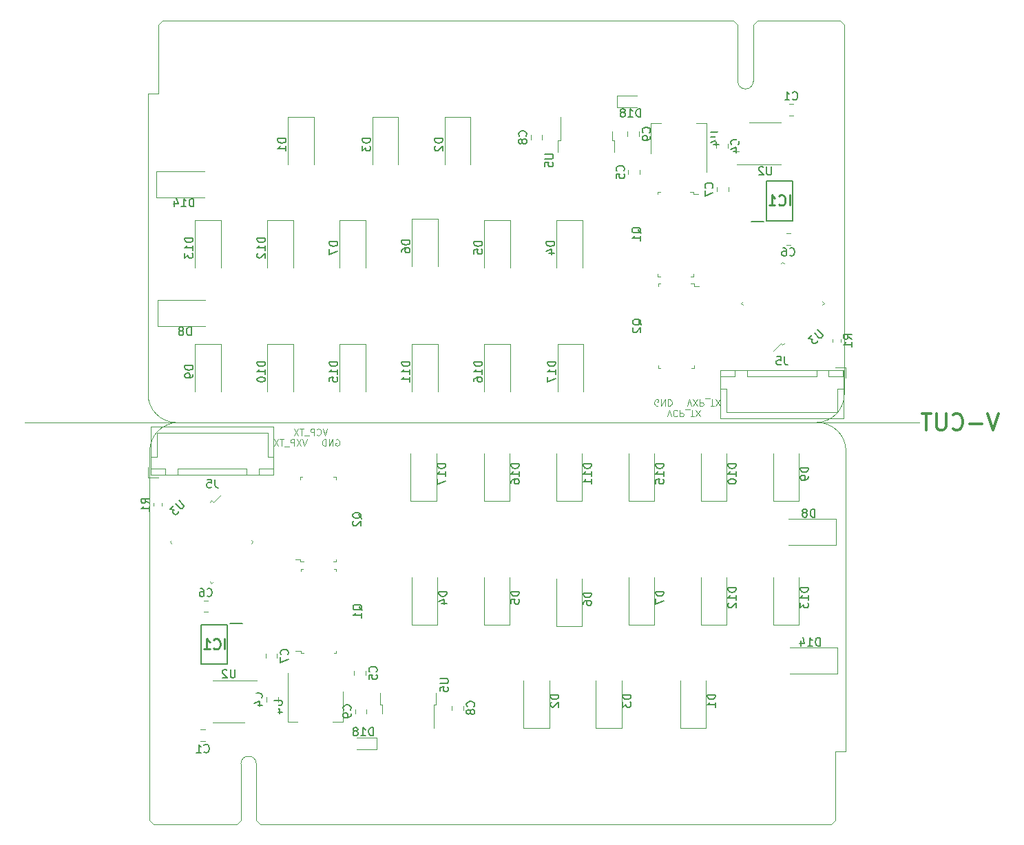
<source format=gbr>
G04 #@! TF.GenerationSoftware,KiCad,Pcbnew,(5.1.5)-3*
G04 #@! TF.CreationDate,2020-03-05T02:40:22+09:00*
G04 #@! TF.ProjectId,Solenoid_Valve-fin,536f6c65-6e6f-4696-945f-56616c76652d,rev?*
G04 #@! TF.SameCoordinates,Original*
G04 #@! TF.FileFunction,Legend,Bot*
G04 #@! TF.FilePolarity,Positive*
%FSLAX46Y46*%
G04 Gerber Fmt 4.6, Leading zero omitted, Abs format (unit mm)*
G04 Created by KiCad (PCBNEW (5.1.5)-3) date 2020-03-05 02:40:22*
%MOMM*%
%LPD*%
G04 APERTURE LIST*
%ADD10C,0.120000*%
%ADD11C,0.100000*%
%ADD12C,0.300000*%
%ADD13C,0.200000*%
%ADD14C,0.150000*%
%ADD15C,0.254000*%
%ADD16R,0.802000X4.402000*%
%ADD17R,0.802000X3.302000*%
%ADD18O,2.102000X1.802000*%
%ADD19R,1.690000X0.740000*%
%ADD20R,1.302000X2.302000*%
%ADD21R,5.902000X6.502000*%
%ADD22O,1.802000X2.052000*%
%ADD23R,3.902000X2.102000*%
%ADD24R,1.602000X2.102000*%
%ADD25R,1.627000X0.802000*%
G04 APERTURE END LIST*
D10*
X188942857Y-79238095D02*
X189209523Y-78438095D01*
X189476190Y-79238095D01*
X190200000Y-78514285D02*
X190161904Y-78476190D01*
X190047619Y-78438095D01*
X189971428Y-78438095D01*
X189857142Y-78476190D01*
X189780952Y-78552380D01*
X189742857Y-78628571D01*
X189704761Y-78780952D01*
X189704761Y-78895238D01*
X189742857Y-79047619D01*
X189780952Y-79123809D01*
X189857142Y-79200000D01*
X189971428Y-79238095D01*
X190047619Y-79238095D01*
X190161904Y-79200000D01*
X190200000Y-79161904D01*
X190542857Y-78438095D02*
X190542857Y-79238095D01*
X190847619Y-79238095D01*
X190923809Y-79200000D01*
X190961904Y-79161904D01*
X191000000Y-79085714D01*
X191000000Y-78971428D01*
X190961904Y-78895238D01*
X190923809Y-78857142D01*
X190847619Y-78819047D01*
X190542857Y-78819047D01*
X191152380Y-78361904D02*
X191761904Y-78361904D01*
X191838095Y-79238095D02*
X192295238Y-79238095D01*
X192066666Y-78438095D02*
X192066666Y-79238095D01*
X192485714Y-79238095D02*
X193019047Y-78438095D01*
X193019047Y-79238095D02*
X192485714Y-78438095D01*
X191431904Y-77938095D02*
X191698571Y-77138095D01*
X191965238Y-77938095D01*
X192155714Y-77938095D02*
X192689047Y-77138095D01*
X192689047Y-77938095D02*
X192155714Y-77138095D01*
X192993809Y-77138095D02*
X192993809Y-77938095D01*
X193298571Y-77938095D01*
X193374761Y-77900000D01*
X193412857Y-77861904D01*
X193450952Y-77785714D01*
X193450952Y-77671428D01*
X193412857Y-77595238D01*
X193374761Y-77557142D01*
X193298571Y-77519047D01*
X192993809Y-77519047D01*
X193603333Y-77061904D02*
X194212857Y-77061904D01*
X194289047Y-77938095D02*
X194746190Y-77938095D01*
X194517619Y-77138095D02*
X194517619Y-77938095D01*
X194936666Y-77938095D02*
X195470000Y-77138095D01*
X195470000Y-77938095D02*
X194936666Y-77138095D01*
X187860476Y-77900000D02*
X187784285Y-77938095D01*
X187670000Y-77938095D01*
X187555714Y-77900000D01*
X187479523Y-77823809D01*
X187441428Y-77747619D01*
X187403333Y-77595238D01*
X187403333Y-77480952D01*
X187441428Y-77328571D01*
X187479523Y-77252380D01*
X187555714Y-77176190D01*
X187670000Y-77138095D01*
X187746190Y-77138095D01*
X187860476Y-77176190D01*
X187898571Y-77214285D01*
X187898571Y-77480952D01*
X187746190Y-77480952D01*
X188241428Y-77138095D02*
X188241428Y-77938095D01*
X188698571Y-77138095D01*
X188698571Y-77938095D01*
X189079523Y-77138095D02*
X189079523Y-77938095D01*
X189270000Y-77938095D01*
X189384285Y-77900000D01*
X189460476Y-77823809D01*
X189498571Y-77747619D01*
X189536666Y-77595238D01*
X189536666Y-77480952D01*
X189498571Y-77328571D01*
X189460476Y-77252380D01*
X189384285Y-77176190D01*
X189270000Y-77138095D01*
X189079523Y-77138095D01*
D11*
X125150000Y-76500000D02*
X125150000Y-39500000D01*
X210750000Y-76500000D02*
G75*
G02X207250000Y-80000000I-3500000J0D01*
G01*
X210750000Y-38950000D02*
X210750000Y-76500000D01*
X126450000Y-38950000D02*
X126450000Y-39500000D01*
X126450000Y-39500000D02*
X125150000Y-39500000D01*
X128650000Y-80000000D02*
G75*
G02X125150000Y-76500000I0J3500000D01*
G01*
D12*
X229714285Y-78904761D02*
X229047619Y-80904761D01*
X228380952Y-78904761D01*
X227714285Y-80142857D02*
X226190476Y-80142857D01*
X224095238Y-80714285D02*
X224190476Y-80809523D01*
X224476190Y-80904761D01*
X224666666Y-80904761D01*
X224952380Y-80809523D01*
X225142857Y-80619047D01*
X225238095Y-80428571D01*
X225333333Y-80047619D01*
X225333333Y-79761904D01*
X225238095Y-79380952D01*
X225142857Y-79190476D01*
X224952380Y-79000000D01*
X224666666Y-78904761D01*
X224476190Y-78904761D01*
X224190476Y-79000000D01*
X224095238Y-79095238D01*
X223238095Y-78904761D02*
X223238095Y-80523809D01*
X223142857Y-80714285D01*
X223047619Y-80809523D01*
X222857142Y-80904761D01*
X222476190Y-80904761D01*
X222285714Y-80809523D01*
X222190476Y-80714285D01*
X222095238Y-80523809D01*
X222095238Y-78904761D01*
X221428571Y-78904761D02*
X220285714Y-78904761D01*
X220857142Y-80904761D02*
X220857142Y-78904761D01*
D10*
X220000000Y-80000000D02*
X110000000Y-80000000D01*
D11*
X209650000Y-120500000D02*
X210950000Y-120500000D01*
X209650000Y-121050000D02*
X209650000Y-120500000D01*
X125350000Y-121050000D02*
X125350000Y-83500000D01*
D10*
X148239523Y-82100000D02*
X148315714Y-82061904D01*
X148430000Y-82061904D01*
X148544285Y-82100000D01*
X148620476Y-82176190D01*
X148658571Y-82252380D01*
X148696666Y-82404761D01*
X148696666Y-82519047D01*
X148658571Y-82671428D01*
X148620476Y-82747619D01*
X148544285Y-82823809D01*
X148430000Y-82861904D01*
X148353809Y-82861904D01*
X148239523Y-82823809D01*
X148201428Y-82785714D01*
X148201428Y-82519047D01*
X148353809Y-82519047D01*
X147858571Y-82861904D02*
X147858571Y-82061904D01*
X147401428Y-82861904D01*
X147401428Y-82061904D01*
X147020476Y-82861904D02*
X147020476Y-82061904D01*
X146830000Y-82061904D01*
X146715714Y-82100000D01*
X146639523Y-82176190D01*
X146601428Y-82252380D01*
X146563333Y-82404761D01*
X146563333Y-82519047D01*
X146601428Y-82671428D01*
X146639523Y-82747619D01*
X146715714Y-82823809D01*
X146830000Y-82861904D01*
X147020476Y-82861904D01*
X147157142Y-80761904D02*
X146890476Y-81561904D01*
X146623809Y-80761904D01*
X145900000Y-81485714D02*
X145938095Y-81523809D01*
X146052380Y-81561904D01*
X146128571Y-81561904D01*
X146242857Y-81523809D01*
X146319047Y-81447619D01*
X146357142Y-81371428D01*
X146395238Y-81219047D01*
X146395238Y-81104761D01*
X146357142Y-80952380D01*
X146319047Y-80876190D01*
X146242857Y-80800000D01*
X146128571Y-80761904D01*
X146052380Y-80761904D01*
X145938095Y-80800000D01*
X145900000Y-80838095D01*
X145557142Y-81561904D02*
X145557142Y-80761904D01*
X145252380Y-80761904D01*
X145176190Y-80800000D01*
X145138095Y-80838095D01*
X145100000Y-80914285D01*
X145100000Y-81028571D01*
X145138095Y-81104761D01*
X145176190Y-81142857D01*
X145252380Y-81180952D01*
X145557142Y-81180952D01*
X144947619Y-81638095D02*
X144338095Y-81638095D01*
X144261904Y-80761904D02*
X143804761Y-80761904D01*
X144033333Y-81561904D02*
X144033333Y-80761904D01*
X143614285Y-80761904D02*
X143080952Y-81561904D01*
X143080952Y-80761904D02*
X143614285Y-81561904D01*
X144668095Y-82061904D02*
X144401428Y-82861904D01*
X144134761Y-82061904D01*
X143944285Y-82061904D02*
X143410952Y-82861904D01*
X143410952Y-82061904D02*
X143944285Y-82861904D01*
X143106190Y-82861904D02*
X143106190Y-82061904D01*
X142801428Y-82061904D01*
X142725238Y-82100000D01*
X142687142Y-82138095D01*
X142649047Y-82214285D01*
X142649047Y-82328571D01*
X142687142Y-82404761D01*
X142725238Y-82442857D01*
X142801428Y-82480952D01*
X143106190Y-82480952D01*
X142496666Y-82938095D02*
X141887142Y-82938095D01*
X141810952Y-82061904D02*
X141353809Y-82061904D01*
X141582380Y-82861904D02*
X141582380Y-82061904D01*
X141163333Y-82061904D02*
X140630000Y-82861904D01*
X140630000Y-82061904D02*
X141163333Y-82861904D01*
D11*
X125350000Y-83500000D02*
G75*
G02X128850000Y-80000000I3500000J0D01*
G01*
X207450000Y-80000000D02*
G75*
G02X210950000Y-83500000I0J-3500000D01*
G01*
X210950000Y-83500000D02*
X210950000Y-120500000D01*
X199550000Y-38000000D02*
X199550000Y-31050000D01*
X197650000Y-38000000D02*
X197650000Y-31050000D01*
X210750000Y-38950000D02*
X210750000Y-31050000D01*
X210250000Y-30550000D02*
X200050000Y-30550000D01*
X126450000Y-38950000D02*
X126450000Y-31050000D01*
X197150000Y-30550000D02*
X126950000Y-30550000D01*
X210750000Y-31050000D02*
X210250000Y-30550000D01*
X199550000Y-31050000D02*
X200050000Y-30550000D01*
X197650000Y-31050000D02*
X197150000Y-30550000D01*
X126450000Y-31050000D02*
X126950000Y-30550000D01*
X199550000Y-38000000D02*
G75*
G02X197650000Y-38000000I-950000J0D01*
G01*
D10*
X184190000Y-48913748D02*
X184190000Y-49436252D01*
X185610000Y-48913748D02*
X185610000Y-49436252D01*
D11*
X187800000Y-62005000D02*
X188100000Y-62005000D01*
X187800000Y-62005000D02*
X187800000Y-61705000D01*
X187800000Y-51605000D02*
X188100000Y-51605000D01*
X192200000Y-61705000D02*
X192200000Y-62005000D01*
X192200000Y-62005000D02*
X191900000Y-62005000D01*
X191800000Y-51605000D02*
X192200000Y-51605000D01*
X192200000Y-51605000D02*
X192200000Y-51905000D01*
X192200000Y-51905000D02*
X192800000Y-51905000D01*
X187800000Y-51905000D02*
X187800000Y-51605000D01*
D10*
X202949868Y-60440821D02*
X203162000Y-60228689D01*
X203162000Y-60228689D02*
X203374132Y-60440821D01*
X198268821Y-65121868D02*
X198056689Y-65334000D01*
X198056689Y-65334000D02*
X198268821Y-65546132D01*
X208055179Y-65546132D02*
X208267311Y-65334000D01*
X208267311Y-65334000D02*
X208055179Y-65121868D01*
X203374132Y-70227179D02*
X203162000Y-70439311D01*
X203162000Y-70439311D02*
X202949868Y-70227179D01*
X202949868Y-70227179D02*
X202020023Y-71157024D01*
X175550000Y-46755000D02*
X175550000Y-45255000D01*
X175550000Y-45255000D02*
X175820000Y-45255000D01*
X175820000Y-45255000D02*
X175820000Y-42425000D01*
X182450000Y-46755000D02*
X182450000Y-45255000D01*
X182450000Y-45255000D02*
X182180000Y-45255000D01*
X182180000Y-45255000D02*
X182180000Y-44155000D01*
X204486252Y-40790000D02*
X203963748Y-40790000D01*
X204486252Y-42210000D02*
X203963748Y-42210000D01*
D11*
X187860000Y-73300000D02*
X188160000Y-73300000D01*
X187860000Y-73300000D02*
X187860000Y-73000000D01*
X187860000Y-62900000D02*
X188160000Y-62900000D01*
X192260000Y-73000000D02*
X192260000Y-73300000D01*
X192260000Y-73300000D02*
X191960000Y-73300000D01*
X191860000Y-62900000D02*
X192260000Y-62900000D01*
X192260000Y-62900000D02*
X192260000Y-63200000D01*
X192260000Y-63200000D02*
X192860000Y-63200000D01*
X187860000Y-63200000D02*
X187860000Y-62900000D01*
D10*
X196410000Y-46199252D02*
X196410000Y-45676748D01*
X194990000Y-46199252D02*
X194990000Y-45676748D01*
X172190000Y-44638748D02*
X172190000Y-45161252D01*
X173610000Y-44638748D02*
X173610000Y-45161252D01*
X186990000Y-43140000D02*
X188250000Y-43140000D01*
X193810000Y-43140000D02*
X192550000Y-43140000D01*
X186990000Y-46900000D02*
X186990000Y-43140000D01*
X193810000Y-49150000D02*
X193810000Y-43140000D01*
X201025000Y-43105000D02*
X202975000Y-43105000D01*
X201025000Y-43105000D02*
X199075000Y-43105000D01*
X201025000Y-48225000D02*
X202975000Y-48225000D01*
X201025000Y-48225000D02*
X197575000Y-48225000D01*
X132210000Y-68115000D02*
X126350000Y-68115000D01*
X126350000Y-68115000D02*
X126350000Y-64945000D01*
X126350000Y-64945000D02*
X132210000Y-64945000D01*
X142345000Y-48282000D02*
X142345000Y-42422000D01*
X142345000Y-42422000D02*
X145515000Y-42422000D01*
X145515000Y-42422000D02*
X145515000Y-48282000D01*
X139805000Y-76222000D02*
X139805000Y-70362000D01*
X139805000Y-70362000D02*
X142975000Y-70362000D01*
X142975000Y-70362000D02*
X142975000Y-76222000D01*
X152735000Y-48282000D02*
X152735000Y-42422000D01*
X152735000Y-42422000D02*
X155905000Y-42422000D01*
X155905000Y-42422000D02*
X155905000Y-48282000D01*
X157585000Y-76222000D02*
X157585000Y-70362000D01*
X157585000Y-70362000D02*
X160755000Y-70362000D01*
X160755000Y-70362000D02*
X160755000Y-76222000D01*
X148695000Y-76222000D02*
X148695000Y-70362000D01*
X148695000Y-70362000D02*
X151865000Y-70362000D01*
X151865000Y-70362000D02*
X151865000Y-76222000D01*
X203600748Y-58110000D02*
X204123252Y-58110000D01*
X203600748Y-56690000D02*
X204123252Y-56690000D01*
X166475000Y-60982000D02*
X166475000Y-55122000D01*
X166475000Y-55122000D02*
X169645000Y-55122000D01*
X169645000Y-55122000D02*
X169645000Y-60982000D01*
X161625000Y-48282000D02*
X161625000Y-42422000D01*
X161625000Y-42422000D02*
X164795000Y-42422000D01*
X164795000Y-42422000D02*
X164795000Y-48282000D01*
X148695000Y-60982000D02*
X148695000Y-55122000D01*
X148695000Y-55122000D02*
X151865000Y-55122000D01*
X151865000Y-55122000D02*
X151865000Y-60982000D01*
X175365000Y-60962500D02*
X175365000Y-55102500D01*
X175365000Y-55102500D02*
X178535000Y-55102500D01*
X178535000Y-55102500D02*
X178535000Y-60962500D01*
X130915000Y-60982000D02*
X130915000Y-55122000D01*
X130915000Y-55122000D02*
X134085000Y-55122000D01*
X134085000Y-55122000D02*
X134085000Y-60982000D01*
X157585000Y-60812000D02*
X157585000Y-54952000D01*
X157585000Y-54952000D02*
X160755000Y-54952000D01*
X160755000Y-54952000D02*
X160755000Y-60812000D01*
X132050000Y-52285000D02*
X126190000Y-52285000D01*
X126190000Y-52285000D02*
X126190000Y-49115000D01*
X126190000Y-49115000D02*
X132050000Y-49115000D01*
X139805000Y-60982000D02*
X139805000Y-55122000D01*
X139805000Y-55122000D02*
X142975000Y-55122000D01*
X142975000Y-55122000D02*
X142975000Y-60982000D01*
X195090000Y-51038748D02*
X195090000Y-51561252D01*
X196510000Y-51038748D02*
X196510000Y-51561252D01*
X130915000Y-76222000D02*
X130915000Y-70362000D01*
X130915000Y-70362000D02*
X134085000Y-70362000D01*
X134085000Y-70362000D02*
X134085000Y-76222000D01*
X185510000Y-44736252D02*
X185510000Y-44213748D01*
X184090000Y-44736252D02*
X184090000Y-44213748D01*
X210915000Y-73250000D02*
X210915000Y-74500000D01*
X209665000Y-73250000D02*
X210915000Y-73250000D01*
X196265000Y-78750000D02*
X203065000Y-78750000D01*
X196265000Y-75800000D02*
X196265000Y-78750000D01*
X195515000Y-75800000D02*
X196265000Y-75800000D01*
X209865000Y-78750000D02*
X203065000Y-78750000D01*
X209865000Y-75800000D02*
X209865000Y-78750000D01*
X210615000Y-75800000D02*
X209865000Y-75800000D01*
X195515000Y-73550000D02*
X197315000Y-73550000D01*
X195515000Y-74300000D02*
X195515000Y-73550000D01*
X197315000Y-74300000D02*
X195515000Y-74300000D01*
X197315000Y-73550000D02*
X197315000Y-74300000D01*
X208815000Y-73550000D02*
X210615000Y-73550000D01*
X208815000Y-74300000D02*
X208815000Y-73550000D01*
X210615000Y-74300000D02*
X208815000Y-74300000D01*
X210615000Y-73550000D02*
X210615000Y-74300000D01*
X198815000Y-73550000D02*
X207315000Y-73550000D01*
X198815000Y-74300000D02*
X198815000Y-73550000D01*
X207315000Y-74300000D02*
X198815000Y-74300000D01*
X207315000Y-73550000D02*
X207315000Y-74300000D01*
X195505000Y-73540000D02*
X210625000Y-73540000D01*
X195505000Y-79510000D02*
X195505000Y-73540000D01*
X210625000Y-79510000D02*
X195505000Y-79510000D01*
X210625000Y-73540000D02*
X210625000Y-79510000D01*
D13*
X201200000Y-55150000D02*
X204400000Y-55150000D01*
X204400000Y-55150000D02*
X204400000Y-50250000D01*
X204400000Y-50250000D02*
X201200000Y-50250000D01*
X201200000Y-50250000D02*
X201200000Y-55150000D01*
X199325000Y-55305000D02*
X200850000Y-55305000D01*
D10*
X210310000Y-70071267D02*
X210310000Y-69728733D01*
X209290000Y-70071267D02*
X209290000Y-69728733D01*
X166475000Y-76222000D02*
X166475000Y-70362000D01*
X166475000Y-70362000D02*
X169645000Y-70362000D01*
X169645000Y-70362000D02*
X169645000Y-76222000D01*
X175515000Y-76222000D02*
X175515000Y-70362000D01*
X175515000Y-70362000D02*
X178685000Y-70362000D01*
X178685000Y-70362000D02*
X178685000Y-76222000D01*
X185275000Y-41235000D02*
X182815000Y-41235000D01*
X182815000Y-41235000D02*
X182815000Y-39765000D01*
X182815000Y-39765000D02*
X185275000Y-39765000D01*
X126810000Y-89928733D02*
X126810000Y-90271267D01*
X125790000Y-89928733D02*
X125790000Y-90271267D01*
X153285000Y-120235000D02*
X150825000Y-120235000D01*
X153285000Y-118765000D02*
X153285000Y-120235000D01*
X150825000Y-118765000D02*
X153285000Y-118765000D01*
X157415000Y-89638000D02*
X157415000Y-83778000D01*
X160585000Y-89638000D02*
X157415000Y-89638000D01*
X160585000Y-83778000D02*
X160585000Y-89638000D01*
X166455000Y-89638000D02*
X166455000Y-83778000D01*
X169625000Y-89638000D02*
X166455000Y-89638000D01*
X169625000Y-83778000D02*
X169625000Y-89638000D01*
X184235000Y-89638000D02*
X184235000Y-83778000D01*
X187405000Y-89638000D02*
X184235000Y-89638000D01*
X187405000Y-83778000D02*
X187405000Y-89638000D01*
X209910000Y-110885000D02*
X204050000Y-110885000D01*
X209910000Y-107715000D02*
X209910000Y-110885000D01*
X204050000Y-107715000D02*
X209910000Y-107715000D01*
X202015000Y-104878000D02*
X202015000Y-99018000D01*
X205185000Y-104878000D02*
X202015000Y-104878000D01*
X205185000Y-99018000D02*
X205185000Y-104878000D01*
X193125000Y-104878000D02*
X193125000Y-99018000D01*
X196295000Y-104878000D02*
X193125000Y-104878000D01*
X196295000Y-99018000D02*
X196295000Y-104878000D01*
X175345000Y-89638000D02*
X175345000Y-83778000D01*
X178515000Y-89638000D02*
X175345000Y-89638000D01*
X178515000Y-83778000D02*
X178515000Y-89638000D01*
X193125000Y-89638000D02*
X193125000Y-83778000D01*
X196295000Y-89638000D02*
X193125000Y-89638000D01*
X196295000Y-83778000D02*
X196295000Y-89638000D01*
X202015000Y-89638000D02*
X202015000Y-83778000D01*
X205185000Y-89638000D02*
X202015000Y-89638000D01*
X205185000Y-83778000D02*
X205185000Y-89638000D01*
X209750000Y-95055000D02*
X203890000Y-95055000D01*
X209750000Y-91885000D02*
X209750000Y-95055000D01*
X203890000Y-91885000D02*
X209750000Y-91885000D01*
X184235000Y-104878000D02*
X184235000Y-99018000D01*
X187405000Y-104878000D02*
X184235000Y-104878000D01*
X187405000Y-99018000D02*
X187405000Y-104878000D01*
X175345000Y-105048000D02*
X175345000Y-99188000D01*
X178515000Y-105048000D02*
X175345000Y-105048000D01*
X178515000Y-99188000D02*
X178515000Y-105048000D01*
X166455000Y-104878000D02*
X166455000Y-99018000D01*
X169625000Y-104878000D02*
X166455000Y-104878000D01*
X169625000Y-99018000D02*
X169625000Y-104878000D01*
X157565000Y-104897500D02*
X157565000Y-99037500D01*
X160735000Y-104897500D02*
X157565000Y-104897500D01*
X160735000Y-99037500D02*
X160735000Y-104897500D01*
X180195000Y-117578000D02*
X180195000Y-111718000D01*
X183365000Y-117578000D02*
X180195000Y-117578000D01*
X183365000Y-111718000D02*
X183365000Y-117578000D01*
X171305000Y-117578000D02*
X171305000Y-111718000D01*
X174475000Y-117578000D02*
X171305000Y-117578000D01*
X174475000Y-111718000D02*
X174475000Y-117578000D01*
X190585000Y-117578000D02*
X190585000Y-111718000D01*
X193755000Y-117578000D02*
X190585000Y-117578000D01*
X193755000Y-111718000D02*
X193755000Y-117578000D01*
X152010000Y-115263748D02*
X152010000Y-115786252D01*
X150590000Y-115263748D02*
X150590000Y-115786252D01*
X139590000Y-108961252D02*
X139590000Y-108438748D01*
X141010000Y-108961252D02*
X141010000Y-108438748D01*
X132499252Y-103310000D02*
X131976748Y-103310000D01*
X132499252Y-101890000D02*
X131976748Y-101890000D01*
X150490000Y-111086252D02*
X150490000Y-110563748D01*
X151910000Y-111086252D02*
X151910000Y-110563748D01*
X141110000Y-113800748D02*
X141110000Y-114323252D01*
X139690000Y-113800748D02*
X139690000Y-114323252D01*
X131613748Y-117790000D02*
X132136252Y-117790000D01*
X131613748Y-119210000D02*
X132136252Y-119210000D01*
D11*
X136550000Y-122000000D02*
G75*
G02X138450000Y-122000000I950000J0D01*
G01*
X209650000Y-128950000D02*
X209150000Y-129450000D01*
X138450000Y-128950000D02*
X138950000Y-129450000D01*
X136550000Y-128950000D02*
X136050000Y-129450000D01*
X125350000Y-128950000D02*
X125850000Y-129450000D01*
X138950000Y-129450000D02*
X209150000Y-129450000D01*
X209650000Y-121050000D02*
X209650000Y-128950000D01*
X125850000Y-129450000D02*
X136050000Y-129450000D01*
X125350000Y-121050000D02*
X125350000Y-128950000D01*
X138450000Y-122000000D02*
X138450000Y-128950000D01*
X136550000Y-122000000D02*
X136550000Y-128950000D01*
D10*
X153920000Y-114745000D02*
X153920000Y-115845000D01*
X153650000Y-114745000D02*
X153920000Y-114745000D01*
X153650000Y-113245000D02*
X153650000Y-114745000D01*
X160280000Y-114745000D02*
X160280000Y-117575000D01*
X160550000Y-114745000D02*
X160280000Y-114745000D01*
X160550000Y-113245000D02*
X160550000Y-114745000D01*
X162490000Y-115361252D02*
X162490000Y-114838748D01*
X163910000Y-115361252D02*
X163910000Y-114838748D01*
X142290000Y-110850000D02*
X142290000Y-116860000D01*
X149110000Y-113100000D02*
X149110000Y-116860000D01*
X142290000Y-116860000D02*
X143550000Y-116860000D01*
X149110000Y-116860000D02*
X147850000Y-116860000D01*
X135075000Y-111775000D02*
X138525000Y-111775000D01*
X135075000Y-111775000D02*
X133125000Y-111775000D01*
X135075000Y-116895000D02*
X137025000Y-116895000D01*
X135075000Y-116895000D02*
X133125000Y-116895000D01*
X133150132Y-89772821D02*
X134079977Y-88842976D01*
X132938000Y-89560689D02*
X133150132Y-89772821D01*
X132725868Y-89772821D02*
X132938000Y-89560689D01*
X127832689Y-94666000D02*
X128044821Y-94878132D01*
X128044821Y-94453868D02*
X127832689Y-94666000D01*
X138043311Y-94666000D02*
X137831179Y-94453868D01*
X137831179Y-94878132D02*
X138043311Y-94666000D01*
X132938000Y-99771311D02*
X132725868Y-99559179D01*
X133150132Y-99559179D02*
X132938000Y-99771311D01*
D11*
X148240000Y-96800000D02*
X148240000Y-97100000D01*
X143840000Y-96800000D02*
X143240000Y-96800000D01*
X143840000Y-97100000D02*
X143840000Y-96800000D01*
X144240000Y-97100000D02*
X143840000Y-97100000D01*
X143840000Y-86700000D02*
X144140000Y-86700000D01*
X143840000Y-87000000D02*
X143840000Y-86700000D01*
X148240000Y-97100000D02*
X147940000Y-97100000D01*
X148240000Y-86700000D02*
X148240000Y-87000000D01*
X148240000Y-86700000D02*
X147940000Y-86700000D01*
X148300000Y-108095000D02*
X148300000Y-108395000D01*
X143900000Y-108095000D02*
X143300000Y-108095000D01*
X143900000Y-108395000D02*
X143900000Y-108095000D01*
X144300000Y-108395000D02*
X143900000Y-108395000D01*
X143900000Y-97995000D02*
X144200000Y-97995000D01*
X143900000Y-98295000D02*
X143900000Y-97995000D01*
X148300000Y-108395000D02*
X148000000Y-108395000D01*
X148300000Y-97995000D02*
X148300000Y-98295000D01*
X148300000Y-97995000D02*
X148000000Y-97995000D01*
D10*
X125475000Y-86460000D02*
X125475000Y-80490000D01*
X125475000Y-80490000D02*
X140595000Y-80490000D01*
X140595000Y-80490000D02*
X140595000Y-86460000D01*
X140595000Y-86460000D02*
X125475000Y-86460000D01*
X128785000Y-86450000D02*
X128785000Y-85700000D01*
X128785000Y-85700000D02*
X137285000Y-85700000D01*
X137285000Y-85700000D02*
X137285000Y-86450000D01*
X137285000Y-86450000D02*
X128785000Y-86450000D01*
X125485000Y-86450000D02*
X125485000Y-85700000D01*
X125485000Y-85700000D02*
X127285000Y-85700000D01*
X127285000Y-85700000D02*
X127285000Y-86450000D01*
X127285000Y-86450000D02*
X125485000Y-86450000D01*
X138785000Y-86450000D02*
X138785000Y-85700000D01*
X138785000Y-85700000D02*
X140585000Y-85700000D01*
X140585000Y-85700000D02*
X140585000Y-86450000D01*
X140585000Y-86450000D02*
X138785000Y-86450000D01*
X125485000Y-84200000D02*
X126235000Y-84200000D01*
X126235000Y-84200000D02*
X126235000Y-81250000D01*
X126235000Y-81250000D02*
X133035000Y-81250000D01*
X140585000Y-84200000D02*
X139835000Y-84200000D01*
X139835000Y-84200000D02*
X139835000Y-81250000D01*
X139835000Y-81250000D02*
X133035000Y-81250000D01*
X126435000Y-86750000D02*
X125185000Y-86750000D01*
X125185000Y-86750000D02*
X125185000Y-85500000D01*
D13*
X136775000Y-104695000D02*
X135250000Y-104695000D01*
X134900000Y-109750000D02*
X134900000Y-104850000D01*
X131700000Y-109750000D02*
X134900000Y-109750000D01*
X131700000Y-104850000D02*
X131700000Y-109750000D01*
X134900000Y-104850000D02*
X131700000Y-104850000D01*
D14*
X183607142Y-49008333D02*
X183654761Y-48960714D01*
X183702380Y-48817857D01*
X183702380Y-48722619D01*
X183654761Y-48579761D01*
X183559523Y-48484523D01*
X183464285Y-48436904D01*
X183273809Y-48389285D01*
X183130952Y-48389285D01*
X182940476Y-48436904D01*
X182845238Y-48484523D01*
X182750000Y-48579761D01*
X182702380Y-48722619D01*
X182702380Y-48817857D01*
X182750000Y-48960714D01*
X182797619Y-49008333D01*
X182702380Y-49913095D02*
X182702380Y-49436904D01*
X183178571Y-49389285D01*
X183130952Y-49436904D01*
X183083333Y-49532142D01*
X183083333Y-49770238D01*
X183130952Y-49865476D01*
X183178571Y-49913095D01*
X183273809Y-49960714D01*
X183511904Y-49960714D01*
X183607142Y-49913095D01*
X183654761Y-49865476D01*
X183702380Y-49770238D01*
X183702380Y-49532142D01*
X183654761Y-49436904D01*
X183607142Y-49389285D01*
X185747619Y-56709761D02*
X185700000Y-56614523D01*
X185604761Y-56519285D01*
X185461904Y-56376428D01*
X185414285Y-56281190D01*
X185414285Y-56185952D01*
X185652380Y-56233571D02*
X185604761Y-56138333D01*
X185509523Y-56043095D01*
X185319047Y-55995476D01*
X184985714Y-55995476D01*
X184795238Y-56043095D01*
X184700000Y-56138333D01*
X184652380Y-56233571D01*
X184652380Y-56424047D01*
X184700000Y-56519285D01*
X184795238Y-56614523D01*
X184985714Y-56662142D01*
X185319047Y-56662142D01*
X185509523Y-56614523D01*
X185604761Y-56519285D01*
X185652380Y-56424047D01*
X185652380Y-56233571D01*
X185652380Y-57614523D02*
X185652380Y-57043095D01*
X185652380Y-57328809D02*
X184652380Y-57328809D01*
X184795238Y-57233571D01*
X184890476Y-57138333D01*
X184938095Y-57043095D01*
X207471310Y-68565814D02*
X208043730Y-69138234D01*
X208077402Y-69239249D01*
X208077402Y-69306593D01*
X208043730Y-69407608D01*
X207909043Y-69542295D01*
X207808028Y-69575967D01*
X207740684Y-69575967D01*
X207639669Y-69542295D01*
X207067249Y-68969875D01*
X206797875Y-69239249D02*
X206360143Y-69676982D01*
X206865219Y-69710654D01*
X206764204Y-69811669D01*
X206730532Y-69912684D01*
X206730532Y-69980028D01*
X206764204Y-70081043D01*
X206932562Y-70249402D01*
X207033578Y-70283074D01*
X207100921Y-70283074D01*
X207201936Y-70249402D01*
X207403967Y-70047371D01*
X207437639Y-69946356D01*
X207437639Y-69879013D01*
X173952380Y-46963095D02*
X174761904Y-46963095D01*
X174857142Y-47010714D01*
X174904761Y-47058333D01*
X174952380Y-47153571D01*
X174952380Y-47344047D01*
X174904761Y-47439285D01*
X174857142Y-47486904D01*
X174761904Y-47534523D01*
X173952380Y-47534523D01*
X173952380Y-48486904D02*
X173952380Y-48010714D01*
X174428571Y-47963095D01*
X174380952Y-48010714D01*
X174333333Y-48105952D01*
X174333333Y-48344047D01*
X174380952Y-48439285D01*
X174428571Y-48486904D01*
X174523809Y-48534523D01*
X174761904Y-48534523D01*
X174857142Y-48486904D01*
X174904761Y-48439285D01*
X174952380Y-48344047D01*
X174952380Y-48105952D01*
X174904761Y-48010714D01*
X174857142Y-47963095D01*
X204391666Y-40207142D02*
X204439285Y-40254761D01*
X204582142Y-40302380D01*
X204677380Y-40302380D01*
X204820238Y-40254761D01*
X204915476Y-40159523D01*
X204963095Y-40064285D01*
X205010714Y-39873809D01*
X205010714Y-39730952D01*
X204963095Y-39540476D01*
X204915476Y-39445238D01*
X204820238Y-39350000D01*
X204677380Y-39302380D01*
X204582142Y-39302380D01*
X204439285Y-39350000D01*
X204391666Y-39397619D01*
X203439285Y-40302380D02*
X204010714Y-40302380D01*
X203725000Y-40302380D02*
X203725000Y-39302380D01*
X203820238Y-39445238D01*
X203915476Y-39540476D01*
X204010714Y-39588095D01*
X185807619Y-68004761D02*
X185760000Y-67909523D01*
X185664761Y-67814285D01*
X185521904Y-67671428D01*
X185474285Y-67576190D01*
X185474285Y-67480952D01*
X185712380Y-67528571D02*
X185664761Y-67433333D01*
X185569523Y-67338095D01*
X185379047Y-67290476D01*
X185045714Y-67290476D01*
X184855238Y-67338095D01*
X184760000Y-67433333D01*
X184712380Y-67528571D01*
X184712380Y-67719047D01*
X184760000Y-67814285D01*
X184855238Y-67909523D01*
X185045714Y-67957142D01*
X185379047Y-67957142D01*
X185569523Y-67909523D01*
X185664761Y-67814285D01*
X185712380Y-67719047D01*
X185712380Y-67528571D01*
X184807619Y-68338095D02*
X184760000Y-68385714D01*
X184712380Y-68480952D01*
X184712380Y-68719047D01*
X184760000Y-68814285D01*
X184807619Y-68861904D01*
X184902857Y-68909523D01*
X184998095Y-68909523D01*
X185140952Y-68861904D01*
X185712380Y-68290476D01*
X185712380Y-68909523D01*
X197707142Y-45771333D02*
X197754761Y-45723714D01*
X197802380Y-45580857D01*
X197802380Y-45485619D01*
X197754761Y-45342761D01*
X197659523Y-45247523D01*
X197564285Y-45199904D01*
X197373809Y-45152285D01*
X197230952Y-45152285D01*
X197040476Y-45199904D01*
X196945238Y-45247523D01*
X196850000Y-45342761D01*
X196802380Y-45485619D01*
X196802380Y-45580857D01*
X196850000Y-45723714D01*
X196897619Y-45771333D01*
X197135714Y-46628476D02*
X197802380Y-46628476D01*
X196754761Y-46390380D02*
X197469047Y-46152285D01*
X197469047Y-46771333D01*
X171607142Y-44733333D02*
X171654761Y-44685714D01*
X171702380Y-44542857D01*
X171702380Y-44447619D01*
X171654761Y-44304761D01*
X171559523Y-44209523D01*
X171464285Y-44161904D01*
X171273809Y-44114285D01*
X171130952Y-44114285D01*
X170940476Y-44161904D01*
X170845238Y-44209523D01*
X170750000Y-44304761D01*
X170702380Y-44447619D01*
X170702380Y-44542857D01*
X170750000Y-44685714D01*
X170797619Y-44733333D01*
X171130952Y-45304761D02*
X171083333Y-45209523D01*
X171035714Y-45161904D01*
X170940476Y-45114285D01*
X170892857Y-45114285D01*
X170797619Y-45161904D01*
X170750000Y-45209523D01*
X170702380Y-45304761D01*
X170702380Y-45495238D01*
X170750000Y-45590476D01*
X170797619Y-45638095D01*
X170892857Y-45685714D01*
X170940476Y-45685714D01*
X171035714Y-45638095D01*
X171083333Y-45590476D01*
X171130952Y-45495238D01*
X171130952Y-45304761D01*
X171178571Y-45209523D01*
X171226190Y-45161904D01*
X171321428Y-45114285D01*
X171511904Y-45114285D01*
X171607142Y-45161904D01*
X171654761Y-45209523D01*
X171702380Y-45304761D01*
X171702380Y-45495238D01*
X171654761Y-45590476D01*
X171607142Y-45638095D01*
X171511904Y-45685714D01*
X171321428Y-45685714D01*
X171226190Y-45638095D01*
X171178571Y-45590476D01*
X171130952Y-45495238D01*
X194352380Y-44288095D02*
X195161904Y-44288095D01*
X195257142Y-44335714D01*
X195304761Y-44383333D01*
X195352380Y-44478571D01*
X195352380Y-44669047D01*
X195304761Y-44764285D01*
X195257142Y-44811904D01*
X195161904Y-44859523D01*
X194352380Y-44859523D01*
X194685714Y-45764285D02*
X195352380Y-45764285D01*
X194304761Y-45526190D02*
X195019047Y-45288095D01*
X195019047Y-45907142D01*
X201786904Y-48517380D02*
X201786904Y-49326904D01*
X201739285Y-49422142D01*
X201691666Y-49469761D01*
X201596428Y-49517380D01*
X201405952Y-49517380D01*
X201310714Y-49469761D01*
X201263095Y-49422142D01*
X201215476Y-49326904D01*
X201215476Y-48517380D01*
X200786904Y-48612619D02*
X200739285Y-48565000D01*
X200644047Y-48517380D01*
X200405952Y-48517380D01*
X200310714Y-48565000D01*
X200263095Y-48612619D01*
X200215476Y-48707857D01*
X200215476Y-48803095D01*
X200263095Y-48945952D01*
X200834523Y-49517380D01*
X200215476Y-49517380D01*
X130448095Y-69262380D02*
X130448095Y-68262380D01*
X130210000Y-68262380D01*
X130067142Y-68310000D01*
X129971904Y-68405238D01*
X129924285Y-68500476D01*
X129876666Y-68690952D01*
X129876666Y-68833809D01*
X129924285Y-69024285D01*
X129971904Y-69119523D01*
X130067142Y-69214761D01*
X130210000Y-69262380D01*
X130448095Y-69262380D01*
X129305238Y-68690952D02*
X129400476Y-68643333D01*
X129448095Y-68595714D01*
X129495714Y-68500476D01*
X129495714Y-68452857D01*
X129448095Y-68357619D01*
X129400476Y-68310000D01*
X129305238Y-68262380D01*
X129114761Y-68262380D01*
X129019523Y-68310000D01*
X128971904Y-68357619D01*
X128924285Y-68452857D01*
X128924285Y-68500476D01*
X128971904Y-68595714D01*
X129019523Y-68643333D01*
X129114761Y-68690952D01*
X129305238Y-68690952D01*
X129400476Y-68738571D01*
X129448095Y-68786190D01*
X129495714Y-68881428D01*
X129495714Y-69071904D01*
X129448095Y-69167142D01*
X129400476Y-69214761D01*
X129305238Y-69262380D01*
X129114761Y-69262380D01*
X129019523Y-69214761D01*
X128971904Y-69167142D01*
X128924285Y-69071904D01*
X128924285Y-68881428D01*
X128971904Y-68786190D01*
X129019523Y-68738571D01*
X129114761Y-68690952D01*
X142102380Y-45043904D02*
X141102380Y-45043904D01*
X141102380Y-45282000D01*
X141150000Y-45424857D01*
X141245238Y-45520095D01*
X141340476Y-45567714D01*
X141530952Y-45615333D01*
X141673809Y-45615333D01*
X141864285Y-45567714D01*
X141959523Y-45520095D01*
X142054761Y-45424857D01*
X142102380Y-45282000D01*
X142102380Y-45043904D01*
X142102380Y-46567714D02*
X142102380Y-45996285D01*
X142102380Y-46282000D02*
X141102380Y-46282000D01*
X141245238Y-46186761D01*
X141340476Y-46091523D01*
X141388095Y-45996285D01*
X139562380Y-72507714D02*
X138562380Y-72507714D01*
X138562380Y-72745809D01*
X138610000Y-72888666D01*
X138705238Y-72983904D01*
X138800476Y-73031523D01*
X138990952Y-73079142D01*
X139133809Y-73079142D01*
X139324285Y-73031523D01*
X139419523Y-72983904D01*
X139514761Y-72888666D01*
X139562380Y-72745809D01*
X139562380Y-72507714D01*
X139562380Y-74031523D02*
X139562380Y-73460095D01*
X139562380Y-73745809D02*
X138562380Y-73745809D01*
X138705238Y-73650571D01*
X138800476Y-73555333D01*
X138848095Y-73460095D01*
X138562380Y-74650571D02*
X138562380Y-74745809D01*
X138610000Y-74841047D01*
X138657619Y-74888666D01*
X138752857Y-74936285D01*
X138943333Y-74983904D01*
X139181428Y-74983904D01*
X139371904Y-74936285D01*
X139467142Y-74888666D01*
X139514761Y-74841047D01*
X139562380Y-74745809D01*
X139562380Y-74650571D01*
X139514761Y-74555333D01*
X139467142Y-74507714D01*
X139371904Y-74460095D01*
X139181428Y-74412476D01*
X138943333Y-74412476D01*
X138752857Y-74460095D01*
X138657619Y-74507714D01*
X138610000Y-74555333D01*
X138562380Y-74650571D01*
X152492380Y-45043904D02*
X151492380Y-45043904D01*
X151492380Y-45282000D01*
X151540000Y-45424857D01*
X151635238Y-45520095D01*
X151730476Y-45567714D01*
X151920952Y-45615333D01*
X152063809Y-45615333D01*
X152254285Y-45567714D01*
X152349523Y-45520095D01*
X152444761Y-45424857D01*
X152492380Y-45282000D01*
X152492380Y-45043904D01*
X151492380Y-45948666D02*
X151492380Y-46567714D01*
X151873333Y-46234380D01*
X151873333Y-46377238D01*
X151920952Y-46472476D01*
X151968571Y-46520095D01*
X152063809Y-46567714D01*
X152301904Y-46567714D01*
X152397142Y-46520095D01*
X152444761Y-46472476D01*
X152492380Y-46377238D01*
X152492380Y-46091523D01*
X152444761Y-45996285D01*
X152397142Y-45948666D01*
X157342380Y-72507714D02*
X156342380Y-72507714D01*
X156342380Y-72745809D01*
X156390000Y-72888666D01*
X156485238Y-72983904D01*
X156580476Y-73031523D01*
X156770952Y-73079142D01*
X156913809Y-73079142D01*
X157104285Y-73031523D01*
X157199523Y-72983904D01*
X157294761Y-72888666D01*
X157342380Y-72745809D01*
X157342380Y-72507714D01*
X157342380Y-74031523D02*
X157342380Y-73460095D01*
X157342380Y-73745809D02*
X156342380Y-73745809D01*
X156485238Y-73650571D01*
X156580476Y-73555333D01*
X156628095Y-73460095D01*
X157342380Y-74983904D02*
X157342380Y-74412476D01*
X157342380Y-74698190D02*
X156342380Y-74698190D01*
X156485238Y-74602952D01*
X156580476Y-74507714D01*
X156628095Y-74412476D01*
X148452380Y-72507714D02*
X147452380Y-72507714D01*
X147452380Y-72745809D01*
X147500000Y-72888666D01*
X147595238Y-72983904D01*
X147690476Y-73031523D01*
X147880952Y-73079142D01*
X148023809Y-73079142D01*
X148214285Y-73031523D01*
X148309523Y-72983904D01*
X148404761Y-72888666D01*
X148452380Y-72745809D01*
X148452380Y-72507714D01*
X148452380Y-74031523D02*
X148452380Y-73460095D01*
X148452380Y-73745809D02*
X147452380Y-73745809D01*
X147595238Y-73650571D01*
X147690476Y-73555333D01*
X147738095Y-73460095D01*
X147452380Y-74936285D02*
X147452380Y-74460095D01*
X147928571Y-74412476D01*
X147880952Y-74460095D01*
X147833333Y-74555333D01*
X147833333Y-74793428D01*
X147880952Y-74888666D01*
X147928571Y-74936285D01*
X148023809Y-74983904D01*
X148261904Y-74983904D01*
X148357142Y-74936285D01*
X148404761Y-74888666D01*
X148452380Y-74793428D01*
X148452380Y-74555333D01*
X148404761Y-74460095D01*
X148357142Y-74412476D01*
X204028666Y-59407142D02*
X204076285Y-59454761D01*
X204219142Y-59502380D01*
X204314380Y-59502380D01*
X204457238Y-59454761D01*
X204552476Y-59359523D01*
X204600095Y-59264285D01*
X204647714Y-59073809D01*
X204647714Y-58930952D01*
X204600095Y-58740476D01*
X204552476Y-58645238D01*
X204457238Y-58550000D01*
X204314380Y-58502380D01*
X204219142Y-58502380D01*
X204076285Y-58550000D01*
X204028666Y-58597619D01*
X203171523Y-58502380D02*
X203362000Y-58502380D01*
X203457238Y-58550000D01*
X203504857Y-58597619D01*
X203600095Y-58740476D01*
X203647714Y-58930952D01*
X203647714Y-59311904D01*
X203600095Y-59407142D01*
X203552476Y-59454761D01*
X203457238Y-59502380D01*
X203266761Y-59502380D01*
X203171523Y-59454761D01*
X203123904Y-59407142D01*
X203076285Y-59311904D01*
X203076285Y-59073809D01*
X203123904Y-58978571D01*
X203171523Y-58930952D01*
X203266761Y-58883333D01*
X203457238Y-58883333D01*
X203552476Y-58930952D01*
X203600095Y-58978571D01*
X203647714Y-59073809D01*
X166232380Y-57743904D02*
X165232380Y-57743904D01*
X165232380Y-57982000D01*
X165280000Y-58124857D01*
X165375238Y-58220095D01*
X165470476Y-58267714D01*
X165660952Y-58315333D01*
X165803809Y-58315333D01*
X165994285Y-58267714D01*
X166089523Y-58220095D01*
X166184761Y-58124857D01*
X166232380Y-57982000D01*
X166232380Y-57743904D01*
X165232380Y-59220095D02*
X165232380Y-58743904D01*
X165708571Y-58696285D01*
X165660952Y-58743904D01*
X165613333Y-58839142D01*
X165613333Y-59077238D01*
X165660952Y-59172476D01*
X165708571Y-59220095D01*
X165803809Y-59267714D01*
X166041904Y-59267714D01*
X166137142Y-59220095D01*
X166184761Y-59172476D01*
X166232380Y-59077238D01*
X166232380Y-58839142D01*
X166184761Y-58743904D01*
X166137142Y-58696285D01*
X161382380Y-45043904D02*
X160382380Y-45043904D01*
X160382380Y-45282000D01*
X160430000Y-45424857D01*
X160525238Y-45520095D01*
X160620476Y-45567714D01*
X160810952Y-45615333D01*
X160953809Y-45615333D01*
X161144285Y-45567714D01*
X161239523Y-45520095D01*
X161334761Y-45424857D01*
X161382380Y-45282000D01*
X161382380Y-45043904D01*
X160477619Y-45996285D02*
X160430000Y-46043904D01*
X160382380Y-46139142D01*
X160382380Y-46377238D01*
X160430000Y-46472476D01*
X160477619Y-46520095D01*
X160572857Y-46567714D01*
X160668095Y-46567714D01*
X160810952Y-46520095D01*
X161382380Y-45948666D01*
X161382380Y-46567714D01*
X148452380Y-57743904D02*
X147452380Y-57743904D01*
X147452380Y-57982000D01*
X147500000Y-58124857D01*
X147595238Y-58220095D01*
X147690476Y-58267714D01*
X147880952Y-58315333D01*
X148023809Y-58315333D01*
X148214285Y-58267714D01*
X148309523Y-58220095D01*
X148404761Y-58124857D01*
X148452380Y-57982000D01*
X148452380Y-57743904D01*
X147452380Y-58648666D02*
X147452380Y-59315333D01*
X148452380Y-58886761D01*
X175122380Y-57724404D02*
X174122380Y-57724404D01*
X174122380Y-57962500D01*
X174170000Y-58105357D01*
X174265238Y-58200595D01*
X174360476Y-58248214D01*
X174550952Y-58295833D01*
X174693809Y-58295833D01*
X174884285Y-58248214D01*
X174979523Y-58200595D01*
X175074761Y-58105357D01*
X175122380Y-57962500D01*
X175122380Y-57724404D01*
X174455714Y-59152976D02*
X175122380Y-59152976D01*
X174074761Y-58914880D02*
X174789047Y-58676785D01*
X174789047Y-59295833D01*
X130672380Y-57267714D02*
X129672380Y-57267714D01*
X129672380Y-57505809D01*
X129720000Y-57648666D01*
X129815238Y-57743904D01*
X129910476Y-57791523D01*
X130100952Y-57839142D01*
X130243809Y-57839142D01*
X130434285Y-57791523D01*
X130529523Y-57743904D01*
X130624761Y-57648666D01*
X130672380Y-57505809D01*
X130672380Y-57267714D01*
X130672380Y-58791523D02*
X130672380Y-58220095D01*
X130672380Y-58505809D02*
X129672380Y-58505809D01*
X129815238Y-58410571D01*
X129910476Y-58315333D01*
X129958095Y-58220095D01*
X129672380Y-59124857D02*
X129672380Y-59743904D01*
X130053333Y-59410571D01*
X130053333Y-59553428D01*
X130100952Y-59648666D01*
X130148571Y-59696285D01*
X130243809Y-59743904D01*
X130481904Y-59743904D01*
X130577142Y-59696285D01*
X130624761Y-59648666D01*
X130672380Y-59553428D01*
X130672380Y-59267714D01*
X130624761Y-59172476D01*
X130577142Y-59124857D01*
X157342380Y-57573904D02*
X156342380Y-57573904D01*
X156342380Y-57812000D01*
X156390000Y-57954857D01*
X156485238Y-58050095D01*
X156580476Y-58097714D01*
X156770952Y-58145333D01*
X156913809Y-58145333D01*
X157104285Y-58097714D01*
X157199523Y-58050095D01*
X157294761Y-57954857D01*
X157342380Y-57812000D01*
X157342380Y-57573904D01*
X156342380Y-59002476D02*
X156342380Y-58812000D01*
X156390000Y-58716761D01*
X156437619Y-58669142D01*
X156580476Y-58573904D01*
X156770952Y-58526285D01*
X157151904Y-58526285D01*
X157247142Y-58573904D01*
X157294761Y-58621523D01*
X157342380Y-58716761D01*
X157342380Y-58907238D01*
X157294761Y-59002476D01*
X157247142Y-59050095D01*
X157151904Y-59097714D01*
X156913809Y-59097714D01*
X156818571Y-59050095D01*
X156770952Y-59002476D01*
X156723333Y-58907238D01*
X156723333Y-58716761D01*
X156770952Y-58621523D01*
X156818571Y-58573904D01*
X156913809Y-58526285D01*
X130764285Y-53432380D02*
X130764285Y-52432380D01*
X130526190Y-52432380D01*
X130383333Y-52480000D01*
X130288095Y-52575238D01*
X130240476Y-52670476D01*
X130192857Y-52860952D01*
X130192857Y-53003809D01*
X130240476Y-53194285D01*
X130288095Y-53289523D01*
X130383333Y-53384761D01*
X130526190Y-53432380D01*
X130764285Y-53432380D01*
X129240476Y-53432380D02*
X129811904Y-53432380D01*
X129526190Y-53432380D02*
X129526190Y-52432380D01*
X129621428Y-52575238D01*
X129716666Y-52670476D01*
X129811904Y-52718095D01*
X128383333Y-52765714D02*
X128383333Y-53432380D01*
X128621428Y-52384761D02*
X128859523Y-53099047D01*
X128240476Y-53099047D01*
X139562380Y-57267714D02*
X138562380Y-57267714D01*
X138562380Y-57505809D01*
X138610000Y-57648666D01*
X138705238Y-57743904D01*
X138800476Y-57791523D01*
X138990952Y-57839142D01*
X139133809Y-57839142D01*
X139324285Y-57791523D01*
X139419523Y-57743904D01*
X139514761Y-57648666D01*
X139562380Y-57505809D01*
X139562380Y-57267714D01*
X139562380Y-58791523D02*
X139562380Y-58220095D01*
X139562380Y-58505809D02*
X138562380Y-58505809D01*
X138705238Y-58410571D01*
X138800476Y-58315333D01*
X138848095Y-58220095D01*
X138657619Y-59172476D02*
X138610000Y-59220095D01*
X138562380Y-59315333D01*
X138562380Y-59553428D01*
X138610000Y-59648666D01*
X138657619Y-59696285D01*
X138752857Y-59743904D01*
X138848095Y-59743904D01*
X138990952Y-59696285D01*
X139562380Y-59124857D01*
X139562380Y-59743904D01*
X194507142Y-51133333D02*
X194554761Y-51085714D01*
X194602380Y-50942857D01*
X194602380Y-50847619D01*
X194554761Y-50704761D01*
X194459523Y-50609523D01*
X194364285Y-50561904D01*
X194173809Y-50514285D01*
X194030952Y-50514285D01*
X193840476Y-50561904D01*
X193745238Y-50609523D01*
X193650000Y-50704761D01*
X193602380Y-50847619D01*
X193602380Y-50942857D01*
X193650000Y-51085714D01*
X193697619Y-51133333D01*
X193602380Y-51466666D02*
X193602380Y-52133333D01*
X194602380Y-51704761D01*
X130672380Y-72983904D02*
X129672380Y-72983904D01*
X129672380Y-73222000D01*
X129720000Y-73364857D01*
X129815238Y-73460095D01*
X129910476Y-73507714D01*
X130100952Y-73555333D01*
X130243809Y-73555333D01*
X130434285Y-73507714D01*
X130529523Y-73460095D01*
X130624761Y-73364857D01*
X130672380Y-73222000D01*
X130672380Y-72983904D01*
X130672380Y-74031523D02*
X130672380Y-74222000D01*
X130624761Y-74317238D01*
X130577142Y-74364857D01*
X130434285Y-74460095D01*
X130243809Y-74507714D01*
X129862857Y-74507714D01*
X129767619Y-74460095D01*
X129720000Y-74412476D01*
X129672380Y-74317238D01*
X129672380Y-74126761D01*
X129720000Y-74031523D01*
X129767619Y-73983904D01*
X129862857Y-73936285D01*
X130100952Y-73936285D01*
X130196190Y-73983904D01*
X130243809Y-74031523D01*
X130291428Y-74126761D01*
X130291428Y-74317238D01*
X130243809Y-74412476D01*
X130196190Y-74460095D01*
X130100952Y-74507714D01*
X186807142Y-44308333D02*
X186854761Y-44260714D01*
X186902380Y-44117857D01*
X186902380Y-44022619D01*
X186854761Y-43879761D01*
X186759523Y-43784523D01*
X186664285Y-43736904D01*
X186473809Y-43689285D01*
X186330952Y-43689285D01*
X186140476Y-43736904D01*
X186045238Y-43784523D01*
X185950000Y-43879761D01*
X185902380Y-44022619D01*
X185902380Y-44117857D01*
X185950000Y-44260714D01*
X185997619Y-44308333D01*
X186902380Y-44784523D02*
X186902380Y-44975000D01*
X186854761Y-45070238D01*
X186807142Y-45117857D01*
X186664285Y-45213095D01*
X186473809Y-45260714D01*
X186092857Y-45260714D01*
X185997619Y-45213095D01*
X185950000Y-45165476D01*
X185902380Y-45070238D01*
X185902380Y-44879761D01*
X185950000Y-44784523D01*
X185997619Y-44736904D01*
X186092857Y-44689285D01*
X186330952Y-44689285D01*
X186426190Y-44736904D01*
X186473809Y-44784523D01*
X186521428Y-44879761D01*
X186521428Y-45070238D01*
X186473809Y-45165476D01*
X186426190Y-45213095D01*
X186330952Y-45260714D01*
X203398333Y-71902380D02*
X203398333Y-72616666D01*
X203445952Y-72759523D01*
X203541190Y-72854761D01*
X203684047Y-72902380D01*
X203779285Y-72902380D01*
X202445952Y-71902380D02*
X202922142Y-71902380D01*
X202969761Y-72378571D01*
X202922142Y-72330952D01*
X202826904Y-72283333D01*
X202588809Y-72283333D01*
X202493571Y-72330952D01*
X202445952Y-72378571D01*
X202398333Y-72473809D01*
X202398333Y-72711904D01*
X202445952Y-72807142D01*
X202493571Y-72854761D01*
X202588809Y-72902380D01*
X202826904Y-72902380D01*
X202922142Y-72854761D01*
X202969761Y-72807142D01*
D15*
X204039761Y-53274523D02*
X204039761Y-52004523D01*
X202709285Y-53153571D02*
X202769761Y-53214047D01*
X202951190Y-53274523D01*
X203072142Y-53274523D01*
X203253571Y-53214047D01*
X203374523Y-53093095D01*
X203435000Y-52972142D01*
X203495476Y-52730238D01*
X203495476Y-52548809D01*
X203435000Y-52306904D01*
X203374523Y-52185952D01*
X203253571Y-52065000D01*
X203072142Y-52004523D01*
X202951190Y-52004523D01*
X202769761Y-52065000D01*
X202709285Y-52125476D01*
X201499761Y-53274523D02*
X202225476Y-53274523D01*
X201862619Y-53274523D02*
X201862619Y-52004523D01*
X201983571Y-52185952D01*
X202104523Y-52306904D01*
X202225476Y-52367380D01*
D14*
X211682380Y-69733333D02*
X211206190Y-69400000D01*
X211682380Y-69161904D02*
X210682380Y-69161904D01*
X210682380Y-69542857D01*
X210730000Y-69638095D01*
X210777619Y-69685714D01*
X210872857Y-69733333D01*
X211015714Y-69733333D01*
X211110952Y-69685714D01*
X211158571Y-69638095D01*
X211206190Y-69542857D01*
X211206190Y-69161904D01*
X211682380Y-70685714D02*
X211682380Y-70114285D01*
X211682380Y-70400000D02*
X210682380Y-70400000D01*
X210825238Y-70304761D01*
X210920476Y-70209523D01*
X210968095Y-70114285D01*
X166232380Y-72507714D02*
X165232380Y-72507714D01*
X165232380Y-72745809D01*
X165280000Y-72888666D01*
X165375238Y-72983904D01*
X165470476Y-73031523D01*
X165660952Y-73079142D01*
X165803809Y-73079142D01*
X165994285Y-73031523D01*
X166089523Y-72983904D01*
X166184761Y-72888666D01*
X166232380Y-72745809D01*
X166232380Y-72507714D01*
X166232380Y-74031523D02*
X166232380Y-73460095D01*
X166232380Y-73745809D02*
X165232380Y-73745809D01*
X165375238Y-73650571D01*
X165470476Y-73555333D01*
X165518095Y-73460095D01*
X165232380Y-74888666D02*
X165232380Y-74698190D01*
X165280000Y-74602952D01*
X165327619Y-74555333D01*
X165470476Y-74460095D01*
X165660952Y-74412476D01*
X166041904Y-74412476D01*
X166137142Y-74460095D01*
X166184761Y-74507714D01*
X166232380Y-74602952D01*
X166232380Y-74793428D01*
X166184761Y-74888666D01*
X166137142Y-74936285D01*
X166041904Y-74983904D01*
X165803809Y-74983904D01*
X165708571Y-74936285D01*
X165660952Y-74888666D01*
X165613333Y-74793428D01*
X165613333Y-74602952D01*
X165660952Y-74507714D01*
X165708571Y-74460095D01*
X165803809Y-74412476D01*
X175272380Y-72507714D02*
X174272380Y-72507714D01*
X174272380Y-72745809D01*
X174320000Y-72888666D01*
X174415238Y-72983904D01*
X174510476Y-73031523D01*
X174700952Y-73079142D01*
X174843809Y-73079142D01*
X175034285Y-73031523D01*
X175129523Y-72983904D01*
X175224761Y-72888666D01*
X175272380Y-72745809D01*
X175272380Y-72507714D01*
X175272380Y-74031523D02*
X175272380Y-73460095D01*
X175272380Y-73745809D02*
X174272380Y-73745809D01*
X174415238Y-73650571D01*
X174510476Y-73555333D01*
X174558095Y-73460095D01*
X174272380Y-74364857D02*
X174272380Y-75031523D01*
X175272380Y-74602952D01*
X185689285Y-42382380D02*
X185689285Y-41382380D01*
X185451190Y-41382380D01*
X185308333Y-41430000D01*
X185213095Y-41525238D01*
X185165476Y-41620476D01*
X185117857Y-41810952D01*
X185117857Y-41953809D01*
X185165476Y-42144285D01*
X185213095Y-42239523D01*
X185308333Y-42334761D01*
X185451190Y-42382380D01*
X185689285Y-42382380D01*
X184165476Y-42382380D02*
X184736904Y-42382380D01*
X184451190Y-42382380D02*
X184451190Y-41382380D01*
X184546428Y-41525238D01*
X184641666Y-41620476D01*
X184736904Y-41668095D01*
X183594047Y-41810952D02*
X183689285Y-41763333D01*
X183736904Y-41715714D01*
X183784523Y-41620476D01*
X183784523Y-41572857D01*
X183736904Y-41477619D01*
X183689285Y-41430000D01*
X183594047Y-41382380D01*
X183403571Y-41382380D01*
X183308333Y-41430000D01*
X183260714Y-41477619D01*
X183213095Y-41572857D01*
X183213095Y-41620476D01*
X183260714Y-41715714D01*
X183308333Y-41763333D01*
X183403571Y-41810952D01*
X183594047Y-41810952D01*
X183689285Y-41858571D01*
X183736904Y-41906190D01*
X183784523Y-42001428D01*
X183784523Y-42191904D01*
X183736904Y-42287142D01*
X183689285Y-42334761D01*
X183594047Y-42382380D01*
X183403571Y-42382380D01*
X183308333Y-42334761D01*
X183260714Y-42287142D01*
X183213095Y-42191904D01*
X183213095Y-42001428D01*
X183260714Y-41906190D01*
X183308333Y-41858571D01*
X183403571Y-41810952D01*
X125322380Y-89933333D02*
X124846190Y-89600000D01*
X125322380Y-89361904D02*
X124322380Y-89361904D01*
X124322380Y-89742857D01*
X124370000Y-89838095D01*
X124417619Y-89885714D01*
X124512857Y-89933333D01*
X124655714Y-89933333D01*
X124750952Y-89885714D01*
X124798571Y-89838095D01*
X124846190Y-89742857D01*
X124846190Y-89361904D01*
X125322380Y-90885714D02*
X125322380Y-90314285D01*
X125322380Y-90600000D02*
X124322380Y-90600000D01*
X124465238Y-90504761D01*
X124560476Y-90409523D01*
X124608095Y-90314285D01*
X152839285Y-118522380D02*
X152839285Y-117522380D01*
X152601190Y-117522380D01*
X152458333Y-117570000D01*
X152363095Y-117665238D01*
X152315476Y-117760476D01*
X152267857Y-117950952D01*
X152267857Y-118093809D01*
X152315476Y-118284285D01*
X152363095Y-118379523D01*
X152458333Y-118474761D01*
X152601190Y-118522380D01*
X152839285Y-118522380D01*
X151315476Y-118522380D02*
X151886904Y-118522380D01*
X151601190Y-118522380D02*
X151601190Y-117522380D01*
X151696428Y-117665238D01*
X151791666Y-117760476D01*
X151886904Y-117808095D01*
X150744047Y-117950952D02*
X150839285Y-117903333D01*
X150886904Y-117855714D01*
X150934523Y-117760476D01*
X150934523Y-117712857D01*
X150886904Y-117617619D01*
X150839285Y-117570000D01*
X150744047Y-117522380D01*
X150553571Y-117522380D01*
X150458333Y-117570000D01*
X150410714Y-117617619D01*
X150363095Y-117712857D01*
X150363095Y-117760476D01*
X150410714Y-117855714D01*
X150458333Y-117903333D01*
X150553571Y-117950952D01*
X150744047Y-117950952D01*
X150839285Y-117998571D01*
X150886904Y-118046190D01*
X150934523Y-118141428D01*
X150934523Y-118331904D01*
X150886904Y-118427142D01*
X150839285Y-118474761D01*
X150744047Y-118522380D01*
X150553571Y-118522380D01*
X150458333Y-118474761D01*
X150410714Y-118427142D01*
X150363095Y-118331904D01*
X150363095Y-118141428D01*
X150410714Y-118046190D01*
X150458333Y-117998571D01*
X150553571Y-117950952D01*
X161732380Y-85063714D02*
X160732380Y-85063714D01*
X160732380Y-85301809D01*
X160780000Y-85444666D01*
X160875238Y-85539904D01*
X160970476Y-85587523D01*
X161160952Y-85635142D01*
X161303809Y-85635142D01*
X161494285Y-85587523D01*
X161589523Y-85539904D01*
X161684761Y-85444666D01*
X161732380Y-85301809D01*
X161732380Y-85063714D01*
X161732380Y-86587523D02*
X161732380Y-86016095D01*
X161732380Y-86301809D02*
X160732380Y-86301809D01*
X160875238Y-86206571D01*
X160970476Y-86111333D01*
X161018095Y-86016095D01*
X160732380Y-86920857D02*
X160732380Y-87587523D01*
X161732380Y-87158952D01*
X170772380Y-85063714D02*
X169772380Y-85063714D01*
X169772380Y-85301809D01*
X169820000Y-85444666D01*
X169915238Y-85539904D01*
X170010476Y-85587523D01*
X170200952Y-85635142D01*
X170343809Y-85635142D01*
X170534285Y-85587523D01*
X170629523Y-85539904D01*
X170724761Y-85444666D01*
X170772380Y-85301809D01*
X170772380Y-85063714D01*
X170772380Y-86587523D02*
X170772380Y-86016095D01*
X170772380Y-86301809D02*
X169772380Y-86301809D01*
X169915238Y-86206571D01*
X170010476Y-86111333D01*
X170058095Y-86016095D01*
X169772380Y-87444666D02*
X169772380Y-87254190D01*
X169820000Y-87158952D01*
X169867619Y-87111333D01*
X170010476Y-87016095D01*
X170200952Y-86968476D01*
X170581904Y-86968476D01*
X170677142Y-87016095D01*
X170724761Y-87063714D01*
X170772380Y-87158952D01*
X170772380Y-87349428D01*
X170724761Y-87444666D01*
X170677142Y-87492285D01*
X170581904Y-87539904D01*
X170343809Y-87539904D01*
X170248571Y-87492285D01*
X170200952Y-87444666D01*
X170153333Y-87349428D01*
X170153333Y-87158952D01*
X170200952Y-87063714D01*
X170248571Y-87016095D01*
X170343809Y-86968476D01*
X188552380Y-85063714D02*
X187552380Y-85063714D01*
X187552380Y-85301809D01*
X187600000Y-85444666D01*
X187695238Y-85539904D01*
X187790476Y-85587523D01*
X187980952Y-85635142D01*
X188123809Y-85635142D01*
X188314285Y-85587523D01*
X188409523Y-85539904D01*
X188504761Y-85444666D01*
X188552380Y-85301809D01*
X188552380Y-85063714D01*
X188552380Y-86587523D02*
X188552380Y-86016095D01*
X188552380Y-86301809D02*
X187552380Y-86301809D01*
X187695238Y-86206571D01*
X187790476Y-86111333D01*
X187838095Y-86016095D01*
X187552380Y-87492285D02*
X187552380Y-87016095D01*
X188028571Y-86968476D01*
X187980952Y-87016095D01*
X187933333Y-87111333D01*
X187933333Y-87349428D01*
X187980952Y-87444666D01*
X188028571Y-87492285D01*
X188123809Y-87539904D01*
X188361904Y-87539904D01*
X188457142Y-87492285D01*
X188504761Y-87444666D01*
X188552380Y-87349428D01*
X188552380Y-87111333D01*
X188504761Y-87016095D01*
X188457142Y-86968476D01*
X207764285Y-107472380D02*
X207764285Y-106472380D01*
X207526190Y-106472380D01*
X207383333Y-106520000D01*
X207288095Y-106615238D01*
X207240476Y-106710476D01*
X207192857Y-106900952D01*
X207192857Y-107043809D01*
X207240476Y-107234285D01*
X207288095Y-107329523D01*
X207383333Y-107424761D01*
X207526190Y-107472380D01*
X207764285Y-107472380D01*
X206240476Y-107472380D02*
X206811904Y-107472380D01*
X206526190Y-107472380D02*
X206526190Y-106472380D01*
X206621428Y-106615238D01*
X206716666Y-106710476D01*
X206811904Y-106758095D01*
X205383333Y-106805714D02*
X205383333Y-107472380D01*
X205621428Y-106424761D02*
X205859523Y-107139047D01*
X205240476Y-107139047D01*
X206332380Y-100303714D02*
X205332380Y-100303714D01*
X205332380Y-100541809D01*
X205380000Y-100684666D01*
X205475238Y-100779904D01*
X205570476Y-100827523D01*
X205760952Y-100875142D01*
X205903809Y-100875142D01*
X206094285Y-100827523D01*
X206189523Y-100779904D01*
X206284761Y-100684666D01*
X206332380Y-100541809D01*
X206332380Y-100303714D01*
X206332380Y-101827523D02*
X206332380Y-101256095D01*
X206332380Y-101541809D02*
X205332380Y-101541809D01*
X205475238Y-101446571D01*
X205570476Y-101351333D01*
X205618095Y-101256095D01*
X205332380Y-102160857D02*
X205332380Y-102779904D01*
X205713333Y-102446571D01*
X205713333Y-102589428D01*
X205760952Y-102684666D01*
X205808571Y-102732285D01*
X205903809Y-102779904D01*
X206141904Y-102779904D01*
X206237142Y-102732285D01*
X206284761Y-102684666D01*
X206332380Y-102589428D01*
X206332380Y-102303714D01*
X206284761Y-102208476D01*
X206237142Y-102160857D01*
X197442380Y-100303714D02*
X196442380Y-100303714D01*
X196442380Y-100541809D01*
X196490000Y-100684666D01*
X196585238Y-100779904D01*
X196680476Y-100827523D01*
X196870952Y-100875142D01*
X197013809Y-100875142D01*
X197204285Y-100827523D01*
X197299523Y-100779904D01*
X197394761Y-100684666D01*
X197442380Y-100541809D01*
X197442380Y-100303714D01*
X197442380Y-101827523D02*
X197442380Y-101256095D01*
X197442380Y-101541809D02*
X196442380Y-101541809D01*
X196585238Y-101446571D01*
X196680476Y-101351333D01*
X196728095Y-101256095D01*
X196537619Y-102208476D02*
X196490000Y-102256095D01*
X196442380Y-102351333D01*
X196442380Y-102589428D01*
X196490000Y-102684666D01*
X196537619Y-102732285D01*
X196632857Y-102779904D01*
X196728095Y-102779904D01*
X196870952Y-102732285D01*
X197442380Y-102160857D01*
X197442380Y-102779904D01*
X179662380Y-85063714D02*
X178662380Y-85063714D01*
X178662380Y-85301809D01*
X178710000Y-85444666D01*
X178805238Y-85539904D01*
X178900476Y-85587523D01*
X179090952Y-85635142D01*
X179233809Y-85635142D01*
X179424285Y-85587523D01*
X179519523Y-85539904D01*
X179614761Y-85444666D01*
X179662380Y-85301809D01*
X179662380Y-85063714D01*
X179662380Y-86587523D02*
X179662380Y-86016095D01*
X179662380Y-86301809D02*
X178662380Y-86301809D01*
X178805238Y-86206571D01*
X178900476Y-86111333D01*
X178948095Y-86016095D01*
X179662380Y-87539904D02*
X179662380Y-86968476D01*
X179662380Y-87254190D02*
X178662380Y-87254190D01*
X178805238Y-87158952D01*
X178900476Y-87063714D01*
X178948095Y-86968476D01*
X197442380Y-85063714D02*
X196442380Y-85063714D01*
X196442380Y-85301809D01*
X196490000Y-85444666D01*
X196585238Y-85539904D01*
X196680476Y-85587523D01*
X196870952Y-85635142D01*
X197013809Y-85635142D01*
X197204285Y-85587523D01*
X197299523Y-85539904D01*
X197394761Y-85444666D01*
X197442380Y-85301809D01*
X197442380Y-85063714D01*
X197442380Y-86587523D02*
X197442380Y-86016095D01*
X197442380Y-86301809D02*
X196442380Y-86301809D01*
X196585238Y-86206571D01*
X196680476Y-86111333D01*
X196728095Y-86016095D01*
X196442380Y-87206571D02*
X196442380Y-87301809D01*
X196490000Y-87397047D01*
X196537619Y-87444666D01*
X196632857Y-87492285D01*
X196823333Y-87539904D01*
X197061428Y-87539904D01*
X197251904Y-87492285D01*
X197347142Y-87444666D01*
X197394761Y-87397047D01*
X197442380Y-87301809D01*
X197442380Y-87206571D01*
X197394761Y-87111333D01*
X197347142Y-87063714D01*
X197251904Y-87016095D01*
X197061428Y-86968476D01*
X196823333Y-86968476D01*
X196632857Y-87016095D01*
X196537619Y-87063714D01*
X196490000Y-87111333D01*
X196442380Y-87206571D01*
X206332380Y-85539904D02*
X205332380Y-85539904D01*
X205332380Y-85778000D01*
X205380000Y-85920857D01*
X205475238Y-86016095D01*
X205570476Y-86063714D01*
X205760952Y-86111333D01*
X205903809Y-86111333D01*
X206094285Y-86063714D01*
X206189523Y-86016095D01*
X206284761Y-85920857D01*
X206332380Y-85778000D01*
X206332380Y-85539904D01*
X206332380Y-86587523D02*
X206332380Y-86778000D01*
X206284761Y-86873238D01*
X206237142Y-86920857D01*
X206094285Y-87016095D01*
X205903809Y-87063714D01*
X205522857Y-87063714D01*
X205427619Y-87016095D01*
X205380000Y-86968476D01*
X205332380Y-86873238D01*
X205332380Y-86682761D01*
X205380000Y-86587523D01*
X205427619Y-86539904D01*
X205522857Y-86492285D01*
X205760952Y-86492285D01*
X205856190Y-86539904D01*
X205903809Y-86587523D01*
X205951428Y-86682761D01*
X205951428Y-86873238D01*
X205903809Y-86968476D01*
X205856190Y-87016095D01*
X205760952Y-87063714D01*
X207128095Y-91642380D02*
X207128095Y-90642380D01*
X206890000Y-90642380D01*
X206747142Y-90690000D01*
X206651904Y-90785238D01*
X206604285Y-90880476D01*
X206556666Y-91070952D01*
X206556666Y-91213809D01*
X206604285Y-91404285D01*
X206651904Y-91499523D01*
X206747142Y-91594761D01*
X206890000Y-91642380D01*
X207128095Y-91642380D01*
X205985238Y-91070952D02*
X206080476Y-91023333D01*
X206128095Y-90975714D01*
X206175714Y-90880476D01*
X206175714Y-90832857D01*
X206128095Y-90737619D01*
X206080476Y-90690000D01*
X205985238Y-90642380D01*
X205794761Y-90642380D01*
X205699523Y-90690000D01*
X205651904Y-90737619D01*
X205604285Y-90832857D01*
X205604285Y-90880476D01*
X205651904Y-90975714D01*
X205699523Y-91023333D01*
X205794761Y-91070952D01*
X205985238Y-91070952D01*
X206080476Y-91118571D01*
X206128095Y-91166190D01*
X206175714Y-91261428D01*
X206175714Y-91451904D01*
X206128095Y-91547142D01*
X206080476Y-91594761D01*
X205985238Y-91642380D01*
X205794761Y-91642380D01*
X205699523Y-91594761D01*
X205651904Y-91547142D01*
X205604285Y-91451904D01*
X205604285Y-91261428D01*
X205651904Y-91166190D01*
X205699523Y-91118571D01*
X205794761Y-91070952D01*
X188552380Y-100779904D02*
X187552380Y-100779904D01*
X187552380Y-101018000D01*
X187600000Y-101160857D01*
X187695238Y-101256095D01*
X187790476Y-101303714D01*
X187980952Y-101351333D01*
X188123809Y-101351333D01*
X188314285Y-101303714D01*
X188409523Y-101256095D01*
X188504761Y-101160857D01*
X188552380Y-101018000D01*
X188552380Y-100779904D01*
X187552380Y-101684666D02*
X187552380Y-102351333D01*
X188552380Y-101922761D01*
X179662380Y-100949904D02*
X178662380Y-100949904D01*
X178662380Y-101188000D01*
X178710000Y-101330857D01*
X178805238Y-101426095D01*
X178900476Y-101473714D01*
X179090952Y-101521333D01*
X179233809Y-101521333D01*
X179424285Y-101473714D01*
X179519523Y-101426095D01*
X179614761Y-101330857D01*
X179662380Y-101188000D01*
X179662380Y-100949904D01*
X178662380Y-102378476D02*
X178662380Y-102188000D01*
X178710000Y-102092761D01*
X178757619Y-102045142D01*
X178900476Y-101949904D01*
X179090952Y-101902285D01*
X179471904Y-101902285D01*
X179567142Y-101949904D01*
X179614761Y-101997523D01*
X179662380Y-102092761D01*
X179662380Y-102283238D01*
X179614761Y-102378476D01*
X179567142Y-102426095D01*
X179471904Y-102473714D01*
X179233809Y-102473714D01*
X179138571Y-102426095D01*
X179090952Y-102378476D01*
X179043333Y-102283238D01*
X179043333Y-102092761D01*
X179090952Y-101997523D01*
X179138571Y-101949904D01*
X179233809Y-101902285D01*
X170772380Y-100779904D02*
X169772380Y-100779904D01*
X169772380Y-101018000D01*
X169820000Y-101160857D01*
X169915238Y-101256095D01*
X170010476Y-101303714D01*
X170200952Y-101351333D01*
X170343809Y-101351333D01*
X170534285Y-101303714D01*
X170629523Y-101256095D01*
X170724761Y-101160857D01*
X170772380Y-101018000D01*
X170772380Y-100779904D01*
X169772380Y-102256095D02*
X169772380Y-101779904D01*
X170248571Y-101732285D01*
X170200952Y-101779904D01*
X170153333Y-101875142D01*
X170153333Y-102113238D01*
X170200952Y-102208476D01*
X170248571Y-102256095D01*
X170343809Y-102303714D01*
X170581904Y-102303714D01*
X170677142Y-102256095D01*
X170724761Y-102208476D01*
X170772380Y-102113238D01*
X170772380Y-101875142D01*
X170724761Y-101779904D01*
X170677142Y-101732285D01*
X161882380Y-100799404D02*
X160882380Y-100799404D01*
X160882380Y-101037500D01*
X160930000Y-101180357D01*
X161025238Y-101275595D01*
X161120476Y-101323214D01*
X161310952Y-101370833D01*
X161453809Y-101370833D01*
X161644285Y-101323214D01*
X161739523Y-101275595D01*
X161834761Y-101180357D01*
X161882380Y-101037500D01*
X161882380Y-100799404D01*
X161215714Y-102227976D02*
X161882380Y-102227976D01*
X160834761Y-101989880D02*
X161549047Y-101751785D01*
X161549047Y-102370833D01*
X184512380Y-113479904D02*
X183512380Y-113479904D01*
X183512380Y-113718000D01*
X183560000Y-113860857D01*
X183655238Y-113956095D01*
X183750476Y-114003714D01*
X183940952Y-114051333D01*
X184083809Y-114051333D01*
X184274285Y-114003714D01*
X184369523Y-113956095D01*
X184464761Y-113860857D01*
X184512380Y-113718000D01*
X184512380Y-113479904D01*
X183512380Y-114384666D02*
X183512380Y-115003714D01*
X183893333Y-114670380D01*
X183893333Y-114813238D01*
X183940952Y-114908476D01*
X183988571Y-114956095D01*
X184083809Y-115003714D01*
X184321904Y-115003714D01*
X184417142Y-114956095D01*
X184464761Y-114908476D01*
X184512380Y-114813238D01*
X184512380Y-114527523D01*
X184464761Y-114432285D01*
X184417142Y-114384666D01*
X175622380Y-113479904D02*
X174622380Y-113479904D01*
X174622380Y-113718000D01*
X174670000Y-113860857D01*
X174765238Y-113956095D01*
X174860476Y-114003714D01*
X175050952Y-114051333D01*
X175193809Y-114051333D01*
X175384285Y-114003714D01*
X175479523Y-113956095D01*
X175574761Y-113860857D01*
X175622380Y-113718000D01*
X175622380Y-113479904D01*
X174717619Y-114432285D02*
X174670000Y-114479904D01*
X174622380Y-114575142D01*
X174622380Y-114813238D01*
X174670000Y-114908476D01*
X174717619Y-114956095D01*
X174812857Y-115003714D01*
X174908095Y-115003714D01*
X175050952Y-114956095D01*
X175622380Y-114384666D01*
X175622380Y-115003714D01*
X194902380Y-113479904D02*
X193902380Y-113479904D01*
X193902380Y-113718000D01*
X193950000Y-113860857D01*
X194045238Y-113956095D01*
X194140476Y-114003714D01*
X194330952Y-114051333D01*
X194473809Y-114051333D01*
X194664285Y-114003714D01*
X194759523Y-113956095D01*
X194854761Y-113860857D01*
X194902380Y-113718000D01*
X194902380Y-113479904D01*
X194902380Y-115003714D02*
X194902380Y-114432285D01*
X194902380Y-114718000D02*
X193902380Y-114718000D01*
X194045238Y-114622761D01*
X194140476Y-114527523D01*
X194188095Y-114432285D01*
X150007142Y-115358333D02*
X150054761Y-115310714D01*
X150102380Y-115167857D01*
X150102380Y-115072619D01*
X150054761Y-114929761D01*
X149959523Y-114834523D01*
X149864285Y-114786904D01*
X149673809Y-114739285D01*
X149530952Y-114739285D01*
X149340476Y-114786904D01*
X149245238Y-114834523D01*
X149150000Y-114929761D01*
X149102380Y-115072619D01*
X149102380Y-115167857D01*
X149150000Y-115310714D01*
X149197619Y-115358333D01*
X150102380Y-115834523D02*
X150102380Y-116025000D01*
X150054761Y-116120238D01*
X150007142Y-116167857D01*
X149864285Y-116263095D01*
X149673809Y-116310714D01*
X149292857Y-116310714D01*
X149197619Y-116263095D01*
X149150000Y-116215476D01*
X149102380Y-116120238D01*
X149102380Y-115929761D01*
X149150000Y-115834523D01*
X149197619Y-115786904D01*
X149292857Y-115739285D01*
X149530952Y-115739285D01*
X149626190Y-115786904D01*
X149673809Y-115834523D01*
X149721428Y-115929761D01*
X149721428Y-116120238D01*
X149673809Y-116215476D01*
X149626190Y-116263095D01*
X149530952Y-116310714D01*
X142307142Y-108533333D02*
X142354761Y-108485714D01*
X142402380Y-108342857D01*
X142402380Y-108247619D01*
X142354761Y-108104761D01*
X142259523Y-108009523D01*
X142164285Y-107961904D01*
X141973809Y-107914285D01*
X141830952Y-107914285D01*
X141640476Y-107961904D01*
X141545238Y-108009523D01*
X141450000Y-108104761D01*
X141402380Y-108247619D01*
X141402380Y-108342857D01*
X141450000Y-108485714D01*
X141497619Y-108533333D01*
X141402380Y-108866666D02*
X141402380Y-109533333D01*
X142402380Y-109104761D01*
X132404666Y-101307142D02*
X132452285Y-101354761D01*
X132595142Y-101402380D01*
X132690380Y-101402380D01*
X132833238Y-101354761D01*
X132928476Y-101259523D01*
X132976095Y-101164285D01*
X133023714Y-100973809D01*
X133023714Y-100830952D01*
X132976095Y-100640476D01*
X132928476Y-100545238D01*
X132833238Y-100450000D01*
X132690380Y-100402380D01*
X132595142Y-100402380D01*
X132452285Y-100450000D01*
X132404666Y-100497619D01*
X131547523Y-100402380D02*
X131738000Y-100402380D01*
X131833238Y-100450000D01*
X131880857Y-100497619D01*
X131976095Y-100640476D01*
X132023714Y-100830952D01*
X132023714Y-101211904D01*
X131976095Y-101307142D01*
X131928476Y-101354761D01*
X131833238Y-101402380D01*
X131642761Y-101402380D01*
X131547523Y-101354761D01*
X131499904Y-101307142D01*
X131452285Y-101211904D01*
X131452285Y-100973809D01*
X131499904Y-100878571D01*
X131547523Y-100830952D01*
X131642761Y-100783333D01*
X131833238Y-100783333D01*
X131928476Y-100830952D01*
X131976095Y-100878571D01*
X132023714Y-100973809D01*
X153207142Y-110658333D02*
X153254761Y-110610714D01*
X153302380Y-110467857D01*
X153302380Y-110372619D01*
X153254761Y-110229761D01*
X153159523Y-110134523D01*
X153064285Y-110086904D01*
X152873809Y-110039285D01*
X152730952Y-110039285D01*
X152540476Y-110086904D01*
X152445238Y-110134523D01*
X152350000Y-110229761D01*
X152302380Y-110372619D01*
X152302380Y-110467857D01*
X152350000Y-110610714D01*
X152397619Y-110658333D01*
X152302380Y-111563095D02*
X152302380Y-111086904D01*
X152778571Y-111039285D01*
X152730952Y-111086904D01*
X152683333Y-111182142D01*
X152683333Y-111420238D01*
X152730952Y-111515476D01*
X152778571Y-111563095D01*
X152873809Y-111610714D01*
X153111904Y-111610714D01*
X153207142Y-111563095D01*
X153254761Y-111515476D01*
X153302380Y-111420238D01*
X153302380Y-111182142D01*
X153254761Y-111086904D01*
X153207142Y-111039285D01*
X139107142Y-113895333D02*
X139154761Y-113847714D01*
X139202380Y-113704857D01*
X139202380Y-113609619D01*
X139154761Y-113466761D01*
X139059523Y-113371523D01*
X138964285Y-113323904D01*
X138773809Y-113276285D01*
X138630952Y-113276285D01*
X138440476Y-113323904D01*
X138345238Y-113371523D01*
X138250000Y-113466761D01*
X138202380Y-113609619D01*
X138202380Y-113704857D01*
X138250000Y-113847714D01*
X138297619Y-113895333D01*
X138535714Y-114752476D02*
X139202380Y-114752476D01*
X138154761Y-114514380D02*
X138869047Y-114276285D01*
X138869047Y-114895333D01*
X132041666Y-120507142D02*
X132089285Y-120554761D01*
X132232142Y-120602380D01*
X132327380Y-120602380D01*
X132470238Y-120554761D01*
X132565476Y-120459523D01*
X132613095Y-120364285D01*
X132660714Y-120173809D01*
X132660714Y-120030952D01*
X132613095Y-119840476D01*
X132565476Y-119745238D01*
X132470238Y-119650000D01*
X132327380Y-119602380D01*
X132232142Y-119602380D01*
X132089285Y-119650000D01*
X132041666Y-119697619D01*
X131089285Y-120602380D02*
X131660714Y-120602380D01*
X131375000Y-120602380D02*
X131375000Y-119602380D01*
X131470238Y-119745238D01*
X131565476Y-119840476D01*
X131660714Y-119888095D01*
X161052380Y-111513095D02*
X161861904Y-111513095D01*
X161957142Y-111560714D01*
X162004761Y-111608333D01*
X162052380Y-111703571D01*
X162052380Y-111894047D01*
X162004761Y-111989285D01*
X161957142Y-112036904D01*
X161861904Y-112084523D01*
X161052380Y-112084523D01*
X161052380Y-113036904D02*
X161052380Y-112560714D01*
X161528571Y-112513095D01*
X161480952Y-112560714D01*
X161433333Y-112655952D01*
X161433333Y-112894047D01*
X161480952Y-112989285D01*
X161528571Y-113036904D01*
X161623809Y-113084523D01*
X161861904Y-113084523D01*
X161957142Y-113036904D01*
X162004761Y-112989285D01*
X162052380Y-112894047D01*
X162052380Y-112655952D01*
X162004761Y-112560714D01*
X161957142Y-112513095D01*
X165207142Y-114933333D02*
X165254761Y-114885714D01*
X165302380Y-114742857D01*
X165302380Y-114647619D01*
X165254761Y-114504761D01*
X165159523Y-114409523D01*
X165064285Y-114361904D01*
X164873809Y-114314285D01*
X164730952Y-114314285D01*
X164540476Y-114361904D01*
X164445238Y-114409523D01*
X164350000Y-114504761D01*
X164302380Y-114647619D01*
X164302380Y-114742857D01*
X164350000Y-114885714D01*
X164397619Y-114933333D01*
X164730952Y-115504761D02*
X164683333Y-115409523D01*
X164635714Y-115361904D01*
X164540476Y-115314285D01*
X164492857Y-115314285D01*
X164397619Y-115361904D01*
X164350000Y-115409523D01*
X164302380Y-115504761D01*
X164302380Y-115695238D01*
X164350000Y-115790476D01*
X164397619Y-115838095D01*
X164492857Y-115885714D01*
X164540476Y-115885714D01*
X164635714Y-115838095D01*
X164683333Y-115790476D01*
X164730952Y-115695238D01*
X164730952Y-115504761D01*
X164778571Y-115409523D01*
X164826190Y-115361904D01*
X164921428Y-115314285D01*
X165111904Y-115314285D01*
X165207142Y-115361904D01*
X165254761Y-115409523D01*
X165302380Y-115504761D01*
X165302380Y-115695238D01*
X165254761Y-115790476D01*
X165207142Y-115838095D01*
X165111904Y-115885714D01*
X164921428Y-115885714D01*
X164826190Y-115838095D01*
X164778571Y-115790476D01*
X164730952Y-115695238D01*
X140652380Y-114188095D02*
X141461904Y-114188095D01*
X141557142Y-114235714D01*
X141604761Y-114283333D01*
X141652380Y-114378571D01*
X141652380Y-114569047D01*
X141604761Y-114664285D01*
X141557142Y-114711904D01*
X141461904Y-114759523D01*
X140652380Y-114759523D01*
X140985714Y-115664285D02*
X141652380Y-115664285D01*
X140604761Y-115426190D02*
X141319047Y-115188095D01*
X141319047Y-115807142D01*
X135836904Y-110387380D02*
X135836904Y-111196904D01*
X135789285Y-111292142D01*
X135741666Y-111339761D01*
X135646428Y-111387380D01*
X135455952Y-111387380D01*
X135360714Y-111339761D01*
X135313095Y-111292142D01*
X135265476Y-111196904D01*
X135265476Y-110387380D01*
X134836904Y-110482619D02*
X134789285Y-110435000D01*
X134694047Y-110387380D01*
X134455952Y-110387380D01*
X134360714Y-110435000D01*
X134313095Y-110482619D01*
X134265476Y-110577857D01*
X134265476Y-110673095D01*
X134313095Y-110815952D01*
X134884523Y-111387380D01*
X134265476Y-111387380D01*
X128931734Y-89582238D02*
X129504154Y-90154658D01*
X129537826Y-90255673D01*
X129537826Y-90323017D01*
X129504154Y-90424032D01*
X129369467Y-90558719D01*
X129268452Y-90592391D01*
X129201108Y-90592391D01*
X129100093Y-90558719D01*
X128527673Y-89986299D01*
X128258299Y-90255673D02*
X127820567Y-90693406D01*
X128325643Y-90727078D01*
X128224628Y-90828093D01*
X128190956Y-90929108D01*
X128190956Y-90996452D01*
X128224628Y-91097467D01*
X128392986Y-91265826D01*
X128494002Y-91299498D01*
X128561345Y-91299498D01*
X128662360Y-91265826D01*
X128864391Y-91063795D01*
X128898063Y-90962780D01*
X128898063Y-90895437D01*
X151387619Y-91804761D02*
X151340000Y-91709523D01*
X151244761Y-91614285D01*
X151101904Y-91471428D01*
X151054285Y-91376190D01*
X151054285Y-91280952D01*
X151292380Y-91328571D02*
X151244761Y-91233333D01*
X151149523Y-91138095D01*
X150959047Y-91090476D01*
X150625714Y-91090476D01*
X150435238Y-91138095D01*
X150340000Y-91233333D01*
X150292380Y-91328571D01*
X150292380Y-91519047D01*
X150340000Y-91614285D01*
X150435238Y-91709523D01*
X150625714Y-91757142D01*
X150959047Y-91757142D01*
X151149523Y-91709523D01*
X151244761Y-91614285D01*
X151292380Y-91519047D01*
X151292380Y-91328571D01*
X150387619Y-92138095D02*
X150340000Y-92185714D01*
X150292380Y-92280952D01*
X150292380Y-92519047D01*
X150340000Y-92614285D01*
X150387619Y-92661904D01*
X150482857Y-92709523D01*
X150578095Y-92709523D01*
X150720952Y-92661904D01*
X151292380Y-92090476D01*
X151292380Y-92709523D01*
X151447619Y-103099761D02*
X151400000Y-103004523D01*
X151304761Y-102909285D01*
X151161904Y-102766428D01*
X151114285Y-102671190D01*
X151114285Y-102575952D01*
X151352380Y-102623571D02*
X151304761Y-102528333D01*
X151209523Y-102433095D01*
X151019047Y-102385476D01*
X150685714Y-102385476D01*
X150495238Y-102433095D01*
X150400000Y-102528333D01*
X150352380Y-102623571D01*
X150352380Y-102814047D01*
X150400000Y-102909285D01*
X150495238Y-103004523D01*
X150685714Y-103052142D01*
X151019047Y-103052142D01*
X151209523Y-103004523D01*
X151304761Y-102909285D01*
X151352380Y-102814047D01*
X151352380Y-102623571D01*
X151352380Y-104004523D02*
X151352380Y-103433095D01*
X151352380Y-103718809D02*
X150352380Y-103718809D01*
X150495238Y-103623571D01*
X150590476Y-103528333D01*
X150638095Y-103433095D01*
X133368333Y-87002380D02*
X133368333Y-87716666D01*
X133415952Y-87859523D01*
X133511190Y-87954761D01*
X133654047Y-88002380D01*
X133749285Y-88002380D01*
X132415952Y-87002380D02*
X132892142Y-87002380D01*
X132939761Y-87478571D01*
X132892142Y-87430952D01*
X132796904Y-87383333D01*
X132558809Y-87383333D01*
X132463571Y-87430952D01*
X132415952Y-87478571D01*
X132368333Y-87573809D01*
X132368333Y-87811904D01*
X132415952Y-87907142D01*
X132463571Y-87954761D01*
X132558809Y-88002380D01*
X132796904Y-88002380D01*
X132892142Y-87954761D01*
X132939761Y-87907142D01*
D15*
X134539761Y-107874523D02*
X134539761Y-106604523D01*
X133209285Y-107753571D02*
X133269761Y-107814047D01*
X133451190Y-107874523D01*
X133572142Y-107874523D01*
X133753571Y-107814047D01*
X133874523Y-107693095D01*
X133935000Y-107572142D01*
X133995476Y-107330238D01*
X133995476Y-107148809D01*
X133935000Y-106906904D01*
X133874523Y-106785952D01*
X133753571Y-106665000D01*
X133572142Y-106604523D01*
X133451190Y-106604523D01*
X133269761Y-106665000D01*
X133209285Y-106725476D01*
X131999761Y-107874523D02*
X132725476Y-107874523D01*
X132362619Y-107874523D02*
X132362619Y-106604523D01*
X132483571Y-106785952D01*
X132604523Y-106906904D01*
X132725476Y-106967380D01*
%LPC*%
D16*
X168100000Y-34000000D03*
X169100000Y-34000000D03*
X170100000Y-34000000D03*
X171100000Y-34000000D03*
X172100000Y-34000000D03*
X173100000Y-34000000D03*
X174100000Y-34000000D03*
X175100000Y-34000000D03*
X176100000Y-34000000D03*
X177100000Y-34000000D03*
X178100000Y-34000000D03*
X179100000Y-34000000D03*
X180100000Y-34000000D03*
X181100000Y-34000000D03*
X182100000Y-34000000D03*
X183100000Y-34000000D03*
X184100000Y-34000000D03*
X185100000Y-34000000D03*
X186100000Y-34000000D03*
X187100000Y-34000000D03*
X188100000Y-34000000D03*
X189100000Y-34000000D03*
X190100000Y-34000000D03*
D17*
X210100000Y-34550000D03*
D16*
X209100000Y-34000000D03*
X208100000Y-34000000D03*
X207100000Y-34000000D03*
X206100000Y-34000000D03*
X205100000Y-34000000D03*
X204100000Y-34000000D03*
X203100000Y-34000000D03*
X202100000Y-34000000D03*
X201100000Y-34000000D03*
X200100000Y-34000000D03*
X195100000Y-34000000D03*
X194100000Y-34000000D03*
X193100000Y-34000000D03*
X192100000Y-34000000D03*
X191100000Y-34000000D03*
X197100000Y-34000000D03*
X196100000Y-34000000D03*
X167100000Y-34000000D03*
X166100000Y-34000000D03*
X165100000Y-34000000D03*
X164100000Y-34000000D03*
X163100000Y-34000000D03*
X162100000Y-34000000D03*
X161100000Y-34000000D03*
X160100000Y-34000000D03*
X159100000Y-34000000D03*
X158100000Y-34000000D03*
X157100000Y-34000000D03*
X156100000Y-34000000D03*
X155100000Y-34000000D03*
X154100000Y-34000000D03*
X153100000Y-34000000D03*
X152100000Y-34000000D03*
X151100000Y-34000000D03*
X150100000Y-34000000D03*
X149100000Y-34000000D03*
X148100000Y-34000000D03*
X147100000Y-34000000D03*
X146100000Y-34000000D03*
X145100000Y-34000000D03*
X144100000Y-34000000D03*
X143100000Y-34000000D03*
X142100000Y-34000000D03*
X141100000Y-34000000D03*
X140100000Y-34000000D03*
X139100000Y-34000000D03*
X138100000Y-34000000D03*
X137100000Y-34000000D03*
X136100000Y-34000000D03*
X135100000Y-34000000D03*
X134100000Y-34000000D03*
X133100000Y-34000000D03*
X132100000Y-34000000D03*
X131100000Y-34000000D03*
X130100000Y-34000000D03*
X129100000Y-34000000D03*
X128100000Y-34000000D03*
X127100000Y-34000000D03*
D11*
G36*
X185405505Y-47525311D02*
G01*
X185431925Y-47529230D01*
X185457835Y-47535720D01*
X185482983Y-47544718D01*
X185507128Y-47556138D01*
X185530038Y-47569869D01*
X185551492Y-47585780D01*
X185571282Y-47603718D01*
X185589220Y-47623508D01*
X185605131Y-47644962D01*
X185618862Y-47667872D01*
X185630282Y-47692017D01*
X185639280Y-47717165D01*
X185645770Y-47743075D01*
X185649689Y-47769495D01*
X185651000Y-47796173D01*
X185651000Y-48503827D01*
X185649689Y-48530505D01*
X185645770Y-48556925D01*
X185639280Y-48582835D01*
X185630282Y-48607983D01*
X185618862Y-48632128D01*
X185605131Y-48655038D01*
X185589220Y-48676492D01*
X185571282Y-48696282D01*
X185551492Y-48714220D01*
X185530038Y-48730131D01*
X185507128Y-48743862D01*
X185482983Y-48755282D01*
X185457835Y-48764280D01*
X185431925Y-48770770D01*
X185405505Y-48774689D01*
X185378827Y-48776000D01*
X184421173Y-48776000D01*
X184394495Y-48774689D01*
X184368075Y-48770770D01*
X184342165Y-48764280D01*
X184317017Y-48755282D01*
X184292872Y-48743862D01*
X184269962Y-48730131D01*
X184248508Y-48714220D01*
X184228718Y-48696282D01*
X184210780Y-48676492D01*
X184194869Y-48655038D01*
X184181138Y-48632128D01*
X184169718Y-48607983D01*
X184160720Y-48582835D01*
X184154230Y-48556925D01*
X184150311Y-48530505D01*
X184149000Y-48503827D01*
X184149000Y-47796173D01*
X184150311Y-47769495D01*
X184154230Y-47743075D01*
X184160720Y-47717165D01*
X184169718Y-47692017D01*
X184181138Y-47667872D01*
X184194869Y-47644962D01*
X184210780Y-47623508D01*
X184228718Y-47603718D01*
X184248508Y-47585780D01*
X184269962Y-47569869D01*
X184292872Y-47556138D01*
X184317017Y-47544718D01*
X184342165Y-47535720D01*
X184368075Y-47529230D01*
X184394495Y-47525311D01*
X184421173Y-47524000D01*
X185378827Y-47524000D01*
X185405505Y-47525311D01*
G37*
G36*
X185405505Y-49575311D02*
G01*
X185431925Y-49579230D01*
X185457835Y-49585720D01*
X185482983Y-49594718D01*
X185507128Y-49606138D01*
X185530038Y-49619869D01*
X185551492Y-49635780D01*
X185571282Y-49653718D01*
X185589220Y-49673508D01*
X185605131Y-49694962D01*
X185618862Y-49717872D01*
X185630282Y-49742017D01*
X185639280Y-49767165D01*
X185645770Y-49793075D01*
X185649689Y-49819495D01*
X185651000Y-49846173D01*
X185651000Y-50553827D01*
X185649689Y-50580505D01*
X185645770Y-50606925D01*
X185639280Y-50632835D01*
X185630282Y-50657983D01*
X185618862Y-50682128D01*
X185605131Y-50705038D01*
X185589220Y-50726492D01*
X185571282Y-50746282D01*
X185551492Y-50764220D01*
X185530038Y-50780131D01*
X185507128Y-50793862D01*
X185482983Y-50805282D01*
X185457835Y-50814280D01*
X185431925Y-50820770D01*
X185405505Y-50824689D01*
X185378827Y-50826000D01*
X184421173Y-50826000D01*
X184394495Y-50824689D01*
X184368075Y-50820770D01*
X184342165Y-50814280D01*
X184317017Y-50805282D01*
X184292872Y-50793862D01*
X184269962Y-50780131D01*
X184248508Y-50764220D01*
X184228718Y-50746282D01*
X184210780Y-50726492D01*
X184194869Y-50705038D01*
X184181138Y-50682128D01*
X184169718Y-50657983D01*
X184160720Y-50632835D01*
X184154230Y-50606925D01*
X184150311Y-50580505D01*
X184149000Y-50553827D01*
X184149000Y-49846173D01*
X184150311Y-49819495D01*
X184154230Y-49793075D01*
X184160720Y-49767165D01*
X184169718Y-49742017D01*
X184181138Y-49717872D01*
X184194869Y-49694962D01*
X184210780Y-49673508D01*
X184228718Y-49653718D01*
X184248508Y-49635780D01*
X184269962Y-49619869D01*
X184292872Y-49606138D01*
X184317017Y-49594718D01*
X184342165Y-49585720D01*
X184368075Y-49579230D01*
X184394495Y-49575311D01*
X184421173Y-49574000D01*
X185378827Y-49574000D01*
X185405505Y-49575311D01*
G37*
G36*
X181571975Y-72420276D02*
G01*
X181597699Y-72424092D01*
X181622925Y-72430411D01*
X181647411Y-72439172D01*
X181670920Y-72450291D01*
X181693226Y-72463661D01*
X181714114Y-72479152D01*
X181733383Y-72496617D01*
X181750848Y-72515886D01*
X181766339Y-72536774D01*
X181779709Y-72559080D01*
X181790828Y-72582589D01*
X181799589Y-72607075D01*
X181805908Y-72632301D01*
X181809724Y-72658025D01*
X181811000Y-72684000D01*
X181811000Y-73956000D01*
X181809724Y-73981975D01*
X181805908Y-74007699D01*
X181799589Y-74032925D01*
X181790828Y-74057411D01*
X181779709Y-74080920D01*
X181766339Y-74103226D01*
X181750848Y-74124114D01*
X181733383Y-74143383D01*
X181714114Y-74160848D01*
X181693226Y-74176339D01*
X181670920Y-74189709D01*
X181647411Y-74200828D01*
X181622925Y-74209589D01*
X181597699Y-74215908D01*
X181571975Y-74219724D01*
X181546000Y-74221000D01*
X179974000Y-74221000D01*
X179948025Y-74219724D01*
X179922301Y-74215908D01*
X179897075Y-74209589D01*
X179872589Y-74200828D01*
X179849080Y-74189709D01*
X179826774Y-74176339D01*
X179805886Y-74160848D01*
X179786617Y-74143383D01*
X179769152Y-74124114D01*
X179753661Y-74103226D01*
X179740291Y-74080920D01*
X179729172Y-74057411D01*
X179720411Y-74032925D01*
X179714092Y-74007699D01*
X179710276Y-73981975D01*
X179709000Y-73956000D01*
X179709000Y-72684000D01*
X179710276Y-72658025D01*
X179714092Y-72632301D01*
X179720411Y-72607075D01*
X179729172Y-72582589D01*
X179740291Y-72559080D01*
X179753661Y-72536774D01*
X179769152Y-72515886D01*
X179786617Y-72496617D01*
X179805886Y-72479152D01*
X179826774Y-72463661D01*
X179849080Y-72450291D01*
X179872589Y-72439172D01*
X179897075Y-72430411D01*
X179922301Y-72424092D01*
X179948025Y-72420276D01*
X179974000Y-72419000D01*
X181546000Y-72419000D01*
X181571975Y-72420276D01*
G37*
D18*
X180760000Y-75820000D03*
D19*
X192700000Y-52360000D03*
X192700000Y-53630000D03*
X192700000Y-54900000D03*
X192700000Y-56170000D03*
X192700000Y-57440000D03*
X192700000Y-58710000D03*
X192700000Y-59980000D03*
X192700000Y-61250000D03*
X187300000Y-61250000D03*
X187300000Y-59980000D03*
X187300000Y-58710000D03*
X187300000Y-57440000D03*
X187300000Y-56170000D03*
X187300000Y-54900000D03*
X187300000Y-53630000D03*
X187300000Y-52360000D03*
D11*
G36*
X202558033Y-69549902D02*
G01*
X202572642Y-69552069D01*
X202586969Y-69555657D01*
X202600875Y-69560633D01*
X202614226Y-69566948D01*
X202626894Y-69574541D01*
X202638757Y-69583339D01*
X202649701Y-69593257D01*
X202862541Y-69806097D01*
X202872459Y-69817041D01*
X202881257Y-69828904D01*
X202888850Y-69841572D01*
X202895165Y-69854923D01*
X202900141Y-69868829D01*
X202903729Y-69883156D01*
X202905896Y-69897765D01*
X202906621Y-69912517D01*
X202905896Y-69927269D01*
X202903729Y-69941878D01*
X202900141Y-69956205D01*
X202895165Y-69970111D01*
X202888850Y-69983462D01*
X202881257Y-69996130D01*
X202872459Y-70007993D01*
X202862541Y-70018937D01*
X201942595Y-70938883D01*
X201931651Y-70948801D01*
X201919788Y-70957599D01*
X201907120Y-70965192D01*
X201893769Y-70971507D01*
X201879863Y-70976483D01*
X201865536Y-70980071D01*
X201850927Y-70982238D01*
X201836175Y-70982963D01*
X201821423Y-70982238D01*
X201806814Y-70980071D01*
X201792487Y-70976483D01*
X201778581Y-70971507D01*
X201765230Y-70965192D01*
X201752562Y-70957599D01*
X201740699Y-70948801D01*
X201729755Y-70938883D01*
X201516915Y-70726043D01*
X201506997Y-70715099D01*
X201498199Y-70703236D01*
X201490606Y-70690568D01*
X201484291Y-70677217D01*
X201479315Y-70663311D01*
X201475727Y-70648984D01*
X201473560Y-70634375D01*
X201472835Y-70619623D01*
X201473560Y-70604871D01*
X201475727Y-70590262D01*
X201479315Y-70575935D01*
X201484291Y-70562029D01*
X201490606Y-70548678D01*
X201498199Y-70536010D01*
X201506997Y-70524147D01*
X201516915Y-70513203D01*
X202436861Y-69593257D01*
X202447805Y-69583339D01*
X202459668Y-69574541D01*
X202472336Y-69566948D01*
X202485687Y-69560633D01*
X202499593Y-69555657D01*
X202513920Y-69552069D01*
X202528529Y-69549902D01*
X202543281Y-69549177D01*
X202558033Y-69549902D01*
G37*
G36*
X201992348Y-68984216D02*
G01*
X202006957Y-68986383D01*
X202021284Y-68989971D01*
X202035190Y-68994947D01*
X202048541Y-69001262D01*
X202061209Y-69008855D01*
X202073072Y-69017653D01*
X202084016Y-69027571D01*
X202296856Y-69240411D01*
X202306774Y-69251355D01*
X202315572Y-69263218D01*
X202323165Y-69275886D01*
X202329480Y-69289237D01*
X202334456Y-69303143D01*
X202338044Y-69317470D01*
X202340211Y-69332079D01*
X202340936Y-69346831D01*
X202340211Y-69361583D01*
X202338044Y-69376192D01*
X202334456Y-69390519D01*
X202329480Y-69404425D01*
X202323165Y-69417776D01*
X202315572Y-69430444D01*
X202306774Y-69442307D01*
X202296856Y-69453251D01*
X201376910Y-70373197D01*
X201365966Y-70383115D01*
X201354103Y-70391913D01*
X201341435Y-70399506D01*
X201328084Y-70405821D01*
X201314178Y-70410797D01*
X201299851Y-70414385D01*
X201285242Y-70416552D01*
X201270490Y-70417277D01*
X201255738Y-70416552D01*
X201241129Y-70414385D01*
X201226802Y-70410797D01*
X201212896Y-70405821D01*
X201199545Y-70399506D01*
X201186877Y-70391913D01*
X201175014Y-70383115D01*
X201164070Y-70373197D01*
X200951230Y-70160357D01*
X200941312Y-70149413D01*
X200932514Y-70137550D01*
X200924921Y-70124882D01*
X200918606Y-70111531D01*
X200913630Y-70097625D01*
X200910042Y-70083298D01*
X200907875Y-70068689D01*
X200907150Y-70053937D01*
X200907875Y-70039185D01*
X200910042Y-70024576D01*
X200913630Y-70010249D01*
X200918606Y-69996343D01*
X200924921Y-69982992D01*
X200932514Y-69970324D01*
X200941312Y-69958461D01*
X200951230Y-69947517D01*
X201871176Y-69027571D01*
X201882120Y-69017653D01*
X201893983Y-69008855D01*
X201906651Y-69001262D01*
X201920002Y-68994947D01*
X201933908Y-68989971D01*
X201948235Y-68986383D01*
X201962844Y-68984216D01*
X201977596Y-68983491D01*
X201992348Y-68984216D01*
G37*
G36*
X201426662Y-68418531D02*
G01*
X201441271Y-68420698D01*
X201455598Y-68424286D01*
X201469504Y-68429262D01*
X201482855Y-68435577D01*
X201495523Y-68443170D01*
X201507386Y-68451968D01*
X201518330Y-68461886D01*
X201731170Y-68674726D01*
X201741088Y-68685670D01*
X201749886Y-68697533D01*
X201757479Y-68710201D01*
X201763794Y-68723552D01*
X201768770Y-68737458D01*
X201772358Y-68751785D01*
X201774525Y-68766394D01*
X201775250Y-68781146D01*
X201774525Y-68795898D01*
X201772358Y-68810507D01*
X201768770Y-68824834D01*
X201763794Y-68838740D01*
X201757479Y-68852091D01*
X201749886Y-68864759D01*
X201741088Y-68876622D01*
X201731170Y-68887566D01*
X200811224Y-69807512D01*
X200800280Y-69817430D01*
X200788417Y-69826228D01*
X200775749Y-69833821D01*
X200762398Y-69840136D01*
X200748492Y-69845112D01*
X200734165Y-69848700D01*
X200719556Y-69850867D01*
X200704804Y-69851592D01*
X200690052Y-69850867D01*
X200675443Y-69848700D01*
X200661116Y-69845112D01*
X200647210Y-69840136D01*
X200633859Y-69833821D01*
X200621191Y-69826228D01*
X200609328Y-69817430D01*
X200598384Y-69807512D01*
X200385544Y-69594672D01*
X200375626Y-69583728D01*
X200366828Y-69571865D01*
X200359235Y-69559197D01*
X200352920Y-69545846D01*
X200347944Y-69531940D01*
X200344356Y-69517613D01*
X200342189Y-69503004D01*
X200341464Y-69488252D01*
X200342189Y-69473500D01*
X200344356Y-69458891D01*
X200347944Y-69444564D01*
X200352920Y-69430658D01*
X200359235Y-69417307D01*
X200366828Y-69404639D01*
X200375626Y-69392776D01*
X200385544Y-69381832D01*
X201305490Y-68461886D01*
X201316434Y-68451968D01*
X201328297Y-68443170D01*
X201340965Y-68435577D01*
X201354316Y-68429262D01*
X201368222Y-68424286D01*
X201382549Y-68420698D01*
X201397158Y-68418531D01*
X201411910Y-68417806D01*
X201426662Y-68418531D01*
G37*
G36*
X200860977Y-67852846D02*
G01*
X200875586Y-67855013D01*
X200889913Y-67858601D01*
X200903819Y-67863577D01*
X200917170Y-67869892D01*
X200929838Y-67877485D01*
X200941701Y-67886283D01*
X200952645Y-67896201D01*
X201165485Y-68109041D01*
X201175403Y-68119985D01*
X201184201Y-68131848D01*
X201191794Y-68144516D01*
X201198109Y-68157867D01*
X201203085Y-68171773D01*
X201206673Y-68186100D01*
X201208840Y-68200709D01*
X201209565Y-68215461D01*
X201208840Y-68230213D01*
X201206673Y-68244822D01*
X201203085Y-68259149D01*
X201198109Y-68273055D01*
X201191794Y-68286406D01*
X201184201Y-68299074D01*
X201175403Y-68310937D01*
X201165485Y-68321881D01*
X200245539Y-69241827D01*
X200234595Y-69251745D01*
X200222732Y-69260543D01*
X200210064Y-69268136D01*
X200196713Y-69274451D01*
X200182807Y-69279427D01*
X200168480Y-69283015D01*
X200153871Y-69285182D01*
X200139119Y-69285907D01*
X200124367Y-69285182D01*
X200109758Y-69283015D01*
X200095431Y-69279427D01*
X200081525Y-69274451D01*
X200068174Y-69268136D01*
X200055506Y-69260543D01*
X200043643Y-69251745D01*
X200032699Y-69241827D01*
X199819859Y-69028987D01*
X199809941Y-69018043D01*
X199801143Y-69006180D01*
X199793550Y-68993512D01*
X199787235Y-68980161D01*
X199782259Y-68966255D01*
X199778671Y-68951928D01*
X199776504Y-68937319D01*
X199775779Y-68922567D01*
X199776504Y-68907815D01*
X199778671Y-68893206D01*
X199782259Y-68878879D01*
X199787235Y-68864973D01*
X199793550Y-68851622D01*
X199801143Y-68838954D01*
X199809941Y-68827091D01*
X199819859Y-68816147D01*
X200739805Y-67896201D01*
X200750749Y-67886283D01*
X200762612Y-67877485D01*
X200775280Y-67869892D01*
X200788631Y-67863577D01*
X200802537Y-67858601D01*
X200816864Y-67855013D01*
X200831473Y-67852846D01*
X200846225Y-67852121D01*
X200860977Y-67852846D01*
G37*
G36*
X200295291Y-67287160D02*
G01*
X200309900Y-67289327D01*
X200324227Y-67292915D01*
X200338133Y-67297891D01*
X200351484Y-67304206D01*
X200364152Y-67311799D01*
X200376015Y-67320597D01*
X200386959Y-67330515D01*
X200599799Y-67543355D01*
X200609717Y-67554299D01*
X200618515Y-67566162D01*
X200626108Y-67578830D01*
X200632423Y-67592181D01*
X200637399Y-67606087D01*
X200640987Y-67620414D01*
X200643154Y-67635023D01*
X200643879Y-67649775D01*
X200643154Y-67664527D01*
X200640987Y-67679136D01*
X200637399Y-67693463D01*
X200632423Y-67707369D01*
X200626108Y-67720720D01*
X200618515Y-67733388D01*
X200609717Y-67745251D01*
X200599799Y-67756195D01*
X199679853Y-68676141D01*
X199668909Y-68686059D01*
X199657046Y-68694857D01*
X199644378Y-68702450D01*
X199631027Y-68708765D01*
X199617121Y-68713741D01*
X199602794Y-68717329D01*
X199588185Y-68719496D01*
X199573433Y-68720221D01*
X199558681Y-68719496D01*
X199544072Y-68717329D01*
X199529745Y-68713741D01*
X199515839Y-68708765D01*
X199502488Y-68702450D01*
X199489820Y-68694857D01*
X199477957Y-68686059D01*
X199467013Y-68676141D01*
X199254173Y-68463301D01*
X199244255Y-68452357D01*
X199235457Y-68440494D01*
X199227864Y-68427826D01*
X199221549Y-68414475D01*
X199216573Y-68400569D01*
X199212985Y-68386242D01*
X199210818Y-68371633D01*
X199210093Y-68356881D01*
X199210818Y-68342129D01*
X199212985Y-68327520D01*
X199216573Y-68313193D01*
X199221549Y-68299287D01*
X199227864Y-68285936D01*
X199235457Y-68273268D01*
X199244255Y-68261405D01*
X199254173Y-68250461D01*
X200174119Y-67330515D01*
X200185063Y-67320597D01*
X200196926Y-67311799D01*
X200209594Y-67304206D01*
X200222945Y-67297891D01*
X200236851Y-67292915D01*
X200251178Y-67289327D01*
X200265787Y-67287160D01*
X200280539Y-67286435D01*
X200295291Y-67287160D01*
G37*
G36*
X199729606Y-66721475D02*
G01*
X199744215Y-66723642D01*
X199758542Y-66727230D01*
X199772448Y-66732206D01*
X199785799Y-66738521D01*
X199798467Y-66746114D01*
X199810330Y-66754912D01*
X199821274Y-66764830D01*
X200034114Y-66977670D01*
X200044032Y-66988614D01*
X200052830Y-67000477D01*
X200060423Y-67013145D01*
X200066738Y-67026496D01*
X200071714Y-67040402D01*
X200075302Y-67054729D01*
X200077469Y-67069338D01*
X200078194Y-67084090D01*
X200077469Y-67098842D01*
X200075302Y-67113451D01*
X200071714Y-67127778D01*
X200066738Y-67141684D01*
X200060423Y-67155035D01*
X200052830Y-67167703D01*
X200044032Y-67179566D01*
X200034114Y-67190510D01*
X199114168Y-68110456D01*
X199103224Y-68120374D01*
X199091361Y-68129172D01*
X199078693Y-68136765D01*
X199065342Y-68143080D01*
X199051436Y-68148056D01*
X199037109Y-68151644D01*
X199022500Y-68153811D01*
X199007748Y-68154536D01*
X198992996Y-68153811D01*
X198978387Y-68151644D01*
X198964060Y-68148056D01*
X198950154Y-68143080D01*
X198936803Y-68136765D01*
X198924135Y-68129172D01*
X198912272Y-68120374D01*
X198901328Y-68110456D01*
X198688488Y-67897616D01*
X198678570Y-67886672D01*
X198669772Y-67874809D01*
X198662179Y-67862141D01*
X198655864Y-67848790D01*
X198650888Y-67834884D01*
X198647300Y-67820557D01*
X198645133Y-67805948D01*
X198644408Y-67791196D01*
X198645133Y-67776444D01*
X198647300Y-67761835D01*
X198650888Y-67747508D01*
X198655864Y-67733602D01*
X198662179Y-67720251D01*
X198669772Y-67707583D01*
X198678570Y-67695720D01*
X198688488Y-67684776D01*
X199608434Y-66764830D01*
X199619378Y-66754912D01*
X199631241Y-66746114D01*
X199643909Y-66738521D01*
X199657260Y-66732206D01*
X199671166Y-66727230D01*
X199685493Y-66723642D01*
X199700102Y-66721475D01*
X199714854Y-66720750D01*
X199729606Y-66721475D01*
G37*
G36*
X199163921Y-66155789D02*
G01*
X199178530Y-66157956D01*
X199192857Y-66161544D01*
X199206763Y-66166520D01*
X199220114Y-66172835D01*
X199232782Y-66180428D01*
X199244645Y-66189226D01*
X199255589Y-66199144D01*
X199468429Y-66411984D01*
X199478347Y-66422928D01*
X199487145Y-66434791D01*
X199494738Y-66447459D01*
X199501053Y-66460810D01*
X199506029Y-66474716D01*
X199509617Y-66489043D01*
X199511784Y-66503652D01*
X199512509Y-66518404D01*
X199511784Y-66533156D01*
X199509617Y-66547765D01*
X199506029Y-66562092D01*
X199501053Y-66575998D01*
X199494738Y-66589349D01*
X199487145Y-66602017D01*
X199478347Y-66613880D01*
X199468429Y-66624824D01*
X198548483Y-67544770D01*
X198537539Y-67554688D01*
X198525676Y-67563486D01*
X198513008Y-67571079D01*
X198499657Y-67577394D01*
X198485751Y-67582370D01*
X198471424Y-67585958D01*
X198456815Y-67588125D01*
X198442063Y-67588850D01*
X198427311Y-67588125D01*
X198412702Y-67585958D01*
X198398375Y-67582370D01*
X198384469Y-67577394D01*
X198371118Y-67571079D01*
X198358450Y-67563486D01*
X198346587Y-67554688D01*
X198335643Y-67544770D01*
X198122803Y-67331930D01*
X198112885Y-67320986D01*
X198104087Y-67309123D01*
X198096494Y-67296455D01*
X198090179Y-67283104D01*
X198085203Y-67269198D01*
X198081615Y-67254871D01*
X198079448Y-67240262D01*
X198078723Y-67225510D01*
X198079448Y-67210758D01*
X198081615Y-67196149D01*
X198085203Y-67181822D01*
X198090179Y-67167916D01*
X198096494Y-67154565D01*
X198104087Y-67141897D01*
X198112885Y-67130034D01*
X198122803Y-67119090D01*
X199042749Y-66199144D01*
X199053693Y-66189226D01*
X199065556Y-66180428D01*
X199078224Y-66172835D01*
X199091575Y-66166520D01*
X199105481Y-66161544D01*
X199119808Y-66157956D01*
X199134417Y-66155789D01*
X199149169Y-66155064D01*
X199163921Y-66155789D01*
G37*
G36*
X198598235Y-65590104D02*
G01*
X198612844Y-65592271D01*
X198627171Y-65595859D01*
X198641077Y-65600835D01*
X198654428Y-65607150D01*
X198667096Y-65614743D01*
X198678959Y-65623541D01*
X198689903Y-65633459D01*
X198902743Y-65846299D01*
X198912661Y-65857243D01*
X198921459Y-65869106D01*
X198929052Y-65881774D01*
X198935367Y-65895125D01*
X198940343Y-65909031D01*
X198943931Y-65923358D01*
X198946098Y-65937967D01*
X198946823Y-65952719D01*
X198946098Y-65967471D01*
X198943931Y-65982080D01*
X198940343Y-65996407D01*
X198935367Y-66010313D01*
X198929052Y-66023664D01*
X198921459Y-66036332D01*
X198912661Y-66048195D01*
X198902743Y-66059139D01*
X197982797Y-66979085D01*
X197971853Y-66989003D01*
X197959990Y-66997801D01*
X197947322Y-67005394D01*
X197933971Y-67011709D01*
X197920065Y-67016685D01*
X197905738Y-67020273D01*
X197891129Y-67022440D01*
X197876377Y-67023165D01*
X197861625Y-67022440D01*
X197847016Y-67020273D01*
X197832689Y-67016685D01*
X197818783Y-67011709D01*
X197805432Y-67005394D01*
X197792764Y-66997801D01*
X197780901Y-66989003D01*
X197769957Y-66979085D01*
X197557117Y-66766245D01*
X197547199Y-66755301D01*
X197538401Y-66743438D01*
X197530808Y-66730770D01*
X197524493Y-66717419D01*
X197519517Y-66703513D01*
X197515929Y-66689186D01*
X197513762Y-66674577D01*
X197513037Y-66659825D01*
X197513762Y-66645073D01*
X197515929Y-66630464D01*
X197519517Y-66616137D01*
X197524493Y-66602231D01*
X197530808Y-66588880D01*
X197538401Y-66576212D01*
X197547199Y-66564349D01*
X197557117Y-66553405D01*
X198477063Y-65633459D01*
X198488007Y-65623541D01*
X198499870Y-65614743D01*
X198512538Y-65607150D01*
X198525889Y-65600835D01*
X198539795Y-65595859D01*
X198554122Y-65592271D01*
X198568731Y-65590104D01*
X198583483Y-65589379D01*
X198598235Y-65590104D01*
G37*
G36*
X197891129Y-63645560D02*
G01*
X197905738Y-63647727D01*
X197920065Y-63651315D01*
X197933971Y-63656291D01*
X197947322Y-63662606D01*
X197959990Y-63670199D01*
X197971853Y-63678997D01*
X197982797Y-63688915D01*
X198902743Y-64608861D01*
X198912661Y-64619805D01*
X198921459Y-64631668D01*
X198929052Y-64644336D01*
X198935367Y-64657687D01*
X198940343Y-64671593D01*
X198943931Y-64685920D01*
X198946098Y-64700529D01*
X198946823Y-64715281D01*
X198946098Y-64730033D01*
X198943931Y-64744642D01*
X198940343Y-64758969D01*
X198935367Y-64772875D01*
X198929052Y-64786226D01*
X198921459Y-64798894D01*
X198912661Y-64810757D01*
X198902743Y-64821701D01*
X198689903Y-65034541D01*
X198678959Y-65044459D01*
X198667096Y-65053257D01*
X198654428Y-65060850D01*
X198641077Y-65067165D01*
X198627171Y-65072141D01*
X198612844Y-65075729D01*
X198598235Y-65077896D01*
X198583483Y-65078621D01*
X198568731Y-65077896D01*
X198554122Y-65075729D01*
X198539795Y-65072141D01*
X198525889Y-65067165D01*
X198512538Y-65060850D01*
X198499870Y-65053257D01*
X198488007Y-65044459D01*
X198477063Y-65034541D01*
X197557117Y-64114595D01*
X197547199Y-64103651D01*
X197538401Y-64091788D01*
X197530808Y-64079120D01*
X197524493Y-64065769D01*
X197519517Y-64051863D01*
X197515929Y-64037536D01*
X197513762Y-64022927D01*
X197513037Y-64008175D01*
X197513762Y-63993423D01*
X197515929Y-63978814D01*
X197519517Y-63964487D01*
X197524493Y-63950581D01*
X197530808Y-63937230D01*
X197538401Y-63924562D01*
X197547199Y-63912699D01*
X197557117Y-63901755D01*
X197769957Y-63688915D01*
X197780901Y-63678997D01*
X197792764Y-63670199D01*
X197805432Y-63662606D01*
X197818783Y-63656291D01*
X197832689Y-63651315D01*
X197847016Y-63647727D01*
X197861625Y-63645560D01*
X197876377Y-63644835D01*
X197891129Y-63645560D01*
G37*
G36*
X198456815Y-63079875D02*
G01*
X198471424Y-63082042D01*
X198485751Y-63085630D01*
X198499657Y-63090606D01*
X198513008Y-63096921D01*
X198525676Y-63104514D01*
X198537539Y-63113312D01*
X198548483Y-63123230D01*
X199468429Y-64043176D01*
X199478347Y-64054120D01*
X199487145Y-64065983D01*
X199494738Y-64078651D01*
X199501053Y-64092002D01*
X199506029Y-64105908D01*
X199509617Y-64120235D01*
X199511784Y-64134844D01*
X199512509Y-64149596D01*
X199511784Y-64164348D01*
X199509617Y-64178957D01*
X199506029Y-64193284D01*
X199501053Y-64207190D01*
X199494738Y-64220541D01*
X199487145Y-64233209D01*
X199478347Y-64245072D01*
X199468429Y-64256016D01*
X199255589Y-64468856D01*
X199244645Y-64478774D01*
X199232782Y-64487572D01*
X199220114Y-64495165D01*
X199206763Y-64501480D01*
X199192857Y-64506456D01*
X199178530Y-64510044D01*
X199163921Y-64512211D01*
X199149169Y-64512936D01*
X199134417Y-64512211D01*
X199119808Y-64510044D01*
X199105481Y-64506456D01*
X199091575Y-64501480D01*
X199078224Y-64495165D01*
X199065556Y-64487572D01*
X199053693Y-64478774D01*
X199042749Y-64468856D01*
X198122803Y-63548910D01*
X198112885Y-63537966D01*
X198104087Y-63526103D01*
X198096494Y-63513435D01*
X198090179Y-63500084D01*
X198085203Y-63486178D01*
X198081615Y-63471851D01*
X198079448Y-63457242D01*
X198078723Y-63442490D01*
X198079448Y-63427738D01*
X198081615Y-63413129D01*
X198085203Y-63398802D01*
X198090179Y-63384896D01*
X198096494Y-63371545D01*
X198104087Y-63358877D01*
X198112885Y-63347014D01*
X198122803Y-63336070D01*
X198335643Y-63123230D01*
X198346587Y-63113312D01*
X198358450Y-63104514D01*
X198371118Y-63096921D01*
X198384469Y-63090606D01*
X198398375Y-63085630D01*
X198412702Y-63082042D01*
X198427311Y-63079875D01*
X198442063Y-63079150D01*
X198456815Y-63079875D01*
G37*
G36*
X199022500Y-62514189D02*
G01*
X199037109Y-62516356D01*
X199051436Y-62519944D01*
X199065342Y-62524920D01*
X199078693Y-62531235D01*
X199091361Y-62538828D01*
X199103224Y-62547626D01*
X199114168Y-62557544D01*
X200034114Y-63477490D01*
X200044032Y-63488434D01*
X200052830Y-63500297D01*
X200060423Y-63512965D01*
X200066738Y-63526316D01*
X200071714Y-63540222D01*
X200075302Y-63554549D01*
X200077469Y-63569158D01*
X200078194Y-63583910D01*
X200077469Y-63598662D01*
X200075302Y-63613271D01*
X200071714Y-63627598D01*
X200066738Y-63641504D01*
X200060423Y-63654855D01*
X200052830Y-63667523D01*
X200044032Y-63679386D01*
X200034114Y-63690330D01*
X199821274Y-63903170D01*
X199810330Y-63913088D01*
X199798467Y-63921886D01*
X199785799Y-63929479D01*
X199772448Y-63935794D01*
X199758542Y-63940770D01*
X199744215Y-63944358D01*
X199729606Y-63946525D01*
X199714854Y-63947250D01*
X199700102Y-63946525D01*
X199685493Y-63944358D01*
X199671166Y-63940770D01*
X199657260Y-63935794D01*
X199643909Y-63929479D01*
X199631241Y-63921886D01*
X199619378Y-63913088D01*
X199608434Y-63903170D01*
X198688488Y-62983224D01*
X198678570Y-62972280D01*
X198669772Y-62960417D01*
X198662179Y-62947749D01*
X198655864Y-62934398D01*
X198650888Y-62920492D01*
X198647300Y-62906165D01*
X198645133Y-62891556D01*
X198644408Y-62876804D01*
X198645133Y-62862052D01*
X198647300Y-62847443D01*
X198650888Y-62833116D01*
X198655864Y-62819210D01*
X198662179Y-62805859D01*
X198669772Y-62793191D01*
X198678570Y-62781328D01*
X198688488Y-62770384D01*
X198901328Y-62557544D01*
X198912272Y-62547626D01*
X198924135Y-62538828D01*
X198936803Y-62531235D01*
X198950154Y-62524920D01*
X198964060Y-62519944D01*
X198978387Y-62516356D01*
X198992996Y-62514189D01*
X199007748Y-62513464D01*
X199022500Y-62514189D01*
G37*
G36*
X199588185Y-61948504D02*
G01*
X199602794Y-61950671D01*
X199617121Y-61954259D01*
X199631027Y-61959235D01*
X199644378Y-61965550D01*
X199657046Y-61973143D01*
X199668909Y-61981941D01*
X199679853Y-61991859D01*
X200599799Y-62911805D01*
X200609717Y-62922749D01*
X200618515Y-62934612D01*
X200626108Y-62947280D01*
X200632423Y-62960631D01*
X200637399Y-62974537D01*
X200640987Y-62988864D01*
X200643154Y-63003473D01*
X200643879Y-63018225D01*
X200643154Y-63032977D01*
X200640987Y-63047586D01*
X200637399Y-63061913D01*
X200632423Y-63075819D01*
X200626108Y-63089170D01*
X200618515Y-63101838D01*
X200609717Y-63113701D01*
X200599799Y-63124645D01*
X200386959Y-63337485D01*
X200376015Y-63347403D01*
X200364152Y-63356201D01*
X200351484Y-63363794D01*
X200338133Y-63370109D01*
X200324227Y-63375085D01*
X200309900Y-63378673D01*
X200295291Y-63380840D01*
X200280539Y-63381565D01*
X200265787Y-63380840D01*
X200251178Y-63378673D01*
X200236851Y-63375085D01*
X200222945Y-63370109D01*
X200209594Y-63363794D01*
X200196926Y-63356201D01*
X200185063Y-63347403D01*
X200174119Y-63337485D01*
X199254173Y-62417539D01*
X199244255Y-62406595D01*
X199235457Y-62394732D01*
X199227864Y-62382064D01*
X199221549Y-62368713D01*
X199216573Y-62354807D01*
X199212985Y-62340480D01*
X199210818Y-62325871D01*
X199210093Y-62311119D01*
X199210818Y-62296367D01*
X199212985Y-62281758D01*
X199216573Y-62267431D01*
X199221549Y-62253525D01*
X199227864Y-62240174D01*
X199235457Y-62227506D01*
X199244255Y-62215643D01*
X199254173Y-62204699D01*
X199467013Y-61991859D01*
X199477957Y-61981941D01*
X199489820Y-61973143D01*
X199502488Y-61965550D01*
X199515839Y-61959235D01*
X199529745Y-61954259D01*
X199544072Y-61950671D01*
X199558681Y-61948504D01*
X199573433Y-61947779D01*
X199588185Y-61948504D01*
G37*
G36*
X200153871Y-61382818D02*
G01*
X200168480Y-61384985D01*
X200182807Y-61388573D01*
X200196713Y-61393549D01*
X200210064Y-61399864D01*
X200222732Y-61407457D01*
X200234595Y-61416255D01*
X200245539Y-61426173D01*
X201165485Y-62346119D01*
X201175403Y-62357063D01*
X201184201Y-62368926D01*
X201191794Y-62381594D01*
X201198109Y-62394945D01*
X201203085Y-62408851D01*
X201206673Y-62423178D01*
X201208840Y-62437787D01*
X201209565Y-62452539D01*
X201208840Y-62467291D01*
X201206673Y-62481900D01*
X201203085Y-62496227D01*
X201198109Y-62510133D01*
X201191794Y-62523484D01*
X201184201Y-62536152D01*
X201175403Y-62548015D01*
X201165485Y-62558959D01*
X200952645Y-62771799D01*
X200941701Y-62781717D01*
X200929838Y-62790515D01*
X200917170Y-62798108D01*
X200903819Y-62804423D01*
X200889913Y-62809399D01*
X200875586Y-62812987D01*
X200860977Y-62815154D01*
X200846225Y-62815879D01*
X200831473Y-62815154D01*
X200816864Y-62812987D01*
X200802537Y-62809399D01*
X200788631Y-62804423D01*
X200775280Y-62798108D01*
X200762612Y-62790515D01*
X200750749Y-62781717D01*
X200739805Y-62771799D01*
X199819859Y-61851853D01*
X199809941Y-61840909D01*
X199801143Y-61829046D01*
X199793550Y-61816378D01*
X199787235Y-61803027D01*
X199782259Y-61789121D01*
X199778671Y-61774794D01*
X199776504Y-61760185D01*
X199775779Y-61745433D01*
X199776504Y-61730681D01*
X199778671Y-61716072D01*
X199782259Y-61701745D01*
X199787235Y-61687839D01*
X199793550Y-61674488D01*
X199801143Y-61661820D01*
X199809941Y-61649957D01*
X199819859Y-61639013D01*
X200032699Y-61426173D01*
X200043643Y-61416255D01*
X200055506Y-61407457D01*
X200068174Y-61399864D01*
X200081525Y-61393549D01*
X200095431Y-61388573D01*
X200109758Y-61384985D01*
X200124367Y-61382818D01*
X200139119Y-61382093D01*
X200153871Y-61382818D01*
G37*
G36*
X200719556Y-60817133D02*
G01*
X200734165Y-60819300D01*
X200748492Y-60822888D01*
X200762398Y-60827864D01*
X200775749Y-60834179D01*
X200788417Y-60841772D01*
X200800280Y-60850570D01*
X200811224Y-60860488D01*
X201731170Y-61780434D01*
X201741088Y-61791378D01*
X201749886Y-61803241D01*
X201757479Y-61815909D01*
X201763794Y-61829260D01*
X201768770Y-61843166D01*
X201772358Y-61857493D01*
X201774525Y-61872102D01*
X201775250Y-61886854D01*
X201774525Y-61901606D01*
X201772358Y-61916215D01*
X201768770Y-61930542D01*
X201763794Y-61944448D01*
X201757479Y-61957799D01*
X201749886Y-61970467D01*
X201741088Y-61982330D01*
X201731170Y-61993274D01*
X201518330Y-62206114D01*
X201507386Y-62216032D01*
X201495523Y-62224830D01*
X201482855Y-62232423D01*
X201469504Y-62238738D01*
X201455598Y-62243714D01*
X201441271Y-62247302D01*
X201426662Y-62249469D01*
X201411910Y-62250194D01*
X201397158Y-62249469D01*
X201382549Y-62247302D01*
X201368222Y-62243714D01*
X201354316Y-62238738D01*
X201340965Y-62232423D01*
X201328297Y-62224830D01*
X201316434Y-62216032D01*
X201305490Y-62206114D01*
X200385544Y-61286168D01*
X200375626Y-61275224D01*
X200366828Y-61263361D01*
X200359235Y-61250693D01*
X200352920Y-61237342D01*
X200347944Y-61223436D01*
X200344356Y-61209109D01*
X200342189Y-61194500D01*
X200341464Y-61179748D01*
X200342189Y-61164996D01*
X200344356Y-61150387D01*
X200347944Y-61136060D01*
X200352920Y-61122154D01*
X200359235Y-61108803D01*
X200366828Y-61096135D01*
X200375626Y-61084272D01*
X200385544Y-61073328D01*
X200598384Y-60860488D01*
X200609328Y-60850570D01*
X200621191Y-60841772D01*
X200633859Y-60834179D01*
X200647210Y-60827864D01*
X200661116Y-60822888D01*
X200675443Y-60819300D01*
X200690052Y-60817133D01*
X200704804Y-60816408D01*
X200719556Y-60817133D01*
G37*
G36*
X201285242Y-60251448D02*
G01*
X201299851Y-60253615D01*
X201314178Y-60257203D01*
X201328084Y-60262179D01*
X201341435Y-60268494D01*
X201354103Y-60276087D01*
X201365966Y-60284885D01*
X201376910Y-60294803D01*
X202296856Y-61214749D01*
X202306774Y-61225693D01*
X202315572Y-61237556D01*
X202323165Y-61250224D01*
X202329480Y-61263575D01*
X202334456Y-61277481D01*
X202338044Y-61291808D01*
X202340211Y-61306417D01*
X202340936Y-61321169D01*
X202340211Y-61335921D01*
X202338044Y-61350530D01*
X202334456Y-61364857D01*
X202329480Y-61378763D01*
X202323165Y-61392114D01*
X202315572Y-61404782D01*
X202306774Y-61416645D01*
X202296856Y-61427589D01*
X202084016Y-61640429D01*
X202073072Y-61650347D01*
X202061209Y-61659145D01*
X202048541Y-61666738D01*
X202035190Y-61673053D01*
X202021284Y-61678029D01*
X202006957Y-61681617D01*
X201992348Y-61683784D01*
X201977596Y-61684509D01*
X201962844Y-61683784D01*
X201948235Y-61681617D01*
X201933908Y-61678029D01*
X201920002Y-61673053D01*
X201906651Y-61666738D01*
X201893983Y-61659145D01*
X201882120Y-61650347D01*
X201871176Y-61640429D01*
X200951230Y-60720483D01*
X200941312Y-60709539D01*
X200932514Y-60697676D01*
X200924921Y-60685008D01*
X200918606Y-60671657D01*
X200913630Y-60657751D01*
X200910042Y-60643424D01*
X200907875Y-60628815D01*
X200907150Y-60614063D01*
X200907875Y-60599311D01*
X200910042Y-60584702D01*
X200913630Y-60570375D01*
X200918606Y-60556469D01*
X200924921Y-60543118D01*
X200932514Y-60530450D01*
X200941312Y-60518587D01*
X200951230Y-60507643D01*
X201164070Y-60294803D01*
X201175014Y-60284885D01*
X201186877Y-60276087D01*
X201199545Y-60268494D01*
X201212896Y-60262179D01*
X201226802Y-60257203D01*
X201241129Y-60253615D01*
X201255738Y-60251448D01*
X201270490Y-60250723D01*
X201285242Y-60251448D01*
G37*
G36*
X201850927Y-59685762D02*
G01*
X201865536Y-59687929D01*
X201879863Y-59691517D01*
X201893769Y-59696493D01*
X201907120Y-59702808D01*
X201919788Y-59710401D01*
X201931651Y-59719199D01*
X201942595Y-59729117D01*
X202862541Y-60649063D01*
X202872459Y-60660007D01*
X202881257Y-60671870D01*
X202888850Y-60684538D01*
X202895165Y-60697889D01*
X202900141Y-60711795D01*
X202903729Y-60726122D01*
X202905896Y-60740731D01*
X202906621Y-60755483D01*
X202905896Y-60770235D01*
X202903729Y-60784844D01*
X202900141Y-60799171D01*
X202895165Y-60813077D01*
X202888850Y-60826428D01*
X202881257Y-60839096D01*
X202872459Y-60850959D01*
X202862541Y-60861903D01*
X202649701Y-61074743D01*
X202638757Y-61084661D01*
X202626894Y-61093459D01*
X202614226Y-61101052D01*
X202600875Y-61107367D01*
X202586969Y-61112343D01*
X202572642Y-61115931D01*
X202558033Y-61118098D01*
X202543281Y-61118823D01*
X202528529Y-61118098D01*
X202513920Y-61115931D01*
X202499593Y-61112343D01*
X202485687Y-61107367D01*
X202472336Y-61101052D01*
X202459668Y-61093459D01*
X202447805Y-61084661D01*
X202436861Y-61074743D01*
X201516915Y-60154797D01*
X201506997Y-60143853D01*
X201498199Y-60131990D01*
X201490606Y-60119322D01*
X201484291Y-60105971D01*
X201479315Y-60092065D01*
X201475727Y-60077738D01*
X201473560Y-60063129D01*
X201472835Y-60048377D01*
X201473560Y-60033625D01*
X201475727Y-60019016D01*
X201479315Y-60004689D01*
X201484291Y-59990783D01*
X201490606Y-59977432D01*
X201498199Y-59964764D01*
X201506997Y-59952901D01*
X201516915Y-59941957D01*
X201729755Y-59729117D01*
X201740699Y-59719199D01*
X201752562Y-59710401D01*
X201765230Y-59702808D01*
X201778581Y-59696493D01*
X201792487Y-59691517D01*
X201806814Y-59687929D01*
X201821423Y-59685762D01*
X201836175Y-59685037D01*
X201850927Y-59685762D01*
G37*
G36*
X204502577Y-59685762D02*
G01*
X204517186Y-59687929D01*
X204531513Y-59691517D01*
X204545419Y-59696493D01*
X204558770Y-59702808D01*
X204571438Y-59710401D01*
X204583301Y-59719199D01*
X204594245Y-59729117D01*
X204807085Y-59941957D01*
X204817003Y-59952901D01*
X204825801Y-59964764D01*
X204833394Y-59977432D01*
X204839709Y-59990783D01*
X204844685Y-60004689D01*
X204848273Y-60019016D01*
X204850440Y-60033625D01*
X204851165Y-60048377D01*
X204850440Y-60063129D01*
X204848273Y-60077738D01*
X204844685Y-60092065D01*
X204839709Y-60105971D01*
X204833394Y-60119322D01*
X204825801Y-60131990D01*
X204817003Y-60143853D01*
X204807085Y-60154797D01*
X203887139Y-61074743D01*
X203876195Y-61084661D01*
X203864332Y-61093459D01*
X203851664Y-61101052D01*
X203838313Y-61107367D01*
X203824407Y-61112343D01*
X203810080Y-61115931D01*
X203795471Y-61118098D01*
X203780719Y-61118823D01*
X203765967Y-61118098D01*
X203751358Y-61115931D01*
X203737031Y-61112343D01*
X203723125Y-61107367D01*
X203709774Y-61101052D01*
X203697106Y-61093459D01*
X203685243Y-61084661D01*
X203674299Y-61074743D01*
X203461459Y-60861903D01*
X203451541Y-60850959D01*
X203442743Y-60839096D01*
X203435150Y-60826428D01*
X203428835Y-60813077D01*
X203423859Y-60799171D01*
X203420271Y-60784844D01*
X203418104Y-60770235D01*
X203417379Y-60755483D01*
X203418104Y-60740731D01*
X203420271Y-60726122D01*
X203423859Y-60711795D01*
X203428835Y-60697889D01*
X203435150Y-60684538D01*
X203442743Y-60671870D01*
X203451541Y-60660007D01*
X203461459Y-60649063D01*
X204381405Y-59729117D01*
X204392349Y-59719199D01*
X204404212Y-59710401D01*
X204416880Y-59702808D01*
X204430231Y-59696493D01*
X204444137Y-59691517D01*
X204458464Y-59687929D01*
X204473073Y-59685762D01*
X204487825Y-59685037D01*
X204502577Y-59685762D01*
G37*
G36*
X205068262Y-60251448D02*
G01*
X205082871Y-60253615D01*
X205097198Y-60257203D01*
X205111104Y-60262179D01*
X205124455Y-60268494D01*
X205137123Y-60276087D01*
X205148986Y-60284885D01*
X205159930Y-60294803D01*
X205372770Y-60507643D01*
X205382688Y-60518587D01*
X205391486Y-60530450D01*
X205399079Y-60543118D01*
X205405394Y-60556469D01*
X205410370Y-60570375D01*
X205413958Y-60584702D01*
X205416125Y-60599311D01*
X205416850Y-60614063D01*
X205416125Y-60628815D01*
X205413958Y-60643424D01*
X205410370Y-60657751D01*
X205405394Y-60671657D01*
X205399079Y-60685008D01*
X205391486Y-60697676D01*
X205382688Y-60709539D01*
X205372770Y-60720483D01*
X204452824Y-61640429D01*
X204441880Y-61650347D01*
X204430017Y-61659145D01*
X204417349Y-61666738D01*
X204403998Y-61673053D01*
X204390092Y-61678029D01*
X204375765Y-61681617D01*
X204361156Y-61683784D01*
X204346404Y-61684509D01*
X204331652Y-61683784D01*
X204317043Y-61681617D01*
X204302716Y-61678029D01*
X204288810Y-61673053D01*
X204275459Y-61666738D01*
X204262791Y-61659145D01*
X204250928Y-61650347D01*
X204239984Y-61640429D01*
X204027144Y-61427589D01*
X204017226Y-61416645D01*
X204008428Y-61404782D01*
X204000835Y-61392114D01*
X203994520Y-61378763D01*
X203989544Y-61364857D01*
X203985956Y-61350530D01*
X203983789Y-61335921D01*
X203983064Y-61321169D01*
X203983789Y-61306417D01*
X203985956Y-61291808D01*
X203989544Y-61277481D01*
X203994520Y-61263575D01*
X204000835Y-61250224D01*
X204008428Y-61237556D01*
X204017226Y-61225693D01*
X204027144Y-61214749D01*
X204947090Y-60294803D01*
X204958034Y-60284885D01*
X204969897Y-60276087D01*
X204982565Y-60268494D01*
X204995916Y-60262179D01*
X205009822Y-60257203D01*
X205024149Y-60253615D01*
X205038758Y-60251448D01*
X205053510Y-60250723D01*
X205068262Y-60251448D01*
G37*
G36*
X205633948Y-60817133D02*
G01*
X205648557Y-60819300D01*
X205662884Y-60822888D01*
X205676790Y-60827864D01*
X205690141Y-60834179D01*
X205702809Y-60841772D01*
X205714672Y-60850570D01*
X205725616Y-60860488D01*
X205938456Y-61073328D01*
X205948374Y-61084272D01*
X205957172Y-61096135D01*
X205964765Y-61108803D01*
X205971080Y-61122154D01*
X205976056Y-61136060D01*
X205979644Y-61150387D01*
X205981811Y-61164996D01*
X205982536Y-61179748D01*
X205981811Y-61194500D01*
X205979644Y-61209109D01*
X205976056Y-61223436D01*
X205971080Y-61237342D01*
X205964765Y-61250693D01*
X205957172Y-61263361D01*
X205948374Y-61275224D01*
X205938456Y-61286168D01*
X205018510Y-62206114D01*
X205007566Y-62216032D01*
X204995703Y-62224830D01*
X204983035Y-62232423D01*
X204969684Y-62238738D01*
X204955778Y-62243714D01*
X204941451Y-62247302D01*
X204926842Y-62249469D01*
X204912090Y-62250194D01*
X204897338Y-62249469D01*
X204882729Y-62247302D01*
X204868402Y-62243714D01*
X204854496Y-62238738D01*
X204841145Y-62232423D01*
X204828477Y-62224830D01*
X204816614Y-62216032D01*
X204805670Y-62206114D01*
X204592830Y-61993274D01*
X204582912Y-61982330D01*
X204574114Y-61970467D01*
X204566521Y-61957799D01*
X204560206Y-61944448D01*
X204555230Y-61930542D01*
X204551642Y-61916215D01*
X204549475Y-61901606D01*
X204548750Y-61886854D01*
X204549475Y-61872102D01*
X204551642Y-61857493D01*
X204555230Y-61843166D01*
X204560206Y-61829260D01*
X204566521Y-61815909D01*
X204574114Y-61803241D01*
X204582912Y-61791378D01*
X204592830Y-61780434D01*
X205512776Y-60860488D01*
X205523720Y-60850570D01*
X205535583Y-60841772D01*
X205548251Y-60834179D01*
X205561602Y-60827864D01*
X205575508Y-60822888D01*
X205589835Y-60819300D01*
X205604444Y-60817133D01*
X205619196Y-60816408D01*
X205633948Y-60817133D01*
G37*
G36*
X206199633Y-61382818D02*
G01*
X206214242Y-61384985D01*
X206228569Y-61388573D01*
X206242475Y-61393549D01*
X206255826Y-61399864D01*
X206268494Y-61407457D01*
X206280357Y-61416255D01*
X206291301Y-61426173D01*
X206504141Y-61639013D01*
X206514059Y-61649957D01*
X206522857Y-61661820D01*
X206530450Y-61674488D01*
X206536765Y-61687839D01*
X206541741Y-61701745D01*
X206545329Y-61716072D01*
X206547496Y-61730681D01*
X206548221Y-61745433D01*
X206547496Y-61760185D01*
X206545329Y-61774794D01*
X206541741Y-61789121D01*
X206536765Y-61803027D01*
X206530450Y-61816378D01*
X206522857Y-61829046D01*
X206514059Y-61840909D01*
X206504141Y-61851853D01*
X205584195Y-62771799D01*
X205573251Y-62781717D01*
X205561388Y-62790515D01*
X205548720Y-62798108D01*
X205535369Y-62804423D01*
X205521463Y-62809399D01*
X205507136Y-62812987D01*
X205492527Y-62815154D01*
X205477775Y-62815879D01*
X205463023Y-62815154D01*
X205448414Y-62812987D01*
X205434087Y-62809399D01*
X205420181Y-62804423D01*
X205406830Y-62798108D01*
X205394162Y-62790515D01*
X205382299Y-62781717D01*
X205371355Y-62771799D01*
X205158515Y-62558959D01*
X205148597Y-62548015D01*
X205139799Y-62536152D01*
X205132206Y-62523484D01*
X205125891Y-62510133D01*
X205120915Y-62496227D01*
X205117327Y-62481900D01*
X205115160Y-62467291D01*
X205114435Y-62452539D01*
X205115160Y-62437787D01*
X205117327Y-62423178D01*
X205120915Y-62408851D01*
X205125891Y-62394945D01*
X205132206Y-62381594D01*
X205139799Y-62368926D01*
X205148597Y-62357063D01*
X205158515Y-62346119D01*
X206078461Y-61426173D01*
X206089405Y-61416255D01*
X206101268Y-61407457D01*
X206113936Y-61399864D01*
X206127287Y-61393549D01*
X206141193Y-61388573D01*
X206155520Y-61384985D01*
X206170129Y-61382818D01*
X206184881Y-61382093D01*
X206199633Y-61382818D01*
G37*
G36*
X206765319Y-61948504D02*
G01*
X206779928Y-61950671D01*
X206794255Y-61954259D01*
X206808161Y-61959235D01*
X206821512Y-61965550D01*
X206834180Y-61973143D01*
X206846043Y-61981941D01*
X206856987Y-61991859D01*
X207069827Y-62204699D01*
X207079745Y-62215643D01*
X207088543Y-62227506D01*
X207096136Y-62240174D01*
X207102451Y-62253525D01*
X207107427Y-62267431D01*
X207111015Y-62281758D01*
X207113182Y-62296367D01*
X207113907Y-62311119D01*
X207113182Y-62325871D01*
X207111015Y-62340480D01*
X207107427Y-62354807D01*
X207102451Y-62368713D01*
X207096136Y-62382064D01*
X207088543Y-62394732D01*
X207079745Y-62406595D01*
X207069827Y-62417539D01*
X206149881Y-63337485D01*
X206138937Y-63347403D01*
X206127074Y-63356201D01*
X206114406Y-63363794D01*
X206101055Y-63370109D01*
X206087149Y-63375085D01*
X206072822Y-63378673D01*
X206058213Y-63380840D01*
X206043461Y-63381565D01*
X206028709Y-63380840D01*
X206014100Y-63378673D01*
X205999773Y-63375085D01*
X205985867Y-63370109D01*
X205972516Y-63363794D01*
X205959848Y-63356201D01*
X205947985Y-63347403D01*
X205937041Y-63337485D01*
X205724201Y-63124645D01*
X205714283Y-63113701D01*
X205705485Y-63101838D01*
X205697892Y-63089170D01*
X205691577Y-63075819D01*
X205686601Y-63061913D01*
X205683013Y-63047586D01*
X205680846Y-63032977D01*
X205680121Y-63018225D01*
X205680846Y-63003473D01*
X205683013Y-62988864D01*
X205686601Y-62974537D01*
X205691577Y-62960631D01*
X205697892Y-62947280D01*
X205705485Y-62934612D01*
X205714283Y-62922749D01*
X205724201Y-62911805D01*
X206644147Y-61991859D01*
X206655091Y-61981941D01*
X206666954Y-61973143D01*
X206679622Y-61965550D01*
X206692973Y-61959235D01*
X206706879Y-61954259D01*
X206721206Y-61950671D01*
X206735815Y-61948504D01*
X206750567Y-61947779D01*
X206765319Y-61948504D01*
G37*
G36*
X207331004Y-62514189D02*
G01*
X207345613Y-62516356D01*
X207359940Y-62519944D01*
X207373846Y-62524920D01*
X207387197Y-62531235D01*
X207399865Y-62538828D01*
X207411728Y-62547626D01*
X207422672Y-62557544D01*
X207635512Y-62770384D01*
X207645430Y-62781328D01*
X207654228Y-62793191D01*
X207661821Y-62805859D01*
X207668136Y-62819210D01*
X207673112Y-62833116D01*
X207676700Y-62847443D01*
X207678867Y-62862052D01*
X207679592Y-62876804D01*
X207678867Y-62891556D01*
X207676700Y-62906165D01*
X207673112Y-62920492D01*
X207668136Y-62934398D01*
X207661821Y-62947749D01*
X207654228Y-62960417D01*
X207645430Y-62972280D01*
X207635512Y-62983224D01*
X206715566Y-63903170D01*
X206704622Y-63913088D01*
X206692759Y-63921886D01*
X206680091Y-63929479D01*
X206666740Y-63935794D01*
X206652834Y-63940770D01*
X206638507Y-63944358D01*
X206623898Y-63946525D01*
X206609146Y-63947250D01*
X206594394Y-63946525D01*
X206579785Y-63944358D01*
X206565458Y-63940770D01*
X206551552Y-63935794D01*
X206538201Y-63929479D01*
X206525533Y-63921886D01*
X206513670Y-63913088D01*
X206502726Y-63903170D01*
X206289886Y-63690330D01*
X206279968Y-63679386D01*
X206271170Y-63667523D01*
X206263577Y-63654855D01*
X206257262Y-63641504D01*
X206252286Y-63627598D01*
X206248698Y-63613271D01*
X206246531Y-63598662D01*
X206245806Y-63583910D01*
X206246531Y-63569158D01*
X206248698Y-63554549D01*
X206252286Y-63540222D01*
X206257262Y-63526316D01*
X206263577Y-63512965D01*
X206271170Y-63500297D01*
X206279968Y-63488434D01*
X206289886Y-63477490D01*
X207209832Y-62557544D01*
X207220776Y-62547626D01*
X207232639Y-62538828D01*
X207245307Y-62531235D01*
X207258658Y-62524920D01*
X207272564Y-62519944D01*
X207286891Y-62516356D01*
X207301500Y-62514189D01*
X207316252Y-62513464D01*
X207331004Y-62514189D01*
G37*
G36*
X207896689Y-63079875D02*
G01*
X207911298Y-63082042D01*
X207925625Y-63085630D01*
X207939531Y-63090606D01*
X207952882Y-63096921D01*
X207965550Y-63104514D01*
X207977413Y-63113312D01*
X207988357Y-63123230D01*
X208201197Y-63336070D01*
X208211115Y-63347014D01*
X208219913Y-63358877D01*
X208227506Y-63371545D01*
X208233821Y-63384896D01*
X208238797Y-63398802D01*
X208242385Y-63413129D01*
X208244552Y-63427738D01*
X208245277Y-63442490D01*
X208244552Y-63457242D01*
X208242385Y-63471851D01*
X208238797Y-63486178D01*
X208233821Y-63500084D01*
X208227506Y-63513435D01*
X208219913Y-63526103D01*
X208211115Y-63537966D01*
X208201197Y-63548910D01*
X207281251Y-64468856D01*
X207270307Y-64478774D01*
X207258444Y-64487572D01*
X207245776Y-64495165D01*
X207232425Y-64501480D01*
X207218519Y-64506456D01*
X207204192Y-64510044D01*
X207189583Y-64512211D01*
X207174831Y-64512936D01*
X207160079Y-64512211D01*
X207145470Y-64510044D01*
X207131143Y-64506456D01*
X207117237Y-64501480D01*
X207103886Y-64495165D01*
X207091218Y-64487572D01*
X207079355Y-64478774D01*
X207068411Y-64468856D01*
X206855571Y-64256016D01*
X206845653Y-64245072D01*
X206836855Y-64233209D01*
X206829262Y-64220541D01*
X206822947Y-64207190D01*
X206817971Y-64193284D01*
X206814383Y-64178957D01*
X206812216Y-64164348D01*
X206811491Y-64149596D01*
X206812216Y-64134844D01*
X206814383Y-64120235D01*
X206817971Y-64105908D01*
X206822947Y-64092002D01*
X206829262Y-64078651D01*
X206836855Y-64065983D01*
X206845653Y-64054120D01*
X206855571Y-64043176D01*
X207775517Y-63123230D01*
X207786461Y-63113312D01*
X207798324Y-63104514D01*
X207810992Y-63096921D01*
X207824343Y-63090606D01*
X207838249Y-63085630D01*
X207852576Y-63082042D01*
X207867185Y-63079875D01*
X207881937Y-63079150D01*
X207896689Y-63079875D01*
G37*
G36*
X208462375Y-63645560D02*
G01*
X208476984Y-63647727D01*
X208491311Y-63651315D01*
X208505217Y-63656291D01*
X208518568Y-63662606D01*
X208531236Y-63670199D01*
X208543099Y-63678997D01*
X208554043Y-63688915D01*
X208766883Y-63901755D01*
X208776801Y-63912699D01*
X208785599Y-63924562D01*
X208793192Y-63937230D01*
X208799507Y-63950581D01*
X208804483Y-63964487D01*
X208808071Y-63978814D01*
X208810238Y-63993423D01*
X208810963Y-64008175D01*
X208810238Y-64022927D01*
X208808071Y-64037536D01*
X208804483Y-64051863D01*
X208799507Y-64065769D01*
X208793192Y-64079120D01*
X208785599Y-64091788D01*
X208776801Y-64103651D01*
X208766883Y-64114595D01*
X207846937Y-65034541D01*
X207835993Y-65044459D01*
X207824130Y-65053257D01*
X207811462Y-65060850D01*
X207798111Y-65067165D01*
X207784205Y-65072141D01*
X207769878Y-65075729D01*
X207755269Y-65077896D01*
X207740517Y-65078621D01*
X207725765Y-65077896D01*
X207711156Y-65075729D01*
X207696829Y-65072141D01*
X207682923Y-65067165D01*
X207669572Y-65060850D01*
X207656904Y-65053257D01*
X207645041Y-65044459D01*
X207634097Y-65034541D01*
X207421257Y-64821701D01*
X207411339Y-64810757D01*
X207402541Y-64798894D01*
X207394948Y-64786226D01*
X207388633Y-64772875D01*
X207383657Y-64758969D01*
X207380069Y-64744642D01*
X207377902Y-64730033D01*
X207377177Y-64715281D01*
X207377902Y-64700529D01*
X207380069Y-64685920D01*
X207383657Y-64671593D01*
X207388633Y-64657687D01*
X207394948Y-64644336D01*
X207402541Y-64631668D01*
X207411339Y-64619805D01*
X207421257Y-64608861D01*
X208341203Y-63688915D01*
X208352147Y-63678997D01*
X208364010Y-63670199D01*
X208376678Y-63662606D01*
X208390029Y-63656291D01*
X208403935Y-63651315D01*
X208418262Y-63647727D01*
X208432871Y-63645560D01*
X208447623Y-63644835D01*
X208462375Y-63645560D01*
G37*
G36*
X207755269Y-65590104D02*
G01*
X207769878Y-65592271D01*
X207784205Y-65595859D01*
X207798111Y-65600835D01*
X207811462Y-65607150D01*
X207824130Y-65614743D01*
X207835993Y-65623541D01*
X207846937Y-65633459D01*
X208766883Y-66553405D01*
X208776801Y-66564349D01*
X208785599Y-66576212D01*
X208793192Y-66588880D01*
X208799507Y-66602231D01*
X208804483Y-66616137D01*
X208808071Y-66630464D01*
X208810238Y-66645073D01*
X208810963Y-66659825D01*
X208810238Y-66674577D01*
X208808071Y-66689186D01*
X208804483Y-66703513D01*
X208799507Y-66717419D01*
X208793192Y-66730770D01*
X208785599Y-66743438D01*
X208776801Y-66755301D01*
X208766883Y-66766245D01*
X208554043Y-66979085D01*
X208543099Y-66989003D01*
X208531236Y-66997801D01*
X208518568Y-67005394D01*
X208505217Y-67011709D01*
X208491311Y-67016685D01*
X208476984Y-67020273D01*
X208462375Y-67022440D01*
X208447623Y-67023165D01*
X208432871Y-67022440D01*
X208418262Y-67020273D01*
X208403935Y-67016685D01*
X208390029Y-67011709D01*
X208376678Y-67005394D01*
X208364010Y-66997801D01*
X208352147Y-66989003D01*
X208341203Y-66979085D01*
X207421257Y-66059139D01*
X207411339Y-66048195D01*
X207402541Y-66036332D01*
X207394948Y-66023664D01*
X207388633Y-66010313D01*
X207383657Y-65996407D01*
X207380069Y-65982080D01*
X207377902Y-65967471D01*
X207377177Y-65952719D01*
X207377902Y-65937967D01*
X207380069Y-65923358D01*
X207383657Y-65909031D01*
X207388633Y-65895125D01*
X207394948Y-65881774D01*
X207402541Y-65869106D01*
X207411339Y-65857243D01*
X207421257Y-65846299D01*
X207634097Y-65633459D01*
X207645041Y-65623541D01*
X207656904Y-65614743D01*
X207669572Y-65607150D01*
X207682923Y-65600835D01*
X207696829Y-65595859D01*
X207711156Y-65592271D01*
X207725765Y-65590104D01*
X207740517Y-65589379D01*
X207755269Y-65590104D01*
G37*
G36*
X207189583Y-66155789D02*
G01*
X207204192Y-66157956D01*
X207218519Y-66161544D01*
X207232425Y-66166520D01*
X207245776Y-66172835D01*
X207258444Y-66180428D01*
X207270307Y-66189226D01*
X207281251Y-66199144D01*
X208201197Y-67119090D01*
X208211115Y-67130034D01*
X208219913Y-67141897D01*
X208227506Y-67154565D01*
X208233821Y-67167916D01*
X208238797Y-67181822D01*
X208242385Y-67196149D01*
X208244552Y-67210758D01*
X208245277Y-67225510D01*
X208244552Y-67240262D01*
X208242385Y-67254871D01*
X208238797Y-67269198D01*
X208233821Y-67283104D01*
X208227506Y-67296455D01*
X208219913Y-67309123D01*
X208211115Y-67320986D01*
X208201197Y-67331930D01*
X207988357Y-67544770D01*
X207977413Y-67554688D01*
X207965550Y-67563486D01*
X207952882Y-67571079D01*
X207939531Y-67577394D01*
X207925625Y-67582370D01*
X207911298Y-67585958D01*
X207896689Y-67588125D01*
X207881937Y-67588850D01*
X207867185Y-67588125D01*
X207852576Y-67585958D01*
X207838249Y-67582370D01*
X207824343Y-67577394D01*
X207810992Y-67571079D01*
X207798324Y-67563486D01*
X207786461Y-67554688D01*
X207775517Y-67544770D01*
X206855571Y-66624824D01*
X206845653Y-66613880D01*
X206836855Y-66602017D01*
X206829262Y-66589349D01*
X206822947Y-66575998D01*
X206817971Y-66562092D01*
X206814383Y-66547765D01*
X206812216Y-66533156D01*
X206811491Y-66518404D01*
X206812216Y-66503652D01*
X206814383Y-66489043D01*
X206817971Y-66474716D01*
X206822947Y-66460810D01*
X206829262Y-66447459D01*
X206836855Y-66434791D01*
X206845653Y-66422928D01*
X206855571Y-66411984D01*
X207068411Y-66199144D01*
X207079355Y-66189226D01*
X207091218Y-66180428D01*
X207103886Y-66172835D01*
X207117237Y-66166520D01*
X207131143Y-66161544D01*
X207145470Y-66157956D01*
X207160079Y-66155789D01*
X207174831Y-66155064D01*
X207189583Y-66155789D01*
G37*
G36*
X206623898Y-66721475D02*
G01*
X206638507Y-66723642D01*
X206652834Y-66727230D01*
X206666740Y-66732206D01*
X206680091Y-66738521D01*
X206692759Y-66746114D01*
X206704622Y-66754912D01*
X206715566Y-66764830D01*
X207635512Y-67684776D01*
X207645430Y-67695720D01*
X207654228Y-67707583D01*
X207661821Y-67720251D01*
X207668136Y-67733602D01*
X207673112Y-67747508D01*
X207676700Y-67761835D01*
X207678867Y-67776444D01*
X207679592Y-67791196D01*
X207678867Y-67805948D01*
X207676700Y-67820557D01*
X207673112Y-67834884D01*
X207668136Y-67848790D01*
X207661821Y-67862141D01*
X207654228Y-67874809D01*
X207645430Y-67886672D01*
X207635512Y-67897616D01*
X207422672Y-68110456D01*
X207411728Y-68120374D01*
X207399865Y-68129172D01*
X207387197Y-68136765D01*
X207373846Y-68143080D01*
X207359940Y-68148056D01*
X207345613Y-68151644D01*
X207331004Y-68153811D01*
X207316252Y-68154536D01*
X207301500Y-68153811D01*
X207286891Y-68151644D01*
X207272564Y-68148056D01*
X207258658Y-68143080D01*
X207245307Y-68136765D01*
X207232639Y-68129172D01*
X207220776Y-68120374D01*
X207209832Y-68110456D01*
X206289886Y-67190510D01*
X206279968Y-67179566D01*
X206271170Y-67167703D01*
X206263577Y-67155035D01*
X206257262Y-67141684D01*
X206252286Y-67127778D01*
X206248698Y-67113451D01*
X206246531Y-67098842D01*
X206245806Y-67084090D01*
X206246531Y-67069338D01*
X206248698Y-67054729D01*
X206252286Y-67040402D01*
X206257262Y-67026496D01*
X206263577Y-67013145D01*
X206271170Y-67000477D01*
X206279968Y-66988614D01*
X206289886Y-66977670D01*
X206502726Y-66764830D01*
X206513670Y-66754912D01*
X206525533Y-66746114D01*
X206538201Y-66738521D01*
X206551552Y-66732206D01*
X206565458Y-66727230D01*
X206579785Y-66723642D01*
X206594394Y-66721475D01*
X206609146Y-66720750D01*
X206623898Y-66721475D01*
G37*
G36*
X206058213Y-67287160D02*
G01*
X206072822Y-67289327D01*
X206087149Y-67292915D01*
X206101055Y-67297891D01*
X206114406Y-67304206D01*
X206127074Y-67311799D01*
X206138937Y-67320597D01*
X206149881Y-67330515D01*
X207069827Y-68250461D01*
X207079745Y-68261405D01*
X207088543Y-68273268D01*
X207096136Y-68285936D01*
X207102451Y-68299287D01*
X207107427Y-68313193D01*
X207111015Y-68327520D01*
X207113182Y-68342129D01*
X207113907Y-68356881D01*
X207113182Y-68371633D01*
X207111015Y-68386242D01*
X207107427Y-68400569D01*
X207102451Y-68414475D01*
X207096136Y-68427826D01*
X207088543Y-68440494D01*
X207079745Y-68452357D01*
X207069827Y-68463301D01*
X206856987Y-68676141D01*
X206846043Y-68686059D01*
X206834180Y-68694857D01*
X206821512Y-68702450D01*
X206808161Y-68708765D01*
X206794255Y-68713741D01*
X206779928Y-68717329D01*
X206765319Y-68719496D01*
X206750567Y-68720221D01*
X206735815Y-68719496D01*
X206721206Y-68717329D01*
X206706879Y-68713741D01*
X206692973Y-68708765D01*
X206679622Y-68702450D01*
X206666954Y-68694857D01*
X206655091Y-68686059D01*
X206644147Y-68676141D01*
X205724201Y-67756195D01*
X205714283Y-67745251D01*
X205705485Y-67733388D01*
X205697892Y-67720720D01*
X205691577Y-67707369D01*
X205686601Y-67693463D01*
X205683013Y-67679136D01*
X205680846Y-67664527D01*
X205680121Y-67649775D01*
X205680846Y-67635023D01*
X205683013Y-67620414D01*
X205686601Y-67606087D01*
X205691577Y-67592181D01*
X205697892Y-67578830D01*
X205705485Y-67566162D01*
X205714283Y-67554299D01*
X205724201Y-67543355D01*
X205937041Y-67330515D01*
X205947985Y-67320597D01*
X205959848Y-67311799D01*
X205972516Y-67304206D01*
X205985867Y-67297891D01*
X205999773Y-67292915D01*
X206014100Y-67289327D01*
X206028709Y-67287160D01*
X206043461Y-67286435D01*
X206058213Y-67287160D01*
G37*
G36*
X205492527Y-67852846D02*
G01*
X205507136Y-67855013D01*
X205521463Y-67858601D01*
X205535369Y-67863577D01*
X205548720Y-67869892D01*
X205561388Y-67877485D01*
X205573251Y-67886283D01*
X205584195Y-67896201D01*
X206504141Y-68816147D01*
X206514059Y-68827091D01*
X206522857Y-68838954D01*
X206530450Y-68851622D01*
X206536765Y-68864973D01*
X206541741Y-68878879D01*
X206545329Y-68893206D01*
X206547496Y-68907815D01*
X206548221Y-68922567D01*
X206547496Y-68937319D01*
X206545329Y-68951928D01*
X206541741Y-68966255D01*
X206536765Y-68980161D01*
X206530450Y-68993512D01*
X206522857Y-69006180D01*
X206514059Y-69018043D01*
X206504141Y-69028987D01*
X206291301Y-69241827D01*
X206280357Y-69251745D01*
X206268494Y-69260543D01*
X206255826Y-69268136D01*
X206242475Y-69274451D01*
X206228569Y-69279427D01*
X206214242Y-69283015D01*
X206199633Y-69285182D01*
X206184881Y-69285907D01*
X206170129Y-69285182D01*
X206155520Y-69283015D01*
X206141193Y-69279427D01*
X206127287Y-69274451D01*
X206113936Y-69268136D01*
X206101268Y-69260543D01*
X206089405Y-69251745D01*
X206078461Y-69241827D01*
X205158515Y-68321881D01*
X205148597Y-68310937D01*
X205139799Y-68299074D01*
X205132206Y-68286406D01*
X205125891Y-68273055D01*
X205120915Y-68259149D01*
X205117327Y-68244822D01*
X205115160Y-68230213D01*
X205114435Y-68215461D01*
X205115160Y-68200709D01*
X205117327Y-68186100D01*
X205120915Y-68171773D01*
X205125891Y-68157867D01*
X205132206Y-68144516D01*
X205139799Y-68131848D01*
X205148597Y-68119985D01*
X205158515Y-68109041D01*
X205371355Y-67896201D01*
X205382299Y-67886283D01*
X205394162Y-67877485D01*
X205406830Y-67869892D01*
X205420181Y-67863577D01*
X205434087Y-67858601D01*
X205448414Y-67855013D01*
X205463023Y-67852846D01*
X205477775Y-67852121D01*
X205492527Y-67852846D01*
G37*
G36*
X204926842Y-68418531D02*
G01*
X204941451Y-68420698D01*
X204955778Y-68424286D01*
X204969684Y-68429262D01*
X204983035Y-68435577D01*
X204995703Y-68443170D01*
X205007566Y-68451968D01*
X205018510Y-68461886D01*
X205938456Y-69381832D01*
X205948374Y-69392776D01*
X205957172Y-69404639D01*
X205964765Y-69417307D01*
X205971080Y-69430658D01*
X205976056Y-69444564D01*
X205979644Y-69458891D01*
X205981811Y-69473500D01*
X205982536Y-69488252D01*
X205981811Y-69503004D01*
X205979644Y-69517613D01*
X205976056Y-69531940D01*
X205971080Y-69545846D01*
X205964765Y-69559197D01*
X205957172Y-69571865D01*
X205948374Y-69583728D01*
X205938456Y-69594672D01*
X205725616Y-69807512D01*
X205714672Y-69817430D01*
X205702809Y-69826228D01*
X205690141Y-69833821D01*
X205676790Y-69840136D01*
X205662884Y-69845112D01*
X205648557Y-69848700D01*
X205633948Y-69850867D01*
X205619196Y-69851592D01*
X205604444Y-69850867D01*
X205589835Y-69848700D01*
X205575508Y-69845112D01*
X205561602Y-69840136D01*
X205548251Y-69833821D01*
X205535583Y-69826228D01*
X205523720Y-69817430D01*
X205512776Y-69807512D01*
X204592830Y-68887566D01*
X204582912Y-68876622D01*
X204574114Y-68864759D01*
X204566521Y-68852091D01*
X204560206Y-68838740D01*
X204555230Y-68824834D01*
X204551642Y-68810507D01*
X204549475Y-68795898D01*
X204548750Y-68781146D01*
X204549475Y-68766394D01*
X204551642Y-68751785D01*
X204555230Y-68737458D01*
X204560206Y-68723552D01*
X204566521Y-68710201D01*
X204574114Y-68697533D01*
X204582912Y-68685670D01*
X204592830Y-68674726D01*
X204805670Y-68461886D01*
X204816614Y-68451968D01*
X204828477Y-68443170D01*
X204841145Y-68435577D01*
X204854496Y-68429262D01*
X204868402Y-68424286D01*
X204882729Y-68420698D01*
X204897338Y-68418531D01*
X204912090Y-68417806D01*
X204926842Y-68418531D01*
G37*
G36*
X204361156Y-68984216D02*
G01*
X204375765Y-68986383D01*
X204390092Y-68989971D01*
X204403998Y-68994947D01*
X204417349Y-69001262D01*
X204430017Y-69008855D01*
X204441880Y-69017653D01*
X204452824Y-69027571D01*
X205372770Y-69947517D01*
X205382688Y-69958461D01*
X205391486Y-69970324D01*
X205399079Y-69982992D01*
X205405394Y-69996343D01*
X205410370Y-70010249D01*
X205413958Y-70024576D01*
X205416125Y-70039185D01*
X205416850Y-70053937D01*
X205416125Y-70068689D01*
X205413958Y-70083298D01*
X205410370Y-70097625D01*
X205405394Y-70111531D01*
X205399079Y-70124882D01*
X205391486Y-70137550D01*
X205382688Y-70149413D01*
X205372770Y-70160357D01*
X205159930Y-70373197D01*
X205148986Y-70383115D01*
X205137123Y-70391913D01*
X205124455Y-70399506D01*
X205111104Y-70405821D01*
X205097198Y-70410797D01*
X205082871Y-70414385D01*
X205068262Y-70416552D01*
X205053510Y-70417277D01*
X205038758Y-70416552D01*
X205024149Y-70414385D01*
X205009822Y-70410797D01*
X204995916Y-70405821D01*
X204982565Y-70399506D01*
X204969897Y-70391913D01*
X204958034Y-70383115D01*
X204947090Y-70373197D01*
X204027144Y-69453251D01*
X204017226Y-69442307D01*
X204008428Y-69430444D01*
X204000835Y-69417776D01*
X203994520Y-69404425D01*
X203989544Y-69390519D01*
X203985956Y-69376192D01*
X203983789Y-69361583D01*
X203983064Y-69346831D01*
X203983789Y-69332079D01*
X203985956Y-69317470D01*
X203989544Y-69303143D01*
X203994520Y-69289237D01*
X204000835Y-69275886D01*
X204008428Y-69263218D01*
X204017226Y-69251355D01*
X204027144Y-69240411D01*
X204239984Y-69027571D01*
X204250928Y-69017653D01*
X204262791Y-69008855D01*
X204275459Y-69001262D01*
X204288810Y-68994947D01*
X204302716Y-68989971D01*
X204317043Y-68986383D01*
X204331652Y-68984216D01*
X204346404Y-68983491D01*
X204361156Y-68984216D01*
G37*
G36*
X203795471Y-69549902D02*
G01*
X203810080Y-69552069D01*
X203824407Y-69555657D01*
X203838313Y-69560633D01*
X203851664Y-69566948D01*
X203864332Y-69574541D01*
X203876195Y-69583339D01*
X203887139Y-69593257D01*
X204807085Y-70513203D01*
X204817003Y-70524147D01*
X204825801Y-70536010D01*
X204833394Y-70548678D01*
X204839709Y-70562029D01*
X204844685Y-70575935D01*
X204848273Y-70590262D01*
X204850440Y-70604871D01*
X204851165Y-70619623D01*
X204850440Y-70634375D01*
X204848273Y-70648984D01*
X204844685Y-70663311D01*
X204839709Y-70677217D01*
X204833394Y-70690568D01*
X204825801Y-70703236D01*
X204817003Y-70715099D01*
X204807085Y-70726043D01*
X204594245Y-70938883D01*
X204583301Y-70948801D01*
X204571438Y-70957599D01*
X204558770Y-70965192D01*
X204545419Y-70971507D01*
X204531513Y-70976483D01*
X204517186Y-70980071D01*
X204502577Y-70982238D01*
X204487825Y-70982963D01*
X204473073Y-70982238D01*
X204458464Y-70980071D01*
X204444137Y-70976483D01*
X204430231Y-70971507D01*
X204416880Y-70965192D01*
X204404212Y-70957599D01*
X204392349Y-70948801D01*
X204381405Y-70938883D01*
X203461459Y-70018937D01*
X203451541Y-70007993D01*
X203442743Y-69996130D01*
X203435150Y-69983462D01*
X203428835Y-69970111D01*
X203423859Y-69956205D01*
X203420271Y-69941878D01*
X203418104Y-69927269D01*
X203417379Y-69912517D01*
X203418104Y-69897765D01*
X203420271Y-69883156D01*
X203423859Y-69868829D01*
X203428835Y-69854923D01*
X203435150Y-69841572D01*
X203442743Y-69828904D01*
X203451541Y-69817041D01*
X203461459Y-69806097D01*
X203674299Y-69593257D01*
X203685243Y-69583339D01*
X203697106Y-69574541D01*
X203709774Y-69566948D01*
X203723125Y-69560633D01*
X203737031Y-69555657D01*
X203751358Y-69552069D01*
X203765967Y-69549902D01*
X203780719Y-69549177D01*
X203795471Y-69549902D01*
G37*
D20*
X176720000Y-43525000D03*
X181280000Y-43525000D03*
D21*
X179000000Y-49825000D03*
D11*
G36*
X205630505Y-40750311D02*
G01*
X205656925Y-40754230D01*
X205682835Y-40760720D01*
X205707983Y-40769718D01*
X205732128Y-40781138D01*
X205755038Y-40794869D01*
X205776492Y-40810780D01*
X205796282Y-40828718D01*
X205814220Y-40848508D01*
X205830131Y-40869962D01*
X205843862Y-40892872D01*
X205855282Y-40917017D01*
X205864280Y-40942165D01*
X205870770Y-40968075D01*
X205874689Y-40994495D01*
X205876000Y-41021173D01*
X205876000Y-41978827D01*
X205874689Y-42005505D01*
X205870770Y-42031925D01*
X205864280Y-42057835D01*
X205855282Y-42082983D01*
X205843862Y-42107128D01*
X205830131Y-42130038D01*
X205814220Y-42151492D01*
X205796282Y-42171282D01*
X205776492Y-42189220D01*
X205755038Y-42205131D01*
X205732128Y-42218862D01*
X205707983Y-42230282D01*
X205682835Y-42239280D01*
X205656925Y-42245770D01*
X205630505Y-42249689D01*
X205603827Y-42251000D01*
X204896173Y-42251000D01*
X204869495Y-42249689D01*
X204843075Y-42245770D01*
X204817165Y-42239280D01*
X204792017Y-42230282D01*
X204767872Y-42218862D01*
X204744962Y-42205131D01*
X204723508Y-42189220D01*
X204703718Y-42171282D01*
X204685780Y-42151492D01*
X204669869Y-42130038D01*
X204656138Y-42107128D01*
X204644718Y-42082983D01*
X204635720Y-42057835D01*
X204629230Y-42031925D01*
X204625311Y-42005505D01*
X204624000Y-41978827D01*
X204624000Y-41021173D01*
X204625311Y-40994495D01*
X204629230Y-40968075D01*
X204635720Y-40942165D01*
X204644718Y-40917017D01*
X204656138Y-40892872D01*
X204669869Y-40869962D01*
X204685780Y-40848508D01*
X204703718Y-40828718D01*
X204723508Y-40810780D01*
X204744962Y-40794869D01*
X204767872Y-40781138D01*
X204792017Y-40769718D01*
X204817165Y-40760720D01*
X204843075Y-40754230D01*
X204869495Y-40750311D01*
X204896173Y-40749000D01*
X205603827Y-40749000D01*
X205630505Y-40750311D01*
G37*
G36*
X203580505Y-40750311D02*
G01*
X203606925Y-40754230D01*
X203632835Y-40760720D01*
X203657983Y-40769718D01*
X203682128Y-40781138D01*
X203705038Y-40794869D01*
X203726492Y-40810780D01*
X203746282Y-40828718D01*
X203764220Y-40848508D01*
X203780131Y-40869962D01*
X203793862Y-40892872D01*
X203805282Y-40917017D01*
X203814280Y-40942165D01*
X203820770Y-40968075D01*
X203824689Y-40994495D01*
X203826000Y-41021173D01*
X203826000Y-41978827D01*
X203824689Y-42005505D01*
X203820770Y-42031925D01*
X203814280Y-42057835D01*
X203805282Y-42082983D01*
X203793862Y-42107128D01*
X203780131Y-42130038D01*
X203764220Y-42151492D01*
X203746282Y-42171282D01*
X203726492Y-42189220D01*
X203705038Y-42205131D01*
X203682128Y-42218862D01*
X203657983Y-42230282D01*
X203632835Y-42239280D01*
X203606925Y-42245770D01*
X203580505Y-42249689D01*
X203553827Y-42251000D01*
X202846173Y-42251000D01*
X202819495Y-42249689D01*
X202793075Y-42245770D01*
X202767165Y-42239280D01*
X202742017Y-42230282D01*
X202717872Y-42218862D01*
X202694962Y-42205131D01*
X202673508Y-42189220D01*
X202653718Y-42171282D01*
X202635780Y-42151492D01*
X202619869Y-42130038D01*
X202606138Y-42107128D01*
X202594718Y-42082983D01*
X202585720Y-42057835D01*
X202579230Y-42031925D01*
X202575311Y-42005505D01*
X202574000Y-41978827D01*
X202574000Y-41021173D01*
X202575311Y-40994495D01*
X202579230Y-40968075D01*
X202585720Y-40942165D01*
X202594718Y-40917017D01*
X202606138Y-40892872D01*
X202619869Y-40869962D01*
X202635780Y-40848508D01*
X202653718Y-40828718D01*
X202673508Y-40810780D01*
X202694962Y-40794869D01*
X202717872Y-40781138D01*
X202742017Y-40769718D01*
X202767165Y-40760720D01*
X202793075Y-40754230D01*
X202819495Y-40750311D01*
X202846173Y-40749000D01*
X203553827Y-40749000D01*
X203580505Y-40750311D01*
G37*
D19*
X192760000Y-63655000D03*
X192760000Y-64925000D03*
X192760000Y-66195000D03*
X192760000Y-67465000D03*
X192760000Y-68735000D03*
X192760000Y-70005000D03*
X192760000Y-71275000D03*
X192760000Y-72545000D03*
X187360000Y-72545000D03*
X187360000Y-71275000D03*
X187360000Y-70005000D03*
X187360000Y-68735000D03*
X187360000Y-67465000D03*
X187360000Y-66195000D03*
X187360000Y-64925000D03*
X187360000Y-63655000D03*
D11*
G36*
X196205505Y-46338311D02*
G01*
X196231925Y-46342230D01*
X196257835Y-46348720D01*
X196282983Y-46357718D01*
X196307128Y-46369138D01*
X196330038Y-46382869D01*
X196351492Y-46398780D01*
X196371282Y-46416718D01*
X196389220Y-46436508D01*
X196405131Y-46457962D01*
X196418862Y-46480872D01*
X196430282Y-46505017D01*
X196439280Y-46530165D01*
X196445770Y-46556075D01*
X196449689Y-46582495D01*
X196451000Y-46609173D01*
X196451000Y-47316827D01*
X196449689Y-47343505D01*
X196445770Y-47369925D01*
X196439280Y-47395835D01*
X196430282Y-47420983D01*
X196418862Y-47445128D01*
X196405131Y-47468038D01*
X196389220Y-47489492D01*
X196371282Y-47509282D01*
X196351492Y-47527220D01*
X196330038Y-47543131D01*
X196307128Y-47556862D01*
X196282983Y-47568282D01*
X196257835Y-47577280D01*
X196231925Y-47583770D01*
X196205505Y-47587689D01*
X196178827Y-47589000D01*
X195221173Y-47589000D01*
X195194495Y-47587689D01*
X195168075Y-47583770D01*
X195142165Y-47577280D01*
X195117017Y-47568282D01*
X195092872Y-47556862D01*
X195069962Y-47543131D01*
X195048508Y-47527220D01*
X195028718Y-47509282D01*
X195010780Y-47489492D01*
X194994869Y-47468038D01*
X194981138Y-47445128D01*
X194969718Y-47420983D01*
X194960720Y-47395835D01*
X194954230Y-47369925D01*
X194950311Y-47343505D01*
X194949000Y-47316827D01*
X194949000Y-46609173D01*
X194950311Y-46582495D01*
X194954230Y-46556075D01*
X194960720Y-46530165D01*
X194969718Y-46505017D01*
X194981138Y-46480872D01*
X194994869Y-46457962D01*
X195010780Y-46436508D01*
X195028718Y-46416718D01*
X195048508Y-46398780D01*
X195069962Y-46382869D01*
X195092872Y-46369138D01*
X195117017Y-46357718D01*
X195142165Y-46348720D01*
X195168075Y-46342230D01*
X195194495Y-46338311D01*
X195221173Y-46337000D01*
X196178827Y-46337000D01*
X196205505Y-46338311D01*
G37*
G36*
X196205505Y-44288311D02*
G01*
X196231925Y-44292230D01*
X196257835Y-44298720D01*
X196282983Y-44307718D01*
X196307128Y-44319138D01*
X196330038Y-44332869D01*
X196351492Y-44348780D01*
X196371282Y-44366718D01*
X196389220Y-44386508D01*
X196405131Y-44407962D01*
X196418862Y-44430872D01*
X196430282Y-44455017D01*
X196439280Y-44480165D01*
X196445770Y-44506075D01*
X196449689Y-44532495D01*
X196451000Y-44559173D01*
X196451000Y-45266827D01*
X196449689Y-45293505D01*
X196445770Y-45319925D01*
X196439280Y-45345835D01*
X196430282Y-45370983D01*
X196418862Y-45395128D01*
X196405131Y-45418038D01*
X196389220Y-45439492D01*
X196371282Y-45459282D01*
X196351492Y-45477220D01*
X196330038Y-45493131D01*
X196307128Y-45506862D01*
X196282983Y-45518282D01*
X196257835Y-45527280D01*
X196231925Y-45533770D01*
X196205505Y-45537689D01*
X196178827Y-45539000D01*
X195221173Y-45539000D01*
X195194495Y-45537689D01*
X195168075Y-45533770D01*
X195142165Y-45527280D01*
X195117017Y-45518282D01*
X195092872Y-45506862D01*
X195069962Y-45493131D01*
X195048508Y-45477220D01*
X195028718Y-45459282D01*
X195010780Y-45439492D01*
X194994869Y-45418038D01*
X194981138Y-45395128D01*
X194969718Y-45370983D01*
X194960720Y-45345835D01*
X194954230Y-45319925D01*
X194950311Y-45293505D01*
X194949000Y-45266827D01*
X194949000Y-44559173D01*
X194950311Y-44532495D01*
X194954230Y-44506075D01*
X194960720Y-44480165D01*
X194969718Y-44455017D01*
X194981138Y-44430872D01*
X194994869Y-44407962D01*
X195010780Y-44386508D01*
X195028718Y-44366718D01*
X195048508Y-44348780D01*
X195069962Y-44332869D01*
X195092872Y-44319138D01*
X195117017Y-44307718D01*
X195142165Y-44298720D01*
X195168075Y-44292230D01*
X195194495Y-44288311D01*
X195221173Y-44287000D01*
X196178827Y-44287000D01*
X196205505Y-44288311D01*
G37*
G36*
X189081975Y-74835276D02*
G01*
X189107699Y-74839092D01*
X189132925Y-74845411D01*
X189157411Y-74854172D01*
X189180920Y-74865291D01*
X189203226Y-74878661D01*
X189224114Y-74894152D01*
X189243383Y-74911617D01*
X189260848Y-74930886D01*
X189276339Y-74951774D01*
X189289709Y-74974080D01*
X189300828Y-74997589D01*
X189309589Y-75022075D01*
X189315908Y-75047301D01*
X189319724Y-75073025D01*
X189321000Y-75099000D01*
X189321000Y-76621000D01*
X189319724Y-76646975D01*
X189315908Y-76672699D01*
X189309589Y-76697925D01*
X189300828Y-76722411D01*
X189289709Y-76745920D01*
X189276339Y-76768226D01*
X189260848Y-76789114D01*
X189243383Y-76808383D01*
X189224114Y-76825848D01*
X189203226Y-76841339D01*
X189180920Y-76854709D01*
X189157411Y-76865828D01*
X189132925Y-76874589D01*
X189107699Y-76880908D01*
X189081975Y-76884724D01*
X189056000Y-76886000D01*
X187784000Y-76886000D01*
X187758025Y-76884724D01*
X187732301Y-76880908D01*
X187707075Y-76874589D01*
X187682589Y-76865828D01*
X187659080Y-76854709D01*
X187636774Y-76841339D01*
X187615886Y-76825848D01*
X187596617Y-76808383D01*
X187579152Y-76789114D01*
X187563661Y-76768226D01*
X187550291Y-76745920D01*
X187539172Y-76722411D01*
X187530411Y-76697925D01*
X187524092Y-76672699D01*
X187520276Y-76646975D01*
X187519000Y-76621000D01*
X187519000Y-75099000D01*
X187520276Y-75073025D01*
X187524092Y-75047301D01*
X187530411Y-75022075D01*
X187539172Y-74997589D01*
X187550291Y-74974080D01*
X187563661Y-74951774D01*
X187579152Y-74930886D01*
X187596617Y-74911617D01*
X187615886Y-74894152D01*
X187636774Y-74878661D01*
X187659080Y-74865291D01*
X187682589Y-74854172D01*
X187707075Y-74845411D01*
X187732301Y-74839092D01*
X187758025Y-74835276D01*
X187784000Y-74834000D01*
X189056000Y-74834000D01*
X189081975Y-74835276D01*
G37*
D22*
X190920000Y-75860000D03*
X193420000Y-75860000D03*
D11*
G36*
X173405505Y-43250311D02*
G01*
X173431925Y-43254230D01*
X173457835Y-43260720D01*
X173482983Y-43269718D01*
X173507128Y-43281138D01*
X173530038Y-43294869D01*
X173551492Y-43310780D01*
X173571282Y-43328718D01*
X173589220Y-43348508D01*
X173605131Y-43369962D01*
X173618862Y-43392872D01*
X173630282Y-43417017D01*
X173639280Y-43442165D01*
X173645770Y-43468075D01*
X173649689Y-43494495D01*
X173651000Y-43521173D01*
X173651000Y-44228827D01*
X173649689Y-44255505D01*
X173645770Y-44281925D01*
X173639280Y-44307835D01*
X173630282Y-44332983D01*
X173618862Y-44357128D01*
X173605131Y-44380038D01*
X173589220Y-44401492D01*
X173571282Y-44421282D01*
X173551492Y-44439220D01*
X173530038Y-44455131D01*
X173507128Y-44468862D01*
X173482983Y-44480282D01*
X173457835Y-44489280D01*
X173431925Y-44495770D01*
X173405505Y-44499689D01*
X173378827Y-44501000D01*
X172421173Y-44501000D01*
X172394495Y-44499689D01*
X172368075Y-44495770D01*
X172342165Y-44489280D01*
X172317017Y-44480282D01*
X172292872Y-44468862D01*
X172269962Y-44455131D01*
X172248508Y-44439220D01*
X172228718Y-44421282D01*
X172210780Y-44401492D01*
X172194869Y-44380038D01*
X172181138Y-44357128D01*
X172169718Y-44332983D01*
X172160720Y-44307835D01*
X172154230Y-44281925D01*
X172150311Y-44255505D01*
X172149000Y-44228827D01*
X172149000Y-43521173D01*
X172150311Y-43494495D01*
X172154230Y-43468075D01*
X172160720Y-43442165D01*
X172169718Y-43417017D01*
X172181138Y-43392872D01*
X172194869Y-43369962D01*
X172210780Y-43348508D01*
X172228718Y-43328718D01*
X172248508Y-43310780D01*
X172269962Y-43294869D01*
X172292872Y-43281138D01*
X172317017Y-43269718D01*
X172342165Y-43260720D01*
X172368075Y-43254230D01*
X172394495Y-43250311D01*
X172421173Y-43249000D01*
X173378827Y-43249000D01*
X173405505Y-43250311D01*
G37*
G36*
X173405505Y-45300311D02*
G01*
X173431925Y-45304230D01*
X173457835Y-45310720D01*
X173482983Y-45319718D01*
X173507128Y-45331138D01*
X173530038Y-45344869D01*
X173551492Y-45360780D01*
X173571282Y-45378718D01*
X173589220Y-45398508D01*
X173605131Y-45419962D01*
X173618862Y-45442872D01*
X173630282Y-45467017D01*
X173639280Y-45492165D01*
X173645770Y-45518075D01*
X173649689Y-45544495D01*
X173651000Y-45571173D01*
X173651000Y-46278827D01*
X173649689Y-46305505D01*
X173645770Y-46331925D01*
X173639280Y-46357835D01*
X173630282Y-46382983D01*
X173618862Y-46407128D01*
X173605131Y-46430038D01*
X173589220Y-46451492D01*
X173571282Y-46471282D01*
X173551492Y-46489220D01*
X173530038Y-46505131D01*
X173507128Y-46518862D01*
X173482983Y-46530282D01*
X173457835Y-46539280D01*
X173431925Y-46545770D01*
X173405505Y-46549689D01*
X173378827Y-46551000D01*
X172421173Y-46551000D01*
X172394495Y-46549689D01*
X172368075Y-46545770D01*
X172342165Y-46539280D01*
X172317017Y-46530282D01*
X172292872Y-46518862D01*
X172269962Y-46505131D01*
X172248508Y-46489220D01*
X172228718Y-46471282D01*
X172210780Y-46451492D01*
X172194869Y-46430038D01*
X172181138Y-46407128D01*
X172169718Y-46382983D01*
X172160720Y-46357835D01*
X172154230Y-46331925D01*
X172150311Y-46305505D01*
X172149000Y-46278827D01*
X172149000Y-45571173D01*
X172150311Y-45544495D01*
X172154230Y-45518075D01*
X172160720Y-45492165D01*
X172169718Y-45467017D01*
X172181138Y-45442872D01*
X172194869Y-45419962D01*
X172210780Y-45398508D01*
X172228718Y-45378718D01*
X172248508Y-45360780D01*
X172269962Y-45344869D01*
X172292872Y-45331138D01*
X172317017Y-45319718D01*
X172342165Y-45310720D01*
X172368075Y-45304230D01*
X172394495Y-45300311D01*
X172421173Y-45299000D01*
X173378827Y-45299000D01*
X173405505Y-45300311D01*
G37*
D23*
X190400000Y-41900000D03*
D24*
X190400000Y-48200000D03*
X188100000Y-48200000D03*
X192700000Y-48200000D03*
D11*
G36*
X199417702Y-47219845D02*
G01*
X199434738Y-47222372D01*
X199451445Y-47226557D01*
X199467661Y-47232359D01*
X199483230Y-47239723D01*
X199498003Y-47248577D01*
X199511836Y-47258837D01*
X199524597Y-47270403D01*
X199536163Y-47283164D01*
X199546423Y-47296997D01*
X199555277Y-47311770D01*
X199562641Y-47327339D01*
X199568443Y-47343555D01*
X199572628Y-47360262D01*
X199575155Y-47377298D01*
X199576000Y-47394500D01*
X199576000Y-47745500D01*
X199575155Y-47762702D01*
X199572628Y-47779738D01*
X199568443Y-47796445D01*
X199562641Y-47812661D01*
X199555277Y-47828230D01*
X199546423Y-47843003D01*
X199536163Y-47856836D01*
X199524597Y-47869597D01*
X199511836Y-47881163D01*
X199498003Y-47891423D01*
X199483230Y-47900277D01*
X199467661Y-47907641D01*
X199451445Y-47913443D01*
X199434738Y-47917628D01*
X199417702Y-47920155D01*
X199400500Y-47921000D01*
X197699500Y-47921000D01*
X197682298Y-47920155D01*
X197665262Y-47917628D01*
X197648555Y-47913443D01*
X197632339Y-47907641D01*
X197616770Y-47900277D01*
X197601997Y-47891423D01*
X197588164Y-47881163D01*
X197575403Y-47869597D01*
X197563837Y-47856836D01*
X197553577Y-47843003D01*
X197544723Y-47828230D01*
X197537359Y-47812661D01*
X197531557Y-47796445D01*
X197527372Y-47779738D01*
X197524845Y-47762702D01*
X197524000Y-47745500D01*
X197524000Y-47394500D01*
X197524845Y-47377298D01*
X197527372Y-47360262D01*
X197531557Y-47343555D01*
X197537359Y-47327339D01*
X197544723Y-47311770D01*
X197553577Y-47296997D01*
X197563837Y-47283164D01*
X197575403Y-47270403D01*
X197588164Y-47258837D01*
X197601997Y-47248577D01*
X197616770Y-47239723D01*
X197632339Y-47232359D01*
X197648555Y-47226557D01*
X197665262Y-47222372D01*
X197682298Y-47219845D01*
X197699500Y-47219000D01*
X199400500Y-47219000D01*
X199417702Y-47219845D01*
G37*
G36*
X199417702Y-45949845D02*
G01*
X199434738Y-45952372D01*
X199451445Y-45956557D01*
X199467661Y-45962359D01*
X199483230Y-45969723D01*
X199498003Y-45978577D01*
X199511836Y-45988837D01*
X199524597Y-46000403D01*
X199536163Y-46013164D01*
X199546423Y-46026997D01*
X199555277Y-46041770D01*
X199562641Y-46057339D01*
X199568443Y-46073555D01*
X199572628Y-46090262D01*
X199575155Y-46107298D01*
X199576000Y-46124500D01*
X199576000Y-46475500D01*
X199575155Y-46492702D01*
X199572628Y-46509738D01*
X199568443Y-46526445D01*
X199562641Y-46542661D01*
X199555277Y-46558230D01*
X199546423Y-46573003D01*
X199536163Y-46586836D01*
X199524597Y-46599597D01*
X199511836Y-46611163D01*
X199498003Y-46621423D01*
X199483230Y-46630277D01*
X199467661Y-46637641D01*
X199451445Y-46643443D01*
X199434738Y-46647628D01*
X199417702Y-46650155D01*
X199400500Y-46651000D01*
X197699500Y-46651000D01*
X197682298Y-46650155D01*
X197665262Y-46647628D01*
X197648555Y-46643443D01*
X197632339Y-46637641D01*
X197616770Y-46630277D01*
X197601997Y-46621423D01*
X197588164Y-46611163D01*
X197575403Y-46599597D01*
X197563837Y-46586836D01*
X197553577Y-46573003D01*
X197544723Y-46558230D01*
X197537359Y-46542661D01*
X197531557Y-46526445D01*
X197527372Y-46509738D01*
X197524845Y-46492702D01*
X197524000Y-46475500D01*
X197524000Y-46124500D01*
X197524845Y-46107298D01*
X197527372Y-46090262D01*
X197531557Y-46073555D01*
X197537359Y-46057339D01*
X197544723Y-46041770D01*
X197553577Y-46026997D01*
X197563837Y-46013164D01*
X197575403Y-46000403D01*
X197588164Y-45988837D01*
X197601997Y-45978577D01*
X197616770Y-45969723D01*
X197632339Y-45962359D01*
X197648555Y-45956557D01*
X197665262Y-45952372D01*
X197682298Y-45949845D01*
X197699500Y-45949000D01*
X199400500Y-45949000D01*
X199417702Y-45949845D01*
G37*
G36*
X199417702Y-44679845D02*
G01*
X199434738Y-44682372D01*
X199451445Y-44686557D01*
X199467661Y-44692359D01*
X199483230Y-44699723D01*
X199498003Y-44708577D01*
X199511836Y-44718837D01*
X199524597Y-44730403D01*
X199536163Y-44743164D01*
X199546423Y-44756997D01*
X199555277Y-44771770D01*
X199562641Y-44787339D01*
X199568443Y-44803555D01*
X199572628Y-44820262D01*
X199575155Y-44837298D01*
X199576000Y-44854500D01*
X199576000Y-45205500D01*
X199575155Y-45222702D01*
X199572628Y-45239738D01*
X199568443Y-45256445D01*
X199562641Y-45272661D01*
X199555277Y-45288230D01*
X199546423Y-45303003D01*
X199536163Y-45316836D01*
X199524597Y-45329597D01*
X199511836Y-45341163D01*
X199498003Y-45351423D01*
X199483230Y-45360277D01*
X199467661Y-45367641D01*
X199451445Y-45373443D01*
X199434738Y-45377628D01*
X199417702Y-45380155D01*
X199400500Y-45381000D01*
X197699500Y-45381000D01*
X197682298Y-45380155D01*
X197665262Y-45377628D01*
X197648555Y-45373443D01*
X197632339Y-45367641D01*
X197616770Y-45360277D01*
X197601997Y-45351423D01*
X197588164Y-45341163D01*
X197575403Y-45329597D01*
X197563837Y-45316836D01*
X197553577Y-45303003D01*
X197544723Y-45288230D01*
X197537359Y-45272661D01*
X197531557Y-45256445D01*
X197527372Y-45239738D01*
X197524845Y-45222702D01*
X197524000Y-45205500D01*
X197524000Y-44854500D01*
X197524845Y-44837298D01*
X197527372Y-44820262D01*
X197531557Y-44803555D01*
X197537359Y-44787339D01*
X197544723Y-44771770D01*
X197553577Y-44756997D01*
X197563837Y-44743164D01*
X197575403Y-44730403D01*
X197588164Y-44718837D01*
X197601997Y-44708577D01*
X197616770Y-44699723D01*
X197632339Y-44692359D01*
X197648555Y-44686557D01*
X197665262Y-44682372D01*
X197682298Y-44679845D01*
X197699500Y-44679000D01*
X199400500Y-44679000D01*
X199417702Y-44679845D01*
G37*
G36*
X199417702Y-43409845D02*
G01*
X199434738Y-43412372D01*
X199451445Y-43416557D01*
X199467661Y-43422359D01*
X199483230Y-43429723D01*
X199498003Y-43438577D01*
X199511836Y-43448837D01*
X199524597Y-43460403D01*
X199536163Y-43473164D01*
X199546423Y-43486997D01*
X199555277Y-43501770D01*
X199562641Y-43517339D01*
X199568443Y-43533555D01*
X199572628Y-43550262D01*
X199575155Y-43567298D01*
X199576000Y-43584500D01*
X199576000Y-43935500D01*
X199575155Y-43952702D01*
X199572628Y-43969738D01*
X199568443Y-43986445D01*
X199562641Y-44002661D01*
X199555277Y-44018230D01*
X199546423Y-44033003D01*
X199536163Y-44046836D01*
X199524597Y-44059597D01*
X199511836Y-44071163D01*
X199498003Y-44081423D01*
X199483230Y-44090277D01*
X199467661Y-44097641D01*
X199451445Y-44103443D01*
X199434738Y-44107628D01*
X199417702Y-44110155D01*
X199400500Y-44111000D01*
X197699500Y-44111000D01*
X197682298Y-44110155D01*
X197665262Y-44107628D01*
X197648555Y-44103443D01*
X197632339Y-44097641D01*
X197616770Y-44090277D01*
X197601997Y-44081423D01*
X197588164Y-44071163D01*
X197575403Y-44059597D01*
X197563837Y-44046836D01*
X197553577Y-44033003D01*
X197544723Y-44018230D01*
X197537359Y-44002661D01*
X197531557Y-43986445D01*
X197527372Y-43969738D01*
X197524845Y-43952702D01*
X197524000Y-43935500D01*
X197524000Y-43584500D01*
X197524845Y-43567298D01*
X197527372Y-43550262D01*
X197531557Y-43533555D01*
X197537359Y-43517339D01*
X197544723Y-43501770D01*
X197553577Y-43486997D01*
X197563837Y-43473164D01*
X197575403Y-43460403D01*
X197588164Y-43448837D01*
X197601997Y-43438577D01*
X197616770Y-43429723D01*
X197632339Y-43422359D01*
X197648555Y-43416557D01*
X197665262Y-43412372D01*
X197682298Y-43409845D01*
X197699500Y-43409000D01*
X199400500Y-43409000D01*
X199417702Y-43409845D01*
G37*
G36*
X204367702Y-43409845D02*
G01*
X204384738Y-43412372D01*
X204401445Y-43416557D01*
X204417661Y-43422359D01*
X204433230Y-43429723D01*
X204448003Y-43438577D01*
X204461836Y-43448837D01*
X204474597Y-43460403D01*
X204486163Y-43473164D01*
X204496423Y-43486997D01*
X204505277Y-43501770D01*
X204512641Y-43517339D01*
X204518443Y-43533555D01*
X204522628Y-43550262D01*
X204525155Y-43567298D01*
X204526000Y-43584500D01*
X204526000Y-43935500D01*
X204525155Y-43952702D01*
X204522628Y-43969738D01*
X204518443Y-43986445D01*
X204512641Y-44002661D01*
X204505277Y-44018230D01*
X204496423Y-44033003D01*
X204486163Y-44046836D01*
X204474597Y-44059597D01*
X204461836Y-44071163D01*
X204448003Y-44081423D01*
X204433230Y-44090277D01*
X204417661Y-44097641D01*
X204401445Y-44103443D01*
X204384738Y-44107628D01*
X204367702Y-44110155D01*
X204350500Y-44111000D01*
X202649500Y-44111000D01*
X202632298Y-44110155D01*
X202615262Y-44107628D01*
X202598555Y-44103443D01*
X202582339Y-44097641D01*
X202566770Y-44090277D01*
X202551997Y-44081423D01*
X202538164Y-44071163D01*
X202525403Y-44059597D01*
X202513837Y-44046836D01*
X202503577Y-44033003D01*
X202494723Y-44018230D01*
X202487359Y-44002661D01*
X202481557Y-43986445D01*
X202477372Y-43969738D01*
X202474845Y-43952702D01*
X202474000Y-43935500D01*
X202474000Y-43584500D01*
X202474845Y-43567298D01*
X202477372Y-43550262D01*
X202481557Y-43533555D01*
X202487359Y-43517339D01*
X202494723Y-43501770D01*
X202503577Y-43486997D01*
X202513837Y-43473164D01*
X202525403Y-43460403D01*
X202538164Y-43448837D01*
X202551997Y-43438577D01*
X202566770Y-43429723D01*
X202582339Y-43422359D01*
X202598555Y-43416557D01*
X202615262Y-43412372D01*
X202632298Y-43409845D01*
X202649500Y-43409000D01*
X204350500Y-43409000D01*
X204367702Y-43409845D01*
G37*
G36*
X204367702Y-44679845D02*
G01*
X204384738Y-44682372D01*
X204401445Y-44686557D01*
X204417661Y-44692359D01*
X204433230Y-44699723D01*
X204448003Y-44708577D01*
X204461836Y-44718837D01*
X204474597Y-44730403D01*
X204486163Y-44743164D01*
X204496423Y-44756997D01*
X204505277Y-44771770D01*
X204512641Y-44787339D01*
X204518443Y-44803555D01*
X204522628Y-44820262D01*
X204525155Y-44837298D01*
X204526000Y-44854500D01*
X204526000Y-45205500D01*
X204525155Y-45222702D01*
X204522628Y-45239738D01*
X204518443Y-45256445D01*
X204512641Y-45272661D01*
X204505277Y-45288230D01*
X204496423Y-45303003D01*
X204486163Y-45316836D01*
X204474597Y-45329597D01*
X204461836Y-45341163D01*
X204448003Y-45351423D01*
X204433230Y-45360277D01*
X204417661Y-45367641D01*
X204401445Y-45373443D01*
X204384738Y-45377628D01*
X204367702Y-45380155D01*
X204350500Y-45381000D01*
X202649500Y-45381000D01*
X202632298Y-45380155D01*
X202615262Y-45377628D01*
X202598555Y-45373443D01*
X202582339Y-45367641D01*
X202566770Y-45360277D01*
X202551997Y-45351423D01*
X202538164Y-45341163D01*
X202525403Y-45329597D01*
X202513837Y-45316836D01*
X202503577Y-45303003D01*
X202494723Y-45288230D01*
X202487359Y-45272661D01*
X202481557Y-45256445D01*
X202477372Y-45239738D01*
X202474845Y-45222702D01*
X202474000Y-45205500D01*
X202474000Y-44854500D01*
X202474845Y-44837298D01*
X202477372Y-44820262D01*
X202481557Y-44803555D01*
X202487359Y-44787339D01*
X202494723Y-44771770D01*
X202503577Y-44756997D01*
X202513837Y-44743164D01*
X202525403Y-44730403D01*
X202538164Y-44718837D01*
X202551997Y-44708577D01*
X202566770Y-44699723D01*
X202582339Y-44692359D01*
X202598555Y-44686557D01*
X202615262Y-44682372D01*
X202632298Y-44679845D01*
X202649500Y-44679000D01*
X204350500Y-44679000D01*
X204367702Y-44679845D01*
G37*
G36*
X204367702Y-45949845D02*
G01*
X204384738Y-45952372D01*
X204401445Y-45956557D01*
X204417661Y-45962359D01*
X204433230Y-45969723D01*
X204448003Y-45978577D01*
X204461836Y-45988837D01*
X204474597Y-46000403D01*
X204486163Y-46013164D01*
X204496423Y-46026997D01*
X204505277Y-46041770D01*
X204512641Y-46057339D01*
X204518443Y-46073555D01*
X204522628Y-46090262D01*
X204525155Y-46107298D01*
X204526000Y-46124500D01*
X204526000Y-46475500D01*
X204525155Y-46492702D01*
X204522628Y-46509738D01*
X204518443Y-46526445D01*
X204512641Y-46542661D01*
X204505277Y-46558230D01*
X204496423Y-46573003D01*
X204486163Y-46586836D01*
X204474597Y-46599597D01*
X204461836Y-46611163D01*
X204448003Y-46621423D01*
X204433230Y-46630277D01*
X204417661Y-46637641D01*
X204401445Y-46643443D01*
X204384738Y-46647628D01*
X204367702Y-46650155D01*
X204350500Y-46651000D01*
X202649500Y-46651000D01*
X202632298Y-46650155D01*
X202615262Y-46647628D01*
X202598555Y-46643443D01*
X202582339Y-46637641D01*
X202566770Y-46630277D01*
X202551997Y-46621423D01*
X202538164Y-46611163D01*
X202525403Y-46599597D01*
X202513837Y-46586836D01*
X202503577Y-46573003D01*
X202494723Y-46558230D01*
X202487359Y-46542661D01*
X202481557Y-46526445D01*
X202477372Y-46509738D01*
X202474845Y-46492702D01*
X202474000Y-46475500D01*
X202474000Y-46124500D01*
X202474845Y-46107298D01*
X202477372Y-46090262D01*
X202481557Y-46073555D01*
X202487359Y-46057339D01*
X202494723Y-46041770D01*
X202503577Y-46026997D01*
X202513837Y-46013164D01*
X202525403Y-46000403D01*
X202538164Y-45988837D01*
X202551997Y-45978577D01*
X202566770Y-45969723D01*
X202582339Y-45962359D01*
X202598555Y-45956557D01*
X202615262Y-45952372D01*
X202632298Y-45949845D01*
X202649500Y-45949000D01*
X204350500Y-45949000D01*
X204367702Y-45949845D01*
G37*
G36*
X204367702Y-47219845D02*
G01*
X204384738Y-47222372D01*
X204401445Y-47226557D01*
X204417661Y-47232359D01*
X204433230Y-47239723D01*
X204448003Y-47248577D01*
X204461836Y-47258837D01*
X204474597Y-47270403D01*
X204486163Y-47283164D01*
X204496423Y-47296997D01*
X204505277Y-47311770D01*
X204512641Y-47327339D01*
X204518443Y-47343555D01*
X204522628Y-47360262D01*
X204525155Y-47377298D01*
X204526000Y-47394500D01*
X204526000Y-47745500D01*
X204525155Y-47762702D01*
X204522628Y-47779738D01*
X204518443Y-47796445D01*
X204512641Y-47812661D01*
X204505277Y-47828230D01*
X204496423Y-47843003D01*
X204486163Y-47856836D01*
X204474597Y-47869597D01*
X204461836Y-47881163D01*
X204448003Y-47891423D01*
X204433230Y-47900277D01*
X204417661Y-47907641D01*
X204401445Y-47913443D01*
X204384738Y-47917628D01*
X204367702Y-47920155D01*
X204350500Y-47921000D01*
X202649500Y-47921000D01*
X202632298Y-47920155D01*
X202615262Y-47917628D01*
X202598555Y-47913443D01*
X202582339Y-47907641D01*
X202566770Y-47900277D01*
X202551997Y-47891423D01*
X202538164Y-47881163D01*
X202525403Y-47869597D01*
X202513837Y-47856836D01*
X202503577Y-47843003D01*
X202494723Y-47828230D01*
X202487359Y-47812661D01*
X202481557Y-47796445D01*
X202477372Y-47779738D01*
X202474845Y-47762702D01*
X202474000Y-47745500D01*
X202474000Y-47394500D01*
X202474845Y-47377298D01*
X202477372Y-47360262D01*
X202481557Y-47343555D01*
X202487359Y-47327339D01*
X202494723Y-47311770D01*
X202503577Y-47296997D01*
X202513837Y-47283164D01*
X202525403Y-47270403D01*
X202538164Y-47258837D01*
X202551997Y-47248577D01*
X202566770Y-47239723D01*
X202582339Y-47232359D01*
X202598555Y-47226557D01*
X202615262Y-47222372D01*
X202632298Y-47219845D01*
X202649500Y-47219000D01*
X204350500Y-47219000D01*
X204367702Y-47219845D01*
G37*
G36*
X127945423Y-65155284D02*
G01*
X127971314Y-65159125D01*
X127996705Y-65165485D01*
X128021349Y-65174303D01*
X128045011Y-65185494D01*
X128067462Y-65198950D01*
X128088485Y-65214543D01*
X128107880Y-65232120D01*
X128125457Y-65251515D01*
X128141050Y-65272538D01*
X128154506Y-65294989D01*
X128165697Y-65318651D01*
X128174515Y-65343295D01*
X128180875Y-65368686D01*
X128184716Y-65394577D01*
X128186000Y-65420720D01*
X128186000Y-67639280D01*
X128184716Y-67665423D01*
X128180875Y-67691314D01*
X128174515Y-67716705D01*
X128165697Y-67741349D01*
X128154506Y-67765011D01*
X128141050Y-67787462D01*
X128125457Y-67808485D01*
X128107880Y-67827880D01*
X128088485Y-67845457D01*
X128067462Y-67861050D01*
X128045011Y-67874506D01*
X128021349Y-67885697D01*
X127996705Y-67894515D01*
X127971314Y-67900875D01*
X127945423Y-67904716D01*
X127919280Y-67906000D01*
X126825720Y-67906000D01*
X126799577Y-67904716D01*
X126773686Y-67900875D01*
X126748295Y-67894515D01*
X126723651Y-67885697D01*
X126699989Y-67874506D01*
X126677538Y-67861050D01*
X126656515Y-67845457D01*
X126637120Y-67827880D01*
X126619543Y-67808485D01*
X126603950Y-67787462D01*
X126590494Y-67765011D01*
X126579303Y-67741349D01*
X126570485Y-67716705D01*
X126564125Y-67691314D01*
X126560284Y-67665423D01*
X126559000Y-67639280D01*
X126559000Y-65420720D01*
X126560284Y-65394577D01*
X126564125Y-65368686D01*
X126570485Y-65343295D01*
X126579303Y-65318651D01*
X126590494Y-65294989D01*
X126603950Y-65272538D01*
X126619543Y-65251515D01*
X126637120Y-65232120D01*
X126656515Y-65214543D01*
X126677538Y-65198950D01*
X126699989Y-65185494D01*
X126723651Y-65174303D01*
X126748295Y-65165485D01*
X126773686Y-65159125D01*
X126799577Y-65155284D01*
X126825720Y-65154000D01*
X127919280Y-65154000D01*
X127945423Y-65155284D01*
G37*
G36*
X132620423Y-65155284D02*
G01*
X132646314Y-65159125D01*
X132671705Y-65165485D01*
X132696349Y-65174303D01*
X132720011Y-65185494D01*
X132742462Y-65198950D01*
X132763485Y-65214543D01*
X132782880Y-65232120D01*
X132800457Y-65251515D01*
X132816050Y-65272538D01*
X132829506Y-65294989D01*
X132840697Y-65318651D01*
X132849515Y-65343295D01*
X132855875Y-65368686D01*
X132859716Y-65394577D01*
X132861000Y-65420720D01*
X132861000Y-67639280D01*
X132859716Y-67665423D01*
X132855875Y-67691314D01*
X132849515Y-67716705D01*
X132840697Y-67741349D01*
X132829506Y-67765011D01*
X132816050Y-67787462D01*
X132800457Y-67808485D01*
X132782880Y-67827880D01*
X132763485Y-67845457D01*
X132742462Y-67861050D01*
X132720011Y-67874506D01*
X132696349Y-67885697D01*
X132671705Y-67894515D01*
X132646314Y-67900875D01*
X132620423Y-67904716D01*
X132594280Y-67906000D01*
X131500720Y-67906000D01*
X131474577Y-67904716D01*
X131448686Y-67900875D01*
X131423295Y-67894515D01*
X131398651Y-67885697D01*
X131374989Y-67874506D01*
X131352538Y-67861050D01*
X131331515Y-67845457D01*
X131312120Y-67827880D01*
X131294543Y-67808485D01*
X131278950Y-67787462D01*
X131265494Y-67765011D01*
X131254303Y-67741349D01*
X131245485Y-67716705D01*
X131239125Y-67691314D01*
X131235284Y-67665423D01*
X131234000Y-67639280D01*
X131234000Y-65420720D01*
X131235284Y-65394577D01*
X131239125Y-65368686D01*
X131245485Y-65343295D01*
X131254303Y-65318651D01*
X131265494Y-65294989D01*
X131278950Y-65272538D01*
X131294543Y-65251515D01*
X131312120Y-65232120D01*
X131331515Y-65214543D01*
X131352538Y-65198950D01*
X131374989Y-65185494D01*
X131398651Y-65174303D01*
X131423295Y-65165485D01*
X131448686Y-65159125D01*
X131474577Y-65155284D01*
X131500720Y-65154000D01*
X132594280Y-65154000D01*
X132620423Y-65155284D01*
G37*
G36*
X145065423Y-42632284D02*
G01*
X145091314Y-42636125D01*
X145116705Y-42642485D01*
X145141349Y-42651303D01*
X145165011Y-42662494D01*
X145187462Y-42675950D01*
X145208485Y-42691543D01*
X145227880Y-42709120D01*
X145245457Y-42728515D01*
X145261050Y-42749538D01*
X145274506Y-42771989D01*
X145285697Y-42795651D01*
X145294515Y-42820295D01*
X145300875Y-42845686D01*
X145304716Y-42871577D01*
X145306000Y-42897720D01*
X145306000Y-43991280D01*
X145304716Y-44017423D01*
X145300875Y-44043314D01*
X145294515Y-44068705D01*
X145285697Y-44093349D01*
X145274506Y-44117011D01*
X145261050Y-44139462D01*
X145245457Y-44160485D01*
X145227880Y-44179880D01*
X145208485Y-44197457D01*
X145187462Y-44213050D01*
X145165011Y-44226506D01*
X145141349Y-44237697D01*
X145116705Y-44246515D01*
X145091314Y-44252875D01*
X145065423Y-44256716D01*
X145039280Y-44258000D01*
X142820720Y-44258000D01*
X142794577Y-44256716D01*
X142768686Y-44252875D01*
X142743295Y-44246515D01*
X142718651Y-44237697D01*
X142694989Y-44226506D01*
X142672538Y-44213050D01*
X142651515Y-44197457D01*
X142632120Y-44179880D01*
X142614543Y-44160485D01*
X142598950Y-44139462D01*
X142585494Y-44117011D01*
X142574303Y-44093349D01*
X142565485Y-44068705D01*
X142559125Y-44043314D01*
X142555284Y-44017423D01*
X142554000Y-43991280D01*
X142554000Y-42897720D01*
X142555284Y-42871577D01*
X142559125Y-42845686D01*
X142565485Y-42820295D01*
X142574303Y-42795651D01*
X142585494Y-42771989D01*
X142598950Y-42749538D01*
X142614543Y-42728515D01*
X142632120Y-42709120D01*
X142651515Y-42691543D01*
X142672538Y-42675950D01*
X142694989Y-42662494D01*
X142718651Y-42651303D01*
X142743295Y-42642485D01*
X142768686Y-42636125D01*
X142794577Y-42632284D01*
X142820720Y-42631000D01*
X145039280Y-42631000D01*
X145065423Y-42632284D01*
G37*
G36*
X145065423Y-47307284D02*
G01*
X145091314Y-47311125D01*
X145116705Y-47317485D01*
X145141349Y-47326303D01*
X145165011Y-47337494D01*
X145187462Y-47350950D01*
X145208485Y-47366543D01*
X145227880Y-47384120D01*
X145245457Y-47403515D01*
X145261050Y-47424538D01*
X145274506Y-47446989D01*
X145285697Y-47470651D01*
X145294515Y-47495295D01*
X145300875Y-47520686D01*
X145304716Y-47546577D01*
X145306000Y-47572720D01*
X145306000Y-48666280D01*
X145304716Y-48692423D01*
X145300875Y-48718314D01*
X145294515Y-48743705D01*
X145285697Y-48768349D01*
X145274506Y-48792011D01*
X145261050Y-48814462D01*
X145245457Y-48835485D01*
X145227880Y-48854880D01*
X145208485Y-48872457D01*
X145187462Y-48888050D01*
X145165011Y-48901506D01*
X145141349Y-48912697D01*
X145116705Y-48921515D01*
X145091314Y-48927875D01*
X145065423Y-48931716D01*
X145039280Y-48933000D01*
X142820720Y-48933000D01*
X142794577Y-48931716D01*
X142768686Y-48927875D01*
X142743295Y-48921515D01*
X142718651Y-48912697D01*
X142694989Y-48901506D01*
X142672538Y-48888050D01*
X142651515Y-48872457D01*
X142632120Y-48854880D01*
X142614543Y-48835485D01*
X142598950Y-48814462D01*
X142585494Y-48792011D01*
X142574303Y-48768349D01*
X142565485Y-48743705D01*
X142559125Y-48718314D01*
X142555284Y-48692423D01*
X142554000Y-48666280D01*
X142554000Y-47572720D01*
X142555284Y-47546577D01*
X142559125Y-47520686D01*
X142565485Y-47495295D01*
X142574303Y-47470651D01*
X142585494Y-47446989D01*
X142598950Y-47424538D01*
X142614543Y-47403515D01*
X142632120Y-47384120D01*
X142651515Y-47366543D01*
X142672538Y-47350950D01*
X142694989Y-47337494D01*
X142718651Y-47326303D01*
X142743295Y-47317485D01*
X142768686Y-47311125D01*
X142794577Y-47307284D01*
X142820720Y-47306000D01*
X145039280Y-47306000D01*
X145065423Y-47307284D01*
G37*
G36*
X142525423Y-70572284D02*
G01*
X142551314Y-70576125D01*
X142576705Y-70582485D01*
X142601349Y-70591303D01*
X142625011Y-70602494D01*
X142647462Y-70615950D01*
X142668485Y-70631543D01*
X142687880Y-70649120D01*
X142705457Y-70668515D01*
X142721050Y-70689538D01*
X142734506Y-70711989D01*
X142745697Y-70735651D01*
X142754515Y-70760295D01*
X142760875Y-70785686D01*
X142764716Y-70811577D01*
X142766000Y-70837720D01*
X142766000Y-71931280D01*
X142764716Y-71957423D01*
X142760875Y-71983314D01*
X142754515Y-72008705D01*
X142745697Y-72033349D01*
X142734506Y-72057011D01*
X142721050Y-72079462D01*
X142705457Y-72100485D01*
X142687880Y-72119880D01*
X142668485Y-72137457D01*
X142647462Y-72153050D01*
X142625011Y-72166506D01*
X142601349Y-72177697D01*
X142576705Y-72186515D01*
X142551314Y-72192875D01*
X142525423Y-72196716D01*
X142499280Y-72198000D01*
X140280720Y-72198000D01*
X140254577Y-72196716D01*
X140228686Y-72192875D01*
X140203295Y-72186515D01*
X140178651Y-72177697D01*
X140154989Y-72166506D01*
X140132538Y-72153050D01*
X140111515Y-72137457D01*
X140092120Y-72119880D01*
X140074543Y-72100485D01*
X140058950Y-72079462D01*
X140045494Y-72057011D01*
X140034303Y-72033349D01*
X140025485Y-72008705D01*
X140019125Y-71983314D01*
X140015284Y-71957423D01*
X140014000Y-71931280D01*
X140014000Y-70837720D01*
X140015284Y-70811577D01*
X140019125Y-70785686D01*
X140025485Y-70760295D01*
X140034303Y-70735651D01*
X140045494Y-70711989D01*
X140058950Y-70689538D01*
X140074543Y-70668515D01*
X140092120Y-70649120D01*
X140111515Y-70631543D01*
X140132538Y-70615950D01*
X140154989Y-70602494D01*
X140178651Y-70591303D01*
X140203295Y-70582485D01*
X140228686Y-70576125D01*
X140254577Y-70572284D01*
X140280720Y-70571000D01*
X142499280Y-70571000D01*
X142525423Y-70572284D01*
G37*
G36*
X142525423Y-75247284D02*
G01*
X142551314Y-75251125D01*
X142576705Y-75257485D01*
X142601349Y-75266303D01*
X142625011Y-75277494D01*
X142647462Y-75290950D01*
X142668485Y-75306543D01*
X142687880Y-75324120D01*
X142705457Y-75343515D01*
X142721050Y-75364538D01*
X142734506Y-75386989D01*
X142745697Y-75410651D01*
X142754515Y-75435295D01*
X142760875Y-75460686D01*
X142764716Y-75486577D01*
X142766000Y-75512720D01*
X142766000Y-76606280D01*
X142764716Y-76632423D01*
X142760875Y-76658314D01*
X142754515Y-76683705D01*
X142745697Y-76708349D01*
X142734506Y-76732011D01*
X142721050Y-76754462D01*
X142705457Y-76775485D01*
X142687880Y-76794880D01*
X142668485Y-76812457D01*
X142647462Y-76828050D01*
X142625011Y-76841506D01*
X142601349Y-76852697D01*
X142576705Y-76861515D01*
X142551314Y-76867875D01*
X142525423Y-76871716D01*
X142499280Y-76873000D01*
X140280720Y-76873000D01*
X140254577Y-76871716D01*
X140228686Y-76867875D01*
X140203295Y-76861515D01*
X140178651Y-76852697D01*
X140154989Y-76841506D01*
X140132538Y-76828050D01*
X140111515Y-76812457D01*
X140092120Y-76794880D01*
X140074543Y-76775485D01*
X140058950Y-76754462D01*
X140045494Y-76732011D01*
X140034303Y-76708349D01*
X140025485Y-76683705D01*
X140019125Y-76658314D01*
X140015284Y-76632423D01*
X140014000Y-76606280D01*
X140014000Y-75512720D01*
X140015284Y-75486577D01*
X140019125Y-75460686D01*
X140025485Y-75435295D01*
X140034303Y-75410651D01*
X140045494Y-75386989D01*
X140058950Y-75364538D01*
X140074543Y-75343515D01*
X140092120Y-75324120D01*
X140111515Y-75306543D01*
X140132538Y-75290950D01*
X140154989Y-75277494D01*
X140178651Y-75266303D01*
X140203295Y-75257485D01*
X140228686Y-75251125D01*
X140254577Y-75247284D01*
X140280720Y-75246000D01*
X142499280Y-75246000D01*
X142525423Y-75247284D01*
G37*
G36*
X155455423Y-42632284D02*
G01*
X155481314Y-42636125D01*
X155506705Y-42642485D01*
X155531349Y-42651303D01*
X155555011Y-42662494D01*
X155577462Y-42675950D01*
X155598485Y-42691543D01*
X155617880Y-42709120D01*
X155635457Y-42728515D01*
X155651050Y-42749538D01*
X155664506Y-42771989D01*
X155675697Y-42795651D01*
X155684515Y-42820295D01*
X155690875Y-42845686D01*
X155694716Y-42871577D01*
X155696000Y-42897720D01*
X155696000Y-43991280D01*
X155694716Y-44017423D01*
X155690875Y-44043314D01*
X155684515Y-44068705D01*
X155675697Y-44093349D01*
X155664506Y-44117011D01*
X155651050Y-44139462D01*
X155635457Y-44160485D01*
X155617880Y-44179880D01*
X155598485Y-44197457D01*
X155577462Y-44213050D01*
X155555011Y-44226506D01*
X155531349Y-44237697D01*
X155506705Y-44246515D01*
X155481314Y-44252875D01*
X155455423Y-44256716D01*
X155429280Y-44258000D01*
X153210720Y-44258000D01*
X153184577Y-44256716D01*
X153158686Y-44252875D01*
X153133295Y-44246515D01*
X153108651Y-44237697D01*
X153084989Y-44226506D01*
X153062538Y-44213050D01*
X153041515Y-44197457D01*
X153022120Y-44179880D01*
X153004543Y-44160485D01*
X152988950Y-44139462D01*
X152975494Y-44117011D01*
X152964303Y-44093349D01*
X152955485Y-44068705D01*
X152949125Y-44043314D01*
X152945284Y-44017423D01*
X152944000Y-43991280D01*
X152944000Y-42897720D01*
X152945284Y-42871577D01*
X152949125Y-42845686D01*
X152955485Y-42820295D01*
X152964303Y-42795651D01*
X152975494Y-42771989D01*
X152988950Y-42749538D01*
X153004543Y-42728515D01*
X153022120Y-42709120D01*
X153041515Y-42691543D01*
X153062538Y-42675950D01*
X153084989Y-42662494D01*
X153108651Y-42651303D01*
X153133295Y-42642485D01*
X153158686Y-42636125D01*
X153184577Y-42632284D01*
X153210720Y-42631000D01*
X155429280Y-42631000D01*
X155455423Y-42632284D01*
G37*
G36*
X155455423Y-47307284D02*
G01*
X155481314Y-47311125D01*
X155506705Y-47317485D01*
X155531349Y-47326303D01*
X155555011Y-47337494D01*
X155577462Y-47350950D01*
X155598485Y-47366543D01*
X155617880Y-47384120D01*
X155635457Y-47403515D01*
X155651050Y-47424538D01*
X155664506Y-47446989D01*
X155675697Y-47470651D01*
X155684515Y-47495295D01*
X155690875Y-47520686D01*
X155694716Y-47546577D01*
X155696000Y-47572720D01*
X155696000Y-48666280D01*
X155694716Y-48692423D01*
X155690875Y-48718314D01*
X155684515Y-48743705D01*
X155675697Y-48768349D01*
X155664506Y-48792011D01*
X155651050Y-48814462D01*
X155635457Y-48835485D01*
X155617880Y-48854880D01*
X155598485Y-48872457D01*
X155577462Y-48888050D01*
X155555011Y-48901506D01*
X155531349Y-48912697D01*
X155506705Y-48921515D01*
X155481314Y-48927875D01*
X155455423Y-48931716D01*
X155429280Y-48933000D01*
X153210720Y-48933000D01*
X153184577Y-48931716D01*
X153158686Y-48927875D01*
X153133295Y-48921515D01*
X153108651Y-48912697D01*
X153084989Y-48901506D01*
X153062538Y-48888050D01*
X153041515Y-48872457D01*
X153022120Y-48854880D01*
X153004543Y-48835485D01*
X152988950Y-48814462D01*
X152975494Y-48792011D01*
X152964303Y-48768349D01*
X152955485Y-48743705D01*
X152949125Y-48718314D01*
X152945284Y-48692423D01*
X152944000Y-48666280D01*
X152944000Y-47572720D01*
X152945284Y-47546577D01*
X152949125Y-47520686D01*
X152955485Y-47495295D01*
X152964303Y-47470651D01*
X152975494Y-47446989D01*
X152988950Y-47424538D01*
X153004543Y-47403515D01*
X153022120Y-47384120D01*
X153041515Y-47366543D01*
X153062538Y-47350950D01*
X153084989Y-47337494D01*
X153108651Y-47326303D01*
X153133295Y-47317485D01*
X153158686Y-47311125D01*
X153184577Y-47307284D01*
X153210720Y-47306000D01*
X155429280Y-47306000D01*
X155455423Y-47307284D01*
G37*
G36*
X160305423Y-70572284D02*
G01*
X160331314Y-70576125D01*
X160356705Y-70582485D01*
X160381349Y-70591303D01*
X160405011Y-70602494D01*
X160427462Y-70615950D01*
X160448485Y-70631543D01*
X160467880Y-70649120D01*
X160485457Y-70668515D01*
X160501050Y-70689538D01*
X160514506Y-70711989D01*
X160525697Y-70735651D01*
X160534515Y-70760295D01*
X160540875Y-70785686D01*
X160544716Y-70811577D01*
X160546000Y-70837720D01*
X160546000Y-71931280D01*
X160544716Y-71957423D01*
X160540875Y-71983314D01*
X160534515Y-72008705D01*
X160525697Y-72033349D01*
X160514506Y-72057011D01*
X160501050Y-72079462D01*
X160485457Y-72100485D01*
X160467880Y-72119880D01*
X160448485Y-72137457D01*
X160427462Y-72153050D01*
X160405011Y-72166506D01*
X160381349Y-72177697D01*
X160356705Y-72186515D01*
X160331314Y-72192875D01*
X160305423Y-72196716D01*
X160279280Y-72198000D01*
X158060720Y-72198000D01*
X158034577Y-72196716D01*
X158008686Y-72192875D01*
X157983295Y-72186515D01*
X157958651Y-72177697D01*
X157934989Y-72166506D01*
X157912538Y-72153050D01*
X157891515Y-72137457D01*
X157872120Y-72119880D01*
X157854543Y-72100485D01*
X157838950Y-72079462D01*
X157825494Y-72057011D01*
X157814303Y-72033349D01*
X157805485Y-72008705D01*
X157799125Y-71983314D01*
X157795284Y-71957423D01*
X157794000Y-71931280D01*
X157794000Y-70837720D01*
X157795284Y-70811577D01*
X157799125Y-70785686D01*
X157805485Y-70760295D01*
X157814303Y-70735651D01*
X157825494Y-70711989D01*
X157838950Y-70689538D01*
X157854543Y-70668515D01*
X157872120Y-70649120D01*
X157891515Y-70631543D01*
X157912538Y-70615950D01*
X157934989Y-70602494D01*
X157958651Y-70591303D01*
X157983295Y-70582485D01*
X158008686Y-70576125D01*
X158034577Y-70572284D01*
X158060720Y-70571000D01*
X160279280Y-70571000D01*
X160305423Y-70572284D01*
G37*
G36*
X160305423Y-75247284D02*
G01*
X160331314Y-75251125D01*
X160356705Y-75257485D01*
X160381349Y-75266303D01*
X160405011Y-75277494D01*
X160427462Y-75290950D01*
X160448485Y-75306543D01*
X160467880Y-75324120D01*
X160485457Y-75343515D01*
X160501050Y-75364538D01*
X160514506Y-75386989D01*
X160525697Y-75410651D01*
X160534515Y-75435295D01*
X160540875Y-75460686D01*
X160544716Y-75486577D01*
X160546000Y-75512720D01*
X160546000Y-76606280D01*
X160544716Y-76632423D01*
X160540875Y-76658314D01*
X160534515Y-76683705D01*
X160525697Y-76708349D01*
X160514506Y-76732011D01*
X160501050Y-76754462D01*
X160485457Y-76775485D01*
X160467880Y-76794880D01*
X160448485Y-76812457D01*
X160427462Y-76828050D01*
X160405011Y-76841506D01*
X160381349Y-76852697D01*
X160356705Y-76861515D01*
X160331314Y-76867875D01*
X160305423Y-76871716D01*
X160279280Y-76873000D01*
X158060720Y-76873000D01*
X158034577Y-76871716D01*
X158008686Y-76867875D01*
X157983295Y-76861515D01*
X157958651Y-76852697D01*
X157934989Y-76841506D01*
X157912538Y-76828050D01*
X157891515Y-76812457D01*
X157872120Y-76794880D01*
X157854543Y-76775485D01*
X157838950Y-76754462D01*
X157825494Y-76732011D01*
X157814303Y-76708349D01*
X157805485Y-76683705D01*
X157799125Y-76658314D01*
X157795284Y-76632423D01*
X157794000Y-76606280D01*
X157794000Y-75512720D01*
X157795284Y-75486577D01*
X157799125Y-75460686D01*
X157805485Y-75435295D01*
X157814303Y-75410651D01*
X157825494Y-75386989D01*
X157838950Y-75364538D01*
X157854543Y-75343515D01*
X157872120Y-75324120D01*
X157891515Y-75306543D01*
X157912538Y-75290950D01*
X157934989Y-75277494D01*
X157958651Y-75266303D01*
X157983295Y-75257485D01*
X158008686Y-75251125D01*
X158034577Y-75247284D01*
X158060720Y-75246000D01*
X160279280Y-75246000D01*
X160305423Y-75247284D01*
G37*
G36*
X151415423Y-70572284D02*
G01*
X151441314Y-70576125D01*
X151466705Y-70582485D01*
X151491349Y-70591303D01*
X151515011Y-70602494D01*
X151537462Y-70615950D01*
X151558485Y-70631543D01*
X151577880Y-70649120D01*
X151595457Y-70668515D01*
X151611050Y-70689538D01*
X151624506Y-70711989D01*
X151635697Y-70735651D01*
X151644515Y-70760295D01*
X151650875Y-70785686D01*
X151654716Y-70811577D01*
X151656000Y-70837720D01*
X151656000Y-71931280D01*
X151654716Y-71957423D01*
X151650875Y-71983314D01*
X151644515Y-72008705D01*
X151635697Y-72033349D01*
X151624506Y-72057011D01*
X151611050Y-72079462D01*
X151595457Y-72100485D01*
X151577880Y-72119880D01*
X151558485Y-72137457D01*
X151537462Y-72153050D01*
X151515011Y-72166506D01*
X151491349Y-72177697D01*
X151466705Y-72186515D01*
X151441314Y-72192875D01*
X151415423Y-72196716D01*
X151389280Y-72198000D01*
X149170720Y-72198000D01*
X149144577Y-72196716D01*
X149118686Y-72192875D01*
X149093295Y-72186515D01*
X149068651Y-72177697D01*
X149044989Y-72166506D01*
X149022538Y-72153050D01*
X149001515Y-72137457D01*
X148982120Y-72119880D01*
X148964543Y-72100485D01*
X148948950Y-72079462D01*
X148935494Y-72057011D01*
X148924303Y-72033349D01*
X148915485Y-72008705D01*
X148909125Y-71983314D01*
X148905284Y-71957423D01*
X148904000Y-71931280D01*
X148904000Y-70837720D01*
X148905284Y-70811577D01*
X148909125Y-70785686D01*
X148915485Y-70760295D01*
X148924303Y-70735651D01*
X148935494Y-70711989D01*
X148948950Y-70689538D01*
X148964543Y-70668515D01*
X148982120Y-70649120D01*
X149001515Y-70631543D01*
X149022538Y-70615950D01*
X149044989Y-70602494D01*
X149068651Y-70591303D01*
X149093295Y-70582485D01*
X149118686Y-70576125D01*
X149144577Y-70572284D01*
X149170720Y-70571000D01*
X151389280Y-70571000D01*
X151415423Y-70572284D01*
G37*
G36*
X151415423Y-75247284D02*
G01*
X151441314Y-75251125D01*
X151466705Y-75257485D01*
X151491349Y-75266303D01*
X151515011Y-75277494D01*
X151537462Y-75290950D01*
X151558485Y-75306543D01*
X151577880Y-75324120D01*
X151595457Y-75343515D01*
X151611050Y-75364538D01*
X151624506Y-75386989D01*
X151635697Y-75410651D01*
X151644515Y-75435295D01*
X151650875Y-75460686D01*
X151654716Y-75486577D01*
X151656000Y-75512720D01*
X151656000Y-76606280D01*
X151654716Y-76632423D01*
X151650875Y-76658314D01*
X151644515Y-76683705D01*
X151635697Y-76708349D01*
X151624506Y-76732011D01*
X151611050Y-76754462D01*
X151595457Y-76775485D01*
X151577880Y-76794880D01*
X151558485Y-76812457D01*
X151537462Y-76828050D01*
X151515011Y-76841506D01*
X151491349Y-76852697D01*
X151466705Y-76861515D01*
X151441314Y-76867875D01*
X151415423Y-76871716D01*
X151389280Y-76873000D01*
X149170720Y-76873000D01*
X149144577Y-76871716D01*
X149118686Y-76867875D01*
X149093295Y-76861515D01*
X149068651Y-76852697D01*
X149044989Y-76841506D01*
X149022538Y-76828050D01*
X149001515Y-76812457D01*
X148982120Y-76794880D01*
X148964543Y-76775485D01*
X148948950Y-76754462D01*
X148935494Y-76732011D01*
X148924303Y-76708349D01*
X148915485Y-76683705D01*
X148909125Y-76658314D01*
X148905284Y-76632423D01*
X148904000Y-76606280D01*
X148904000Y-75512720D01*
X148905284Y-75486577D01*
X148909125Y-75460686D01*
X148915485Y-75435295D01*
X148924303Y-75410651D01*
X148935494Y-75386989D01*
X148948950Y-75364538D01*
X148964543Y-75343515D01*
X148982120Y-75324120D01*
X149001515Y-75306543D01*
X149022538Y-75290950D01*
X149044989Y-75277494D01*
X149068651Y-75266303D01*
X149093295Y-75257485D01*
X149118686Y-75251125D01*
X149144577Y-75247284D01*
X149170720Y-75246000D01*
X151389280Y-75246000D01*
X151415423Y-75247284D01*
G37*
G36*
X203217505Y-56650311D02*
G01*
X203243925Y-56654230D01*
X203269835Y-56660720D01*
X203294983Y-56669718D01*
X203319128Y-56681138D01*
X203342038Y-56694869D01*
X203363492Y-56710780D01*
X203383282Y-56728718D01*
X203401220Y-56748508D01*
X203417131Y-56769962D01*
X203430862Y-56792872D01*
X203442282Y-56817017D01*
X203451280Y-56842165D01*
X203457770Y-56868075D01*
X203461689Y-56894495D01*
X203463000Y-56921173D01*
X203463000Y-57878827D01*
X203461689Y-57905505D01*
X203457770Y-57931925D01*
X203451280Y-57957835D01*
X203442282Y-57982983D01*
X203430862Y-58007128D01*
X203417131Y-58030038D01*
X203401220Y-58051492D01*
X203383282Y-58071282D01*
X203363492Y-58089220D01*
X203342038Y-58105131D01*
X203319128Y-58118862D01*
X203294983Y-58130282D01*
X203269835Y-58139280D01*
X203243925Y-58145770D01*
X203217505Y-58149689D01*
X203190827Y-58151000D01*
X202483173Y-58151000D01*
X202456495Y-58149689D01*
X202430075Y-58145770D01*
X202404165Y-58139280D01*
X202379017Y-58130282D01*
X202354872Y-58118862D01*
X202331962Y-58105131D01*
X202310508Y-58089220D01*
X202290718Y-58071282D01*
X202272780Y-58051492D01*
X202256869Y-58030038D01*
X202243138Y-58007128D01*
X202231718Y-57982983D01*
X202222720Y-57957835D01*
X202216230Y-57931925D01*
X202212311Y-57905505D01*
X202211000Y-57878827D01*
X202211000Y-56921173D01*
X202212311Y-56894495D01*
X202216230Y-56868075D01*
X202222720Y-56842165D01*
X202231718Y-56817017D01*
X202243138Y-56792872D01*
X202256869Y-56769962D01*
X202272780Y-56748508D01*
X202290718Y-56728718D01*
X202310508Y-56710780D01*
X202331962Y-56694869D01*
X202354872Y-56681138D01*
X202379017Y-56669718D01*
X202404165Y-56660720D01*
X202430075Y-56654230D01*
X202456495Y-56650311D01*
X202483173Y-56649000D01*
X203190827Y-56649000D01*
X203217505Y-56650311D01*
G37*
G36*
X205267505Y-56650311D02*
G01*
X205293925Y-56654230D01*
X205319835Y-56660720D01*
X205344983Y-56669718D01*
X205369128Y-56681138D01*
X205392038Y-56694869D01*
X205413492Y-56710780D01*
X205433282Y-56728718D01*
X205451220Y-56748508D01*
X205467131Y-56769962D01*
X205480862Y-56792872D01*
X205492282Y-56817017D01*
X205501280Y-56842165D01*
X205507770Y-56868075D01*
X205511689Y-56894495D01*
X205513000Y-56921173D01*
X205513000Y-57878827D01*
X205511689Y-57905505D01*
X205507770Y-57931925D01*
X205501280Y-57957835D01*
X205492282Y-57982983D01*
X205480862Y-58007128D01*
X205467131Y-58030038D01*
X205451220Y-58051492D01*
X205433282Y-58071282D01*
X205413492Y-58089220D01*
X205392038Y-58105131D01*
X205369128Y-58118862D01*
X205344983Y-58130282D01*
X205319835Y-58139280D01*
X205293925Y-58145770D01*
X205267505Y-58149689D01*
X205240827Y-58151000D01*
X204533173Y-58151000D01*
X204506495Y-58149689D01*
X204480075Y-58145770D01*
X204454165Y-58139280D01*
X204429017Y-58130282D01*
X204404872Y-58118862D01*
X204381962Y-58105131D01*
X204360508Y-58089220D01*
X204340718Y-58071282D01*
X204322780Y-58051492D01*
X204306869Y-58030038D01*
X204293138Y-58007128D01*
X204281718Y-57982983D01*
X204272720Y-57957835D01*
X204266230Y-57931925D01*
X204262311Y-57905505D01*
X204261000Y-57878827D01*
X204261000Y-56921173D01*
X204262311Y-56894495D01*
X204266230Y-56868075D01*
X204272720Y-56842165D01*
X204281718Y-56817017D01*
X204293138Y-56792872D01*
X204306869Y-56769962D01*
X204322780Y-56748508D01*
X204340718Y-56728718D01*
X204360508Y-56710780D01*
X204381962Y-56694869D01*
X204404872Y-56681138D01*
X204429017Y-56669718D01*
X204454165Y-56660720D01*
X204480075Y-56654230D01*
X204506495Y-56650311D01*
X204533173Y-56649000D01*
X205240827Y-56649000D01*
X205267505Y-56650311D01*
G37*
G36*
X169195423Y-55332284D02*
G01*
X169221314Y-55336125D01*
X169246705Y-55342485D01*
X169271349Y-55351303D01*
X169295011Y-55362494D01*
X169317462Y-55375950D01*
X169338485Y-55391543D01*
X169357880Y-55409120D01*
X169375457Y-55428515D01*
X169391050Y-55449538D01*
X169404506Y-55471989D01*
X169415697Y-55495651D01*
X169424515Y-55520295D01*
X169430875Y-55545686D01*
X169434716Y-55571577D01*
X169436000Y-55597720D01*
X169436000Y-56691280D01*
X169434716Y-56717423D01*
X169430875Y-56743314D01*
X169424515Y-56768705D01*
X169415697Y-56793349D01*
X169404506Y-56817011D01*
X169391050Y-56839462D01*
X169375457Y-56860485D01*
X169357880Y-56879880D01*
X169338485Y-56897457D01*
X169317462Y-56913050D01*
X169295011Y-56926506D01*
X169271349Y-56937697D01*
X169246705Y-56946515D01*
X169221314Y-56952875D01*
X169195423Y-56956716D01*
X169169280Y-56958000D01*
X166950720Y-56958000D01*
X166924577Y-56956716D01*
X166898686Y-56952875D01*
X166873295Y-56946515D01*
X166848651Y-56937697D01*
X166824989Y-56926506D01*
X166802538Y-56913050D01*
X166781515Y-56897457D01*
X166762120Y-56879880D01*
X166744543Y-56860485D01*
X166728950Y-56839462D01*
X166715494Y-56817011D01*
X166704303Y-56793349D01*
X166695485Y-56768705D01*
X166689125Y-56743314D01*
X166685284Y-56717423D01*
X166684000Y-56691280D01*
X166684000Y-55597720D01*
X166685284Y-55571577D01*
X166689125Y-55545686D01*
X166695485Y-55520295D01*
X166704303Y-55495651D01*
X166715494Y-55471989D01*
X166728950Y-55449538D01*
X166744543Y-55428515D01*
X166762120Y-55409120D01*
X166781515Y-55391543D01*
X166802538Y-55375950D01*
X166824989Y-55362494D01*
X166848651Y-55351303D01*
X166873295Y-55342485D01*
X166898686Y-55336125D01*
X166924577Y-55332284D01*
X166950720Y-55331000D01*
X169169280Y-55331000D01*
X169195423Y-55332284D01*
G37*
G36*
X169195423Y-60007284D02*
G01*
X169221314Y-60011125D01*
X169246705Y-60017485D01*
X169271349Y-60026303D01*
X169295011Y-60037494D01*
X169317462Y-60050950D01*
X169338485Y-60066543D01*
X169357880Y-60084120D01*
X169375457Y-60103515D01*
X169391050Y-60124538D01*
X169404506Y-60146989D01*
X169415697Y-60170651D01*
X169424515Y-60195295D01*
X169430875Y-60220686D01*
X169434716Y-60246577D01*
X169436000Y-60272720D01*
X169436000Y-61366280D01*
X169434716Y-61392423D01*
X169430875Y-61418314D01*
X169424515Y-61443705D01*
X169415697Y-61468349D01*
X169404506Y-61492011D01*
X169391050Y-61514462D01*
X169375457Y-61535485D01*
X169357880Y-61554880D01*
X169338485Y-61572457D01*
X169317462Y-61588050D01*
X169295011Y-61601506D01*
X169271349Y-61612697D01*
X169246705Y-61621515D01*
X169221314Y-61627875D01*
X169195423Y-61631716D01*
X169169280Y-61633000D01*
X166950720Y-61633000D01*
X166924577Y-61631716D01*
X166898686Y-61627875D01*
X166873295Y-61621515D01*
X166848651Y-61612697D01*
X166824989Y-61601506D01*
X166802538Y-61588050D01*
X166781515Y-61572457D01*
X166762120Y-61554880D01*
X166744543Y-61535485D01*
X166728950Y-61514462D01*
X166715494Y-61492011D01*
X166704303Y-61468349D01*
X166695485Y-61443705D01*
X166689125Y-61418314D01*
X166685284Y-61392423D01*
X166684000Y-61366280D01*
X166684000Y-60272720D01*
X166685284Y-60246577D01*
X166689125Y-60220686D01*
X166695485Y-60195295D01*
X166704303Y-60170651D01*
X166715494Y-60146989D01*
X166728950Y-60124538D01*
X166744543Y-60103515D01*
X166762120Y-60084120D01*
X166781515Y-60066543D01*
X166802538Y-60050950D01*
X166824989Y-60037494D01*
X166848651Y-60026303D01*
X166873295Y-60017485D01*
X166898686Y-60011125D01*
X166924577Y-60007284D01*
X166950720Y-60006000D01*
X169169280Y-60006000D01*
X169195423Y-60007284D01*
G37*
G36*
X164345423Y-42632284D02*
G01*
X164371314Y-42636125D01*
X164396705Y-42642485D01*
X164421349Y-42651303D01*
X164445011Y-42662494D01*
X164467462Y-42675950D01*
X164488485Y-42691543D01*
X164507880Y-42709120D01*
X164525457Y-42728515D01*
X164541050Y-42749538D01*
X164554506Y-42771989D01*
X164565697Y-42795651D01*
X164574515Y-42820295D01*
X164580875Y-42845686D01*
X164584716Y-42871577D01*
X164586000Y-42897720D01*
X164586000Y-43991280D01*
X164584716Y-44017423D01*
X164580875Y-44043314D01*
X164574515Y-44068705D01*
X164565697Y-44093349D01*
X164554506Y-44117011D01*
X164541050Y-44139462D01*
X164525457Y-44160485D01*
X164507880Y-44179880D01*
X164488485Y-44197457D01*
X164467462Y-44213050D01*
X164445011Y-44226506D01*
X164421349Y-44237697D01*
X164396705Y-44246515D01*
X164371314Y-44252875D01*
X164345423Y-44256716D01*
X164319280Y-44258000D01*
X162100720Y-44258000D01*
X162074577Y-44256716D01*
X162048686Y-44252875D01*
X162023295Y-44246515D01*
X161998651Y-44237697D01*
X161974989Y-44226506D01*
X161952538Y-44213050D01*
X161931515Y-44197457D01*
X161912120Y-44179880D01*
X161894543Y-44160485D01*
X161878950Y-44139462D01*
X161865494Y-44117011D01*
X161854303Y-44093349D01*
X161845485Y-44068705D01*
X161839125Y-44043314D01*
X161835284Y-44017423D01*
X161834000Y-43991280D01*
X161834000Y-42897720D01*
X161835284Y-42871577D01*
X161839125Y-42845686D01*
X161845485Y-42820295D01*
X161854303Y-42795651D01*
X161865494Y-42771989D01*
X161878950Y-42749538D01*
X161894543Y-42728515D01*
X161912120Y-42709120D01*
X161931515Y-42691543D01*
X161952538Y-42675950D01*
X161974989Y-42662494D01*
X161998651Y-42651303D01*
X162023295Y-42642485D01*
X162048686Y-42636125D01*
X162074577Y-42632284D01*
X162100720Y-42631000D01*
X164319280Y-42631000D01*
X164345423Y-42632284D01*
G37*
G36*
X164345423Y-47307284D02*
G01*
X164371314Y-47311125D01*
X164396705Y-47317485D01*
X164421349Y-47326303D01*
X164445011Y-47337494D01*
X164467462Y-47350950D01*
X164488485Y-47366543D01*
X164507880Y-47384120D01*
X164525457Y-47403515D01*
X164541050Y-47424538D01*
X164554506Y-47446989D01*
X164565697Y-47470651D01*
X164574515Y-47495295D01*
X164580875Y-47520686D01*
X164584716Y-47546577D01*
X164586000Y-47572720D01*
X164586000Y-48666280D01*
X164584716Y-48692423D01*
X164580875Y-48718314D01*
X164574515Y-48743705D01*
X164565697Y-48768349D01*
X164554506Y-48792011D01*
X164541050Y-48814462D01*
X164525457Y-48835485D01*
X164507880Y-48854880D01*
X164488485Y-48872457D01*
X164467462Y-48888050D01*
X164445011Y-48901506D01*
X164421349Y-48912697D01*
X164396705Y-48921515D01*
X164371314Y-48927875D01*
X164345423Y-48931716D01*
X164319280Y-48933000D01*
X162100720Y-48933000D01*
X162074577Y-48931716D01*
X162048686Y-48927875D01*
X162023295Y-48921515D01*
X161998651Y-48912697D01*
X161974989Y-48901506D01*
X161952538Y-48888050D01*
X161931515Y-48872457D01*
X161912120Y-48854880D01*
X161894543Y-48835485D01*
X161878950Y-48814462D01*
X161865494Y-48792011D01*
X161854303Y-48768349D01*
X161845485Y-48743705D01*
X161839125Y-48718314D01*
X161835284Y-48692423D01*
X161834000Y-48666280D01*
X161834000Y-47572720D01*
X161835284Y-47546577D01*
X161839125Y-47520686D01*
X161845485Y-47495295D01*
X161854303Y-47470651D01*
X161865494Y-47446989D01*
X161878950Y-47424538D01*
X161894543Y-47403515D01*
X161912120Y-47384120D01*
X161931515Y-47366543D01*
X161952538Y-47350950D01*
X161974989Y-47337494D01*
X161998651Y-47326303D01*
X162023295Y-47317485D01*
X162048686Y-47311125D01*
X162074577Y-47307284D01*
X162100720Y-47306000D01*
X164319280Y-47306000D01*
X164345423Y-47307284D01*
G37*
G36*
X151415423Y-55332284D02*
G01*
X151441314Y-55336125D01*
X151466705Y-55342485D01*
X151491349Y-55351303D01*
X151515011Y-55362494D01*
X151537462Y-55375950D01*
X151558485Y-55391543D01*
X151577880Y-55409120D01*
X151595457Y-55428515D01*
X151611050Y-55449538D01*
X151624506Y-55471989D01*
X151635697Y-55495651D01*
X151644515Y-55520295D01*
X151650875Y-55545686D01*
X151654716Y-55571577D01*
X151656000Y-55597720D01*
X151656000Y-56691280D01*
X151654716Y-56717423D01*
X151650875Y-56743314D01*
X151644515Y-56768705D01*
X151635697Y-56793349D01*
X151624506Y-56817011D01*
X151611050Y-56839462D01*
X151595457Y-56860485D01*
X151577880Y-56879880D01*
X151558485Y-56897457D01*
X151537462Y-56913050D01*
X151515011Y-56926506D01*
X151491349Y-56937697D01*
X151466705Y-56946515D01*
X151441314Y-56952875D01*
X151415423Y-56956716D01*
X151389280Y-56958000D01*
X149170720Y-56958000D01*
X149144577Y-56956716D01*
X149118686Y-56952875D01*
X149093295Y-56946515D01*
X149068651Y-56937697D01*
X149044989Y-56926506D01*
X149022538Y-56913050D01*
X149001515Y-56897457D01*
X148982120Y-56879880D01*
X148964543Y-56860485D01*
X148948950Y-56839462D01*
X148935494Y-56817011D01*
X148924303Y-56793349D01*
X148915485Y-56768705D01*
X148909125Y-56743314D01*
X148905284Y-56717423D01*
X148904000Y-56691280D01*
X148904000Y-55597720D01*
X148905284Y-55571577D01*
X148909125Y-55545686D01*
X148915485Y-55520295D01*
X148924303Y-55495651D01*
X148935494Y-55471989D01*
X148948950Y-55449538D01*
X148964543Y-55428515D01*
X148982120Y-55409120D01*
X149001515Y-55391543D01*
X149022538Y-55375950D01*
X149044989Y-55362494D01*
X149068651Y-55351303D01*
X149093295Y-55342485D01*
X149118686Y-55336125D01*
X149144577Y-55332284D01*
X149170720Y-55331000D01*
X151389280Y-55331000D01*
X151415423Y-55332284D01*
G37*
G36*
X151415423Y-60007284D02*
G01*
X151441314Y-60011125D01*
X151466705Y-60017485D01*
X151491349Y-60026303D01*
X151515011Y-60037494D01*
X151537462Y-60050950D01*
X151558485Y-60066543D01*
X151577880Y-60084120D01*
X151595457Y-60103515D01*
X151611050Y-60124538D01*
X151624506Y-60146989D01*
X151635697Y-60170651D01*
X151644515Y-60195295D01*
X151650875Y-60220686D01*
X151654716Y-60246577D01*
X151656000Y-60272720D01*
X151656000Y-61366280D01*
X151654716Y-61392423D01*
X151650875Y-61418314D01*
X151644515Y-61443705D01*
X151635697Y-61468349D01*
X151624506Y-61492011D01*
X151611050Y-61514462D01*
X151595457Y-61535485D01*
X151577880Y-61554880D01*
X151558485Y-61572457D01*
X151537462Y-61588050D01*
X151515011Y-61601506D01*
X151491349Y-61612697D01*
X151466705Y-61621515D01*
X151441314Y-61627875D01*
X151415423Y-61631716D01*
X151389280Y-61633000D01*
X149170720Y-61633000D01*
X149144577Y-61631716D01*
X149118686Y-61627875D01*
X149093295Y-61621515D01*
X149068651Y-61612697D01*
X149044989Y-61601506D01*
X149022538Y-61588050D01*
X149001515Y-61572457D01*
X148982120Y-61554880D01*
X148964543Y-61535485D01*
X148948950Y-61514462D01*
X148935494Y-61492011D01*
X148924303Y-61468349D01*
X148915485Y-61443705D01*
X148909125Y-61418314D01*
X148905284Y-61392423D01*
X148904000Y-61366280D01*
X148904000Y-60272720D01*
X148905284Y-60246577D01*
X148909125Y-60220686D01*
X148915485Y-60195295D01*
X148924303Y-60170651D01*
X148935494Y-60146989D01*
X148948950Y-60124538D01*
X148964543Y-60103515D01*
X148982120Y-60084120D01*
X149001515Y-60066543D01*
X149022538Y-60050950D01*
X149044989Y-60037494D01*
X149068651Y-60026303D01*
X149093295Y-60017485D01*
X149118686Y-60011125D01*
X149144577Y-60007284D01*
X149170720Y-60006000D01*
X151389280Y-60006000D01*
X151415423Y-60007284D01*
G37*
G36*
X178085423Y-55312784D02*
G01*
X178111314Y-55316625D01*
X178136705Y-55322985D01*
X178161349Y-55331803D01*
X178185011Y-55342994D01*
X178207462Y-55356450D01*
X178228485Y-55372043D01*
X178247880Y-55389620D01*
X178265457Y-55409015D01*
X178281050Y-55430038D01*
X178294506Y-55452489D01*
X178305697Y-55476151D01*
X178314515Y-55500795D01*
X178320875Y-55526186D01*
X178324716Y-55552077D01*
X178326000Y-55578220D01*
X178326000Y-56671780D01*
X178324716Y-56697923D01*
X178320875Y-56723814D01*
X178314515Y-56749205D01*
X178305697Y-56773849D01*
X178294506Y-56797511D01*
X178281050Y-56819962D01*
X178265457Y-56840985D01*
X178247880Y-56860380D01*
X178228485Y-56877957D01*
X178207462Y-56893550D01*
X178185011Y-56907006D01*
X178161349Y-56918197D01*
X178136705Y-56927015D01*
X178111314Y-56933375D01*
X178085423Y-56937216D01*
X178059280Y-56938500D01*
X175840720Y-56938500D01*
X175814577Y-56937216D01*
X175788686Y-56933375D01*
X175763295Y-56927015D01*
X175738651Y-56918197D01*
X175714989Y-56907006D01*
X175692538Y-56893550D01*
X175671515Y-56877957D01*
X175652120Y-56860380D01*
X175634543Y-56840985D01*
X175618950Y-56819962D01*
X175605494Y-56797511D01*
X175594303Y-56773849D01*
X175585485Y-56749205D01*
X175579125Y-56723814D01*
X175575284Y-56697923D01*
X175574000Y-56671780D01*
X175574000Y-55578220D01*
X175575284Y-55552077D01*
X175579125Y-55526186D01*
X175585485Y-55500795D01*
X175594303Y-55476151D01*
X175605494Y-55452489D01*
X175618950Y-55430038D01*
X175634543Y-55409015D01*
X175652120Y-55389620D01*
X175671515Y-55372043D01*
X175692538Y-55356450D01*
... [271343 chars truncated]
</source>
